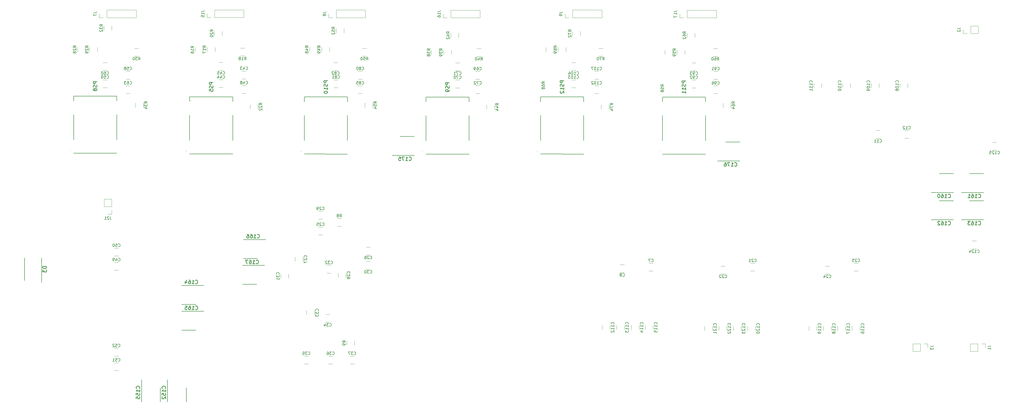
<source format=gbr>
%TF.GenerationSoftware,KiCad,Pcbnew,9.0.1*%
%TF.CreationDate,2025-12-19T01:31:41-08:00*%
%TF.ProjectId,ControlBoard,436f6e74-726f-46c4-926f-6172642e6b69,rev?*%
%TF.SameCoordinates,Original*%
%TF.FileFunction,Legend,Bot*%
%TF.FilePolarity,Positive*%
%FSLAX46Y46*%
G04 Gerber Fmt 4.6, Leading zero omitted, Abs format (unit mm)*
G04 Created by KiCad (PCBNEW 9.0.1) date 2025-12-19 01:31:41*
%MOMM*%
%LPD*%
G01*
G04 APERTURE LIST*
%ADD10C,0.254000*%
%ADD11C,0.150000*%
%ADD12C,0.200000*%
%ADD13C,0.120000*%
%ADD14C,0.100000*%
G04 APERTURE END LIST*
D10*
X160771190Y-77953365D02*
X160831666Y-78013842D01*
X160831666Y-78013842D02*
X161013095Y-78074318D01*
X161013095Y-78074318D02*
X161134047Y-78074318D01*
X161134047Y-78074318D02*
X161315476Y-78013842D01*
X161315476Y-78013842D02*
X161436428Y-77892889D01*
X161436428Y-77892889D02*
X161496905Y-77771937D01*
X161496905Y-77771937D02*
X161557381Y-77530032D01*
X161557381Y-77530032D02*
X161557381Y-77348603D01*
X161557381Y-77348603D02*
X161496905Y-77106699D01*
X161496905Y-77106699D02*
X161436428Y-76985746D01*
X161436428Y-76985746D02*
X161315476Y-76864794D01*
X161315476Y-76864794D02*
X161134047Y-76804318D01*
X161134047Y-76804318D02*
X161013095Y-76804318D01*
X161013095Y-76804318D02*
X160831666Y-76864794D01*
X160831666Y-76864794D02*
X160771190Y-76925270D01*
X159561666Y-78074318D02*
X160287381Y-78074318D01*
X159924524Y-78074318D02*
X159924524Y-76804318D01*
X159924524Y-76804318D02*
X160045476Y-76985746D01*
X160045476Y-76985746D02*
X160166428Y-77106699D01*
X160166428Y-77106699D02*
X160287381Y-77167175D01*
X159138333Y-76804318D02*
X158291666Y-76804318D01*
X158291666Y-76804318D02*
X158835952Y-78074318D01*
X157203095Y-76804318D02*
X157807857Y-76804318D01*
X157807857Y-76804318D02*
X157868333Y-77409080D01*
X157868333Y-77409080D02*
X157807857Y-77348603D01*
X157807857Y-77348603D02*
X157686904Y-77288127D01*
X157686904Y-77288127D02*
X157384523Y-77288127D01*
X157384523Y-77288127D02*
X157263571Y-77348603D01*
X157263571Y-77348603D02*
X157203095Y-77409080D01*
X157203095Y-77409080D02*
X157142618Y-77530032D01*
X157142618Y-77530032D02*
X157142618Y-77832413D01*
X157142618Y-77832413D02*
X157203095Y-77953365D01*
X157203095Y-77953365D02*
X157263571Y-78013842D01*
X157263571Y-78013842D02*
X157384523Y-78074318D01*
X157384523Y-78074318D02*
X157686904Y-78074318D01*
X157686904Y-78074318D02*
X157807857Y-78013842D01*
X157807857Y-78013842D02*
X157868333Y-77953365D01*
X274071190Y-79953365D02*
X274131666Y-80013842D01*
X274131666Y-80013842D02*
X274313095Y-80074318D01*
X274313095Y-80074318D02*
X274434047Y-80074318D01*
X274434047Y-80074318D02*
X274615476Y-80013842D01*
X274615476Y-80013842D02*
X274736428Y-79892889D01*
X274736428Y-79892889D02*
X274796905Y-79771937D01*
X274796905Y-79771937D02*
X274857381Y-79530032D01*
X274857381Y-79530032D02*
X274857381Y-79348603D01*
X274857381Y-79348603D02*
X274796905Y-79106699D01*
X274796905Y-79106699D02*
X274736428Y-78985746D01*
X274736428Y-78985746D02*
X274615476Y-78864794D01*
X274615476Y-78864794D02*
X274434047Y-78804318D01*
X274434047Y-78804318D02*
X274313095Y-78804318D01*
X274313095Y-78804318D02*
X274131666Y-78864794D01*
X274131666Y-78864794D02*
X274071190Y-78925270D01*
X272861666Y-80074318D02*
X273587381Y-80074318D01*
X273224524Y-80074318D02*
X273224524Y-78804318D01*
X273224524Y-78804318D02*
X273345476Y-78985746D01*
X273345476Y-78985746D02*
X273466428Y-79106699D01*
X273466428Y-79106699D02*
X273587381Y-79167175D01*
X272438333Y-78804318D02*
X271591666Y-78804318D01*
X271591666Y-78804318D02*
X272135952Y-80074318D01*
X270563571Y-78804318D02*
X270805476Y-78804318D01*
X270805476Y-78804318D02*
X270926428Y-78864794D01*
X270926428Y-78864794D02*
X270986904Y-78925270D01*
X270986904Y-78925270D02*
X271107857Y-79106699D01*
X271107857Y-79106699D02*
X271168333Y-79348603D01*
X271168333Y-79348603D02*
X271168333Y-79832413D01*
X271168333Y-79832413D02*
X271107857Y-79953365D01*
X271107857Y-79953365D02*
X271047380Y-80013842D01*
X271047380Y-80013842D02*
X270926428Y-80074318D01*
X270926428Y-80074318D02*
X270684523Y-80074318D01*
X270684523Y-80074318D02*
X270563571Y-80013842D01*
X270563571Y-80013842D02*
X270503095Y-79953365D01*
X270503095Y-79953365D02*
X270442618Y-79832413D01*
X270442618Y-79832413D02*
X270442618Y-79530032D01*
X270442618Y-79530032D02*
X270503095Y-79409080D01*
X270503095Y-79409080D02*
X270563571Y-79348603D01*
X270563571Y-79348603D02*
X270684523Y-79288127D01*
X270684523Y-79288127D02*
X270926428Y-79288127D01*
X270926428Y-79288127D02*
X271047380Y-79348603D01*
X271047380Y-79348603D02*
X271107857Y-79409080D01*
X271107857Y-79409080D02*
X271168333Y-79530032D01*
X107571190Y-113953365D02*
X107631666Y-114013842D01*
X107631666Y-114013842D02*
X107813095Y-114074318D01*
X107813095Y-114074318D02*
X107934047Y-114074318D01*
X107934047Y-114074318D02*
X108115476Y-114013842D01*
X108115476Y-114013842D02*
X108236428Y-113892889D01*
X108236428Y-113892889D02*
X108296905Y-113771937D01*
X108296905Y-113771937D02*
X108357381Y-113530032D01*
X108357381Y-113530032D02*
X108357381Y-113348603D01*
X108357381Y-113348603D02*
X108296905Y-113106699D01*
X108296905Y-113106699D02*
X108236428Y-112985746D01*
X108236428Y-112985746D02*
X108115476Y-112864794D01*
X108115476Y-112864794D02*
X107934047Y-112804318D01*
X107934047Y-112804318D02*
X107813095Y-112804318D01*
X107813095Y-112804318D02*
X107631666Y-112864794D01*
X107631666Y-112864794D02*
X107571190Y-112925270D01*
X106361666Y-114074318D02*
X107087381Y-114074318D01*
X106724524Y-114074318D02*
X106724524Y-112804318D01*
X106724524Y-112804318D02*
X106845476Y-112985746D01*
X106845476Y-112985746D02*
X106966428Y-113106699D01*
X106966428Y-113106699D02*
X107087381Y-113167175D01*
X105273095Y-112804318D02*
X105515000Y-112804318D01*
X105515000Y-112804318D02*
X105635952Y-112864794D01*
X105635952Y-112864794D02*
X105696428Y-112925270D01*
X105696428Y-112925270D02*
X105817381Y-113106699D01*
X105817381Y-113106699D02*
X105877857Y-113348603D01*
X105877857Y-113348603D02*
X105877857Y-113832413D01*
X105877857Y-113832413D02*
X105817381Y-113953365D01*
X105817381Y-113953365D02*
X105756904Y-114013842D01*
X105756904Y-114013842D02*
X105635952Y-114074318D01*
X105635952Y-114074318D02*
X105394047Y-114074318D01*
X105394047Y-114074318D02*
X105273095Y-114013842D01*
X105273095Y-114013842D02*
X105212619Y-113953365D01*
X105212619Y-113953365D02*
X105152142Y-113832413D01*
X105152142Y-113832413D02*
X105152142Y-113530032D01*
X105152142Y-113530032D02*
X105212619Y-113409080D01*
X105212619Y-113409080D02*
X105273095Y-113348603D01*
X105273095Y-113348603D02*
X105394047Y-113288127D01*
X105394047Y-113288127D02*
X105635952Y-113288127D01*
X105635952Y-113288127D02*
X105756904Y-113348603D01*
X105756904Y-113348603D02*
X105817381Y-113409080D01*
X105817381Y-113409080D02*
X105877857Y-113530032D01*
X104728809Y-112804318D02*
X103882142Y-112804318D01*
X103882142Y-112804318D02*
X104426428Y-114074318D01*
X86421190Y-120953365D02*
X86481666Y-121013842D01*
X86481666Y-121013842D02*
X86663095Y-121074318D01*
X86663095Y-121074318D02*
X86784047Y-121074318D01*
X86784047Y-121074318D02*
X86965476Y-121013842D01*
X86965476Y-121013842D02*
X87086428Y-120892889D01*
X87086428Y-120892889D02*
X87146905Y-120771937D01*
X87146905Y-120771937D02*
X87207381Y-120530032D01*
X87207381Y-120530032D02*
X87207381Y-120348603D01*
X87207381Y-120348603D02*
X87146905Y-120106699D01*
X87146905Y-120106699D02*
X87086428Y-119985746D01*
X87086428Y-119985746D02*
X86965476Y-119864794D01*
X86965476Y-119864794D02*
X86784047Y-119804318D01*
X86784047Y-119804318D02*
X86663095Y-119804318D01*
X86663095Y-119804318D02*
X86481666Y-119864794D01*
X86481666Y-119864794D02*
X86421190Y-119925270D01*
X85211666Y-121074318D02*
X85937381Y-121074318D01*
X85574524Y-121074318D02*
X85574524Y-119804318D01*
X85574524Y-119804318D02*
X85695476Y-119985746D01*
X85695476Y-119985746D02*
X85816428Y-120106699D01*
X85816428Y-120106699D02*
X85937381Y-120167175D01*
X84123095Y-119804318D02*
X84365000Y-119804318D01*
X84365000Y-119804318D02*
X84485952Y-119864794D01*
X84485952Y-119864794D02*
X84546428Y-119925270D01*
X84546428Y-119925270D02*
X84667381Y-120106699D01*
X84667381Y-120106699D02*
X84727857Y-120348603D01*
X84727857Y-120348603D02*
X84727857Y-120832413D01*
X84727857Y-120832413D02*
X84667381Y-120953365D01*
X84667381Y-120953365D02*
X84606904Y-121013842D01*
X84606904Y-121013842D02*
X84485952Y-121074318D01*
X84485952Y-121074318D02*
X84244047Y-121074318D01*
X84244047Y-121074318D02*
X84123095Y-121013842D01*
X84123095Y-121013842D02*
X84062619Y-120953365D01*
X84062619Y-120953365D02*
X84002142Y-120832413D01*
X84002142Y-120832413D02*
X84002142Y-120530032D01*
X84002142Y-120530032D02*
X84062619Y-120409080D01*
X84062619Y-120409080D02*
X84123095Y-120348603D01*
X84123095Y-120348603D02*
X84244047Y-120288127D01*
X84244047Y-120288127D02*
X84485952Y-120288127D01*
X84485952Y-120288127D02*
X84606904Y-120348603D01*
X84606904Y-120348603D02*
X84667381Y-120409080D01*
X84667381Y-120409080D02*
X84727857Y-120530032D01*
X82913571Y-120227651D02*
X82913571Y-121074318D01*
X83215952Y-119743842D02*
X83518333Y-120650984D01*
X83518333Y-120650984D02*
X82732142Y-120650984D01*
X86421190Y-129953365D02*
X86481666Y-130013842D01*
X86481666Y-130013842D02*
X86663095Y-130074318D01*
X86663095Y-130074318D02*
X86784047Y-130074318D01*
X86784047Y-130074318D02*
X86965476Y-130013842D01*
X86965476Y-130013842D02*
X87086428Y-129892889D01*
X87086428Y-129892889D02*
X87146905Y-129771937D01*
X87146905Y-129771937D02*
X87207381Y-129530032D01*
X87207381Y-129530032D02*
X87207381Y-129348603D01*
X87207381Y-129348603D02*
X87146905Y-129106699D01*
X87146905Y-129106699D02*
X87086428Y-128985746D01*
X87086428Y-128985746D02*
X86965476Y-128864794D01*
X86965476Y-128864794D02*
X86784047Y-128804318D01*
X86784047Y-128804318D02*
X86663095Y-128804318D01*
X86663095Y-128804318D02*
X86481666Y-128864794D01*
X86481666Y-128864794D02*
X86421190Y-128925270D01*
X85211666Y-130074318D02*
X85937381Y-130074318D01*
X85574524Y-130074318D02*
X85574524Y-128804318D01*
X85574524Y-128804318D02*
X85695476Y-128985746D01*
X85695476Y-128985746D02*
X85816428Y-129106699D01*
X85816428Y-129106699D02*
X85937381Y-129167175D01*
X84123095Y-128804318D02*
X84365000Y-128804318D01*
X84365000Y-128804318D02*
X84485952Y-128864794D01*
X84485952Y-128864794D02*
X84546428Y-128925270D01*
X84546428Y-128925270D02*
X84667381Y-129106699D01*
X84667381Y-129106699D02*
X84727857Y-129348603D01*
X84727857Y-129348603D02*
X84727857Y-129832413D01*
X84727857Y-129832413D02*
X84667381Y-129953365D01*
X84667381Y-129953365D02*
X84606904Y-130013842D01*
X84606904Y-130013842D02*
X84485952Y-130074318D01*
X84485952Y-130074318D02*
X84244047Y-130074318D01*
X84244047Y-130074318D02*
X84123095Y-130013842D01*
X84123095Y-130013842D02*
X84062619Y-129953365D01*
X84062619Y-129953365D02*
X84002142Y-129832413D01*
X84002142Y-129832413D02*
X84002142Y-129530032D01*
X84002142Y-129530032D02*
X84062619Y-129409080D01*
X84062619Y-129409080D02*
X84123095Y-129348603D01*
X84123095Y-129348603D02*
X84244047Y-129288127D01*
X84244047Y-129288127D02*
X84485952Y-129288127D01*
X84485952Y-129288127D02*
X84606904Y-129348603D01*
X84606904Y-129348603D02*
X84667381Y-129409080D01*
X84667381Y-129409080D02*
X84727857Y-129530032D01*
X82853095Y-128804318D02*
X83457857Y-128804318D01*
X83457857Y-128804318D02*
X83518333Y-129409080D01*
X83518333Y-129409080D02*
X83457857Y-129348603D01*
X83457857Y-129348603D02*
X83336904Y-129288127D01*
X83336904Y-129288127D02*
X83034523Y-129288127D01*
X83034523Y-129288127D02*
X82913571Y-129348603D01*
X82913571Y-129348603D02*
X82853095Y-129409080D01*
X82853095Y-129409080D02*
X82792618Y-129530032D01*
X82792618Y-129530032D02*
X82792618Y-129832413D01*
X82792618Y-129832413D02*
X82853095Y-129953365D01*
X82853095Y-129953365D02*
X82913571Y-130013842D01*
X82913571Y-130013842D02*
X83034523Y-130074318D01*
X83034523Y-130074318D02*
X83336904Y-130074318D01*
X83336904Y-130074318D02*
X83457857Y-130013842D01*
X83457857Y-130013842D02*
X83518333Y-129953365D01*
X107921190Y-104953365D02*
X107981666Y-105013842D01*
X107981666Y-105013842D02*
X108163095Y-105074318D01*
X108163095Y-105074318D02*
X108284047Y-105074318D01*
X108284047Y-105074318D02*
X108465476Y-105013842D01*
X108465476Y-105013842D02*
X108586428Y-104892889D01*
X108586428Y-104892889D02*
X108646905Y-104771937D01*
X108646905Y-104771937D02*
X108707381Y-104530032D01*
X108707381Y-104530032D02*
X108707381Y-104348603D01*
X108707381Y-104348603D02*
X108646905Y-104106699D01*
X108646905Y-104106699D02*
X108586428Y-103985746D01*
X108586428Y-103985746D02*
X108465476Y-103864794D01*
X108465476Y-103864794D02*
X108284047Y-103804318D01*
X108284047Y-103804318D02*
X108163095Y-103804318D01*
X108163095Y-103804318D02*
X107981666Y-103864794D01*
X107981666Y-103864794D02*
X107921190Y-103925270D01*
X106711666Y-105074318D02*
X107437381Y-105074318D01*
X107074524Y-105074318D02*
X107074524Y-103804318D01*
X107074524Y-103804318D02*
X107195476Y-103985746D01*
X107195476Y-103985746D02*
X107316428Y-104106699D01*
X107316428Y-104106699D02*
X107437381Y-104167175D01*
X105623095Y-103804318D02*
X105865000Y-103804318D01*
X105865000Y-103804318D02*
X105985952Y-103864794D01*
X105985952Y-103864794D02*
X106046428Y-103925270D01*
X106046428Y-103925270D02*
X106167381Y-104106699D01*
X106167381Y-104106699D02*
X106227857Y-104348603D01*
X106227857Y-104348603D02*
X106227857Y-104832413D01*
X106227857Y-104832413D02*
X106167381Y-104953365D01*
X106167381Y-104953365D02*
X106106904Y-105013842D01*
X106106904Y-105013842D02*
X105985952Y-105074318D01*
X105985952Y-105074318D02*
X105744047Y-105074318D01*
X105744047Y-105074318D02*
X105623095Y-105013842D01*
X105623095Y-105013842D02*
X105562619Y-104953365D01*
X105562619Y-104953365D02*
X105502142Y-104832413D01*
X105502142Y-104832413D02*
X105502142Y-104530032D01*
X105502142Y-104530032D02*
X105562619Y-104409080D01*
X105562619Y-104409080D02*
X105623095Y-104348603D01*
X105623095Y-104348603D02*
X105744047Y-104288127D01*
X105744047Y-104288127D02*
X105985952Y-104288127D01*
X105985952Y-104288127D02*
X106106904Y-104348603D01*
X106106904Y-104348603D02*
X106167381Y-104409080D01*
X106167381Y-104409080D02*
X106227857Y-104530032D01*
X104413571Y-103804318D02*
X104655476Y-103804318D01*
X104655476Y-103804318D02*
X104776428Y-103864794D01*
X104776428Y-103864794D02*
X104836904Y-103925270D01*
X104836904Y-103925270D02*
X104957857Y-104106699D01*
X104957857Y-104106699D02*
X105018333Y-104348603D01*
X105018333Y-104348603D02*
X105018333Y-104832413D01*
X105018333Y-104832413D02*
X104957857Y-104953365D01*
X104957857Y-104953365D02*
X104897380Y-105013842D01*
X104897380Y-105013842D02*
X104776428Y-105074318D01*
X104776428Y-105074318D02*
X104534523Y-105074318D01*
X104534523Y-105074318D02*
X104413571Y-105013842D01*
X104413571Y-105013842D02*
X104353095Y-104953365D01*
X104353095Y-104953365D02*
X104292618Y-104832413D01*
X104292618Y-104832413D02*
X104292618Y-104530032D01*
X104292618Y-104530032D02*
X104353095Y-104409080D01*
X104353095Y-104409080D02*
X104413571Y-104348603D01*
X104413571Y-104348603D02*
X104534523Y-104288127D01*
X104534523Y-104288127D02*
X104776428Y-104288127D01*
X104776428Y-104288127D02*
X104897380Y-104348603D01*
X104897380Y-104348603D02*
X104957857Y-104409080D01*
X104957857Y-104409080D02*
X105018333Y-104530032D01*
D11*
X96022857Y-49359580D02*
X96070476Y-49407200D01*
X96070476Y-49407200D02*
X96213333Y-49454819D01*
X96213333Y-49454819D02*
X96308571Y-49454819D01*
X96308571Y-49454819D02*
X96451428Y-49407200D01*
X96451428Y-49407200D02*
X96546666Y-49311961D01*
X96546666Y-49311961D02*
X96594285Y-49216723D01*
X96594285Y-49216723D02*
X96641904Y-49026247D01*
X96641904Y-49026247D02*
X96641904Y-48883390D01*
X96641904Y-48883390D02*
X96594285Y-48692914D01*
X96594285Y-48692914D02*
X96546666Y-48597676D01*
X96546666Y-48597676D02*
X96451428Y-48502438D01*
X96451428Y-48502438D02*
X96308571Y-48454819D01*
X96308571Y-48454819D02*
X96213333Y-48454819D01*
X96213333Y-48454819D02*
X96070476Y-48502438D01*
X96070476Y-48502438D02*
X96022857Y-48550057D01*
X95165714Y-48788152D02*
X95165714Y-49454819D01*
X95403809Y-48407200D02*
X95641904Y-49121485D01*
X95641904Y-49121485D02*
X95022857Y-49121485D01*
X94213333Y-48788152D02*
X94213333Y-49454819D01*
X94451428Y-48407200D02*
X94689523Y-49121485D01*
X94689523Y-49121485D02*
X94070476Y-49121485D01*
D10*
X358921190Y-100453365D02*
X358981666Y-100513842D01*
X358981666Y-100513842D02*
X359163095Y-100574318D01*
X359163095Y-100574318D02*
X359284047Y-100574318D01*
X359284047Y-100574318D02*
X359465476Y-100513842D01*
X359465476Y-100513842D02*
X359586428Y-100392889D01*
X359586428Y-100392889D02*
X359646905Y-100271937D01*
X359646905Y-100271937D02*
X359707381Y-100030032D01*
X359707381Y-100030032D02*
X359707381Y-99848603D01*
X359707381Y-99848603D02*
X359646905Y-99606699D01*
X359646905Y-99606699D02*
X359586428Y-99485746D01*
X359586428Y-99485746D02*
X359465476Y-99364794D01*
X359465476Y-99364794D02*
X359284047Y-99304318D01*
X359284047Y-99304318D02*
X359163095Y-99304318D01*
X359163095Y-99304318D02*
X358981666Y-99364794D01*
X358981666Y-99364794D02*
X358921190Y-99425270D01*
X357711666Y-100574318D02*
X358437381Y-100574318D01*
X358074524Y-100574318D02*
X358074524Y-99304318D01*
X358074524Y-99304318D02*
X358195476Y-99485746D01*
X358195476Y-99485746D02*
X358316428Y-99606699D01*
X358316428Y-99606699D02*
X358437381Y-99667175D01*
X356623095Y-99304318D02*
X356865000Y-99304318D01*
X356865000Y-99304318D02*
X356985952Y-99364794D01*
X356985952Y-99364794D02*
X357046428Y-99425270D01*
X357046428Y-99425270D02*
X357167381Y-99606699D01*
X357167381Y-99606699D02*
X357227857Y-99848603D01*
X357227857Y-99848603D02*
X357227857Y-100332413D01*
X357227857Y-100332413D02*
X357167381Y-100453365D01*
X357167381Y-100453365D02*
X357106904Y-100513842D01*
X357106904Y-100513842D02*
X356985952Y-100574318D01*
X356985952Y-100574318D02*
X356744047Y-100574318D01*
X356744047Y-100574318D02*
X356623095Y-100513842D01*
X356623095Y-100513842D02*
X356562619Y-100453365D01*
X356562619Y-100453365D02*
X356502142Y-100332413D01*
X356502142Y-100332413D02*
X356502142Y-100030032D01*
X356502142Y-100030032D02*
X356562619Y-99909080D01*
X356562619Y-99909080D02*
X356623095Y-99848603D01*
X356623095Y-99848603D02*
X356744047Y-99788127D01*
X356744047Y-99788127D02*
X356985952Y-99788127D01*
X356985952Y-99788127D02*
X357106904Y-99848603D01*
X357106904Y-99848603D02*
X357167381Y-99909080D01*
X357167381Y-99909080D02*
X357227857Y-100030032D01*
X356078809Y-99304318D02*
X355292618Y-99304318D01*
X355292618Y-99304318D02*
X355715952Y-99788127D01*
X355715952Y-99788127D02*
X355534523Y-99788127D01*
X355534523Y-99788127D02*
X355413571Y-99848603D01*
X355413571Y-99848603D02*
X355353095Y-99909080D01*
X355353095Y-99909080D02*
X355292618Y-100030032D01*
X355292618Y-100030032D02*
X355292618Y-100332413D01*
X355292618Y-100332413D02*
X355353095Y-100453365D01*
X355353095Y-100453365D02*
X355413571Y-100513842D01*
X355413571Y-100513842D02*
X355534523Y-100574318D01*
X355534523Y-100574318D02*
X355897380Y-100574318D01*
X355897380Y-100574318D02*
X356018333Y-100513842D01*
X356018333Y-100513842D02*
X356078809Y-100453365D01*
X348421190Y-100453365D02*
X348481666Y-100513842D01*
X348481666Y-100513842D02*
X348663095Y-100574318D01*
X348663095Y-100574318D02*
X348784047Y-100574318D01*
X348784047Y-100574318D02*
X348965476Y-100513842D01*
X348965476Y-100513842D02*
X349086428Y-100392889D01*
X349086428Y-100392889D02*
X349146905Y-100271937D01*
X349146905Y-100271937D02*
X349207381Y-100030032D01*
X349207381Y-100030032D02*
X349207381Y-99848603D01*
X349207381Y-99848603D02*
X349146905Y-99606699D01*
X349146905Y-99606699D02*
X349086428Y-99485746D01*
X349086428Y-99485746D02*
X348965476Y-99364794D01*
X348965476Y-99364794D02*
X348784047Y-99304318D01*
X348784047Y-99304318D02*
X348663095Y-99304318D01*
X348663095Y-99304318D02*
X348481666Y-99364794D01*
X348481666Y-99364794D02*
X348421190Y-99425270D01*
X347211666Y-100574318D02*
X347937381Y-100574318D01*
X347574524Y-100574318D02*
X347574524Y-99304318D01*
X347574524Y-99304318D02*
X347695476Y-99485746D01*
X347695476Y-99485746D02*
X347816428Y-99606699D01*
X347816428Y-99606699D02*
X347937381Y-99667175D01*
X346123095Y-99304318D02*
X346365000Y-99304318D01*
X346365000Y-99304318D02*
X346485952Y-99364794D01*
X346485952Y-99364794D02*
X346546428Y-99425270D01*
X346546428Y-99425270D02*
X346667381Y-99606699D01*
X346667381Y-99606699D02*
X346727857Y-99848603D01*
X346727857Y-99848603D02*
X346727857Y-100332413D01*
X346727857Y-100332413D02*
X346667381Y-100453365D01*
X346667381Y-100453365D02*
X346606904Y-100513842D01*
X346606904Y-100513842D02*
X346485952Y-100574318D01*
X346485952Y-100574318D02*
X346244047Y-100574318D01*
X346244047Y-100574318D02*
X346123095Y-100513842D01*
X346123095Y-100513842D02*
X346062619Y-100453365D01*
X346062619Y-100453365D02*
X346002142Y-100332413D01*
X346002142Y-100332413D02*
X346002142Y-100030032D01*
X346002142Y-100030032D02*
X346062619Y-99909080D01*
X346062619Y-99909080D02*
X346123095Y-99848603D01*
X346123095Y-99848603D02*
X346244047Y-99788127D01*
X346244047Y-99788127D02*
X346485952Y-99788127D01*
X346485952Y-99788127D02*
X346606904Y-99848603D01*
X346606904Y-99848603D02*
X346667381Y-99909080D01*
X346667381Y-99909080D02*
X346727857Y-100030032D01*
X345518333Y-99425270D02*
X345457857Y-99364794D01*
X345457857Y-99364794D02*
X345336904Y-99304318D01*
X345336904Y-99304318D02*
X345034523Y-99304318D01*
X345034523Y-99304318D02*
X344913571Y-99364794D01*
X344913571Y-99364794D02*
X344853095Y-99425270D01*
X344853095Y-99425270D02*
X344792618Y-99546222D01*
X344792618Y-99546222D02*
X344792618Y-99667175D01*
X344792618Y-99667175D02*
X344853095Y-99848603D01*
X344853095Y-99848603D02*
X345578809Y-100574318D01*
X345578809Y-100574318D02*
X344792618Y-100574318D01*
X358921190Y-90953365D02*
X358981666Y-91013842D01*
X358981666Y-91013842D02*
X359163095Y-91074318D01*
X359163095Y-91074318D02*
X359284047Y-91074318D01*
X359284047Y-91074318D02*
X359465476Y-91013842D01*
X359465476Y-91013842D02*
X359586428Y-90892889D01*
X359586428Y-90892889D02*
X359646905Y-90771937D01*
X359646905Y-90771937D02*
X359707381Y-90530032D01*
X359707381Y-90530032D02*
X359707381Y-90348603D01*
X359707381Y-90348603D02*
X359646905Y-90106699D01*
X359646905Y-90106699D02*
X359586428Y-89985746D01*
X359586428Y-89985746D02*
X359465476Y-89864794D01*
X359465476Y-89864794D02*
X359284047Y-89804318D01*
X359284047Y-89804318D02*
X359163095Y-89804318D01*
X359163095Y-89804318D02*
X358981666Y-89864794D01*
X358981666Y-89864794D02*
X358921190Y-89925270D01*
X357711666Y-91074318D02*
X358437381Y-91074318D01*
X358074524Y-91074318D02*
X358074524Y-89804318D01*
X358074524Y-89804318D02*
X358195476Y-89985746D01*
X358195476Y-89985746D02*
X358316428Y-90106699D01*
X358316428Y-90106699D02*
X358437381Y-90167175D01*
X356623095Y-89804318D02*
X356865000Y-89804318D01*
X356865000Y-89804318D02*
X356985952Y-89864794D01*
X356985952Y-89864794D02*
X357046428Y-89925270D01*
X357046428Y-89925270D02*
X357167381Y-90106699D01*
X357167381Y-90106699D02*
X357227857Y-90348603D01*
X357227857Y-90348603D02*
X357227857Y-90832413D01*
X357227857Y-90832413D02*
X357167381Y-90953365D01*
X357167381Y-90953365D02*
X357106904Y-91013842D01*
X357106904Y-91013842D02*
X356985952Y-91074318D01*
X356985952Y-91074318D02*
X356744047Y-91074318D01*
X356744047Y-91074318D02*
X356623095Y-91013842D01*
X356623095Y-91013842D02*
X356562619Y-90953365D01*
X356562619Y-90953365D02*
X356502142Y-90832413D01*
X356502142Y-90832413D02*
X356502142Y-90530032D01*
X356502142Y-90530032D02*
X356562619Y-90409080D01*
X356562619Y-90409080D02*
X356623095Y-90348603D01*
X356623095Y-90348603D02*
X356744047Y-90288127D01*
X356744047Y-90288127D02*
X356985952Y-90288127D01*
X356985952Y-90288127D02*
X357106904Y-90348603D01*
X357106904Y-90348603D02*
X357167381Y-90409080D01*
X357167381Y-90409080D02*
X357227857Y-90530032D01*
X355292618Y-91074318D02*
X356018333Y-91074318D01*
X355655476Y-91074318D02*
X355655476Y-89804318D01*
X355655476Y-89804318D02*
X355776428Y-89985746D01*
X355776428Y-89985746D02*
X355897380Y-90106699D01*
X355897380Y-90106699D02*
X356018333Y-90167175D01*
X348421190Y-90953365D02*
X348481666Y-91013842D01*
X348481666Y-91013842D02*
X348663095Y-91074318D01*
X348663095Y-91074318D02*
X348784047Y-91074318D01*
X348784047Y-91074318D02*
X348965476Y-91013842D01*
X348965476Y-91013842D02*
X349086428Y-90892889D01*
X349086428Y-90892889D02*
X349146905Y-90771937D01*
X349146905Y-90771937D02*
X349207381Y-90530032D01*
X349207381Y-90530032D02*
X349207381Y-90348603D01*
X349207381Y-90348603D02*
X349146905Y-90106699D01*
X349146905Y-90106699D02*
X349086428Y-89985746D01*
X349086428Y-89985746D02*
X348965476Y-89864794D01*
X348965476Y-89864794D02*
X348784047Y-89804318D01*
X348784047Y-89804318D02*
X348663095Y-89804318D01*
X348663095Y-89804318D02*
X348481666Y-89864794D01*
X348481666Y-89864794D02*
X348421190Y-89925270D01*
X347211666Y-91074318D02*
X347937381Y-91074318D01*
X347574524Y-91074318D02*
X347574524Y-89804318D01*
X347574524Y-89804318D02*
X347695476Y-89985746D01*
X347695476Y-89985746D02*
X347816428Y-90106699D01*
X347816428Y-90106699D02*
X347937381Y-90167175D01*
X346123095Y-89804318D02*
X346365000Y-89804318D01*
X346365000Y-89804318D02*
X346485952Y-89864794D01*
X346485952Y-89864794D02*
X346546428Y-89925270D01*
X346546428Y-89925270D02*
X346667381Y-90106699D01*
X346667381Y-90106699D02*
X346727857Y-90348603D01*
X346727857Y-90348603D02*
X346727857Y-90832413D01*
X346727857Y-90832413D02*
X346667381Y-90953365D01*
X346667381Y-90953365D02*
X346606904Y-91013842D01*
X346606904Y-91013842D02*
X346485952Y-91074318D01*
X346485952Y-91074318D02*
X346244047Y-91074318D01*
X346244047Y-91074318D02*
X346123095Y-91013842D01*
X346123095Y-91013842D02*
X346062619Y-90953365D01*
X346062619Y-90953365D02*
X346002142Y-90832413D01*
X346002142Y-90832413D02*
X346002142Y-90530032D01*
X346002142Y-90530032D02*
X346062619Y-90409080D01*
X346062619Y-90409080D02*
X346123095Y-90348603D01*
X346123095Y-90348603D02*
X346244047Y-90288127D01*
X346244047Y-90288127D02*
X346485952Y-90288127D01*
X346485952Y-90288127D02*
X346606904Y-90348603D01*
X346606904Y-90348603D02*
X346667381Y-90409080D01*
X346667381Y-90409080D02*
X346727857Y-90530032D01*
X345215952Y-89804318D02*
X345094999Y-89804318D01*
X345094999Y-89804318D02*
X344974047Y-89864794D01*
X344974047Y-89864794D02*
X344913571Y-89925270D01*
X344913571Y-89925270D02*
X344853095Y-90046222D01*
X344853095Y-90046222D02*
X344792618Y-90288127D01*
X344792618Y-90288127D02*
X344792618Y-90590508D01*
X344792618Y-90590508D02*
X344853095Y-90832413D01*
X344853095Y-90832413D02*
X344913571Y-90953365D01*
X344913571Y-90953365D02*
X344974047Y-91013842D01*
X344974047Y-91013842D02*
X345094999Y-91074318D01*
X345094999Y-91074318D02*
X345215952Y-91074318D01*
X345215952Y-91074318D02*
X345336904Y-91013842D01*
X345336904Y-91013842D02*
X345397380Y-90953365D01*
X345397380Y-90953365D02*
X345457857Y-90832413D01*
X345457857Y-90832413D02*
X345518333Y-90590508D01*
X345518333Y-90590508D02*
X345518333Y-90288127D01*
X345518333Y-90288127D02*
X345457857Y-90046222D01*
X345457857Y-90046222D02*
X345397380Y-89925270D01*
X345397380Y-89925270D02*
X345336904Y-89864794D01*
X345336904Y-89864794D02*
X345215952Y-89804318D01*
D11*
X232027080Y-135167202D02*
X232074700Y-135119583D01*
X232074700Y-135119583D02*
X232122319Y-134976726D01*
X232122319Y-134976726D02*
X232122319Y-134881488D01*
X232122319Y-134881488D02*
X232074700Y-134738631D01*
X232074700Y-134738631D02*
X231979461Y-134643393D01*
X231979461Y-134643393D02*
X231884223Y-134595774D01*
X231884223Y-134595774D02*
X231693747Y-134548155D01*
X231693747Y-134548155D02*
X231550890Y-134548155D01*
X231550890Y-134548155D02*
X231360414Y-134595774D01*
X231360414Y-134595774D02*
X231265176Y-134643393D01*
X231265176Y-134643393D02*
X231169938Y-134738631D01*
X231169938Y-134738631D02*
X231122319Y-134881488D01*
X231122319Y-134881488D02*
X231122319Y-134976726D01*
X231122319Y-134976726D02*
X231169938Y-135119583D01*
X231169938Y-135119583D02*
X231217557Y-135167202D01*
X232122319Y-136119583D02*
X232122319Y-135548155D01*
X232122319Y-135833869D02*
X231122319Y-135833869D01*
X231122319Y-135833869D02*
X231265176Y-135738631D01*
X231265176Y-135738631D02*
X231360414Y-135643393D01*
X231360414Y-135643393D02*
X231408033Y-135548155D01*
X232122319Y-137071964D02*
X232122319Y-136500536D01*
X232122319Y-136786250D02*
X231122319Y-136786250D01*
X231122319Y-136786250D02*
X231265176Y-136691012D01*
X231265176Y-136691012D02*
X231360414Y-136595774D01*
X231360414Y-136595774D02*
X231408033Y-136500536D01*
X231217557Y-137452917D02*
X231169938Y-137500536D01*
X231169938Y-137500536D02*
X231122319Y-137595774D01*
X231122319Y-137595774D02*
X231122319Y-137833869D01*
X231122319Y-137833869D02*
X231169938Y-137929107D01*
X231169938Y-137929107D02*
X231217557Y-137976726D01*
X231217557Y-137976726D02*
X231312795Y-138024345D01*
X231312795Y-138024345D02*
X231408033Y-138024345D01*
X231408033Y-138024345D02*
X231550890Y-137976726D01*
X231550890Y-137976726D02*
X232122319Y-137405298D01*
X232122319Y-137405298D02*
X232122319Y-138024345D01*
X242159580Y-135167202D02*
X242207200Y-135119583D01*
X242207200Y-135119583D02*
X242254819Y-134976726D01*
X242254819Y-134976726D02*
X242254819Y-134881488D01*
X242254819Y-134881488D02*
X242207200Y-134738631D01*
X242207200Y-134738631D02*
X242111961Y-134643393D01*
X242111961Y-134643393D02*
X242016723Y-134595774D01*
X242016723Y-134595774D02*
X241826247Y-134548155D01*
X241826247Y-134548155D02*
X241683390Y-134548155D01*
X241683390Y-134548155D02*
X241492914Y-134595774D01*
X241492914Y-134595774D02*
X241397676Y-134643393D01*
X241397676Y-134643393D02*
X241302438Y-134738631D01*
X241302438Y-134738631D02*
X241254819Y-134881488D01*
X241254819Y-134881488D02*
X241254819Y-134976726D01*
X241254819Y-134976726D02*
X241302438Y-135119583D01*
X241302438Y-135119583D02*
X241350057Y-135167202D01*
X242254819Y-136119583D02*
X242254819Y-135548155D01*
X242254819Y-135833869D02*
X241254819Y-135833869D01*
X241254819Y-135833869D02*
X241397676Y-135738631D01*
X241397676Y-135738631D02*
X241492914Y-135643393D01*
X241492914Y-135643393D02*
X241540533Y-135548155D01*
X242254819Y-137071964D02*
X242254819Y-136500536D01*
X242254819Y-136786250D02*
X241254819Y-136786250D01*
X241254819Y-136786250D02*
X241397676Y-136691012D01*
X241397676Y-136691012D02*
X241492914Y-136595774D01*
X241492914Y-136595774D02*
X241540533Y-136500536D01*
X241588152Y-137929107D02*
X242254819Y-137929107D01*
X241207200Y-137691012D02*
X241921485Y-137452917D01*
X241921485Y-137452917D02*
X241921485Y-138071964D01*
X253638069Y-39757142D02*
X253161878Y-39423809D01*
X253638069Y-39185714D02*
X252638069Y-39185714D01*
X252638069Y-39185714D02*
X252638069Y-39566666D01*
X252638069Y-39566666D02*
X252685688Y-39661904D01*
X252685688Y-39661904D02*
X252733307Y-39709523D01*
X252733307Y-39709523D02*
X252828545Y-39757142D01*
X252828545Y-39757142D02*
X252971402Y-39757142D01*
X252971402Y-39757142D02*
X253066640Y-39709523D01*
X253066640Y-39709523D02*
X253114259Y-39661904D01*
X253114259Y-39661904D02*
X253161878Y-39566666D01*
X253161878Y-39566666D02*
X253161878Y-39185714D01*
X252638069Y-40661904D02*
X252638069Y-40185714D01*
X252638069Y-40185714D02*
X253114259Y-40138095D01*
X253114259Y-40138095D02*
X253066640Y-40185714D01*
X253066640Y-40185714D02*
X253019021Y-40280952D01*
X253019021Y-40280952D02*
X253019021Y-40519047D01*
X253019021Y-40519047D02*
X253066640Y-40614285D01*
X253066640Y-40614285D02*
X253114259Y-40661904D01*
X253114259Y-40661904D02*
X253209497Y-40709523D01*
X253209497Y-40709523D02*
X253447592Y-40709523D01*
X253447592Y-40709523D02*
X253542830Y-40661904D01*
X253542830Y-40661904D02*
X253590450Y-40614285D01*
X253590450Y-40614285D02*
X253638069Y-40519047D01*
X253638069Y-40519047D02*
X253638069Y-40280952D01*
X253638069Y-40280952D02*
X253590450Y-40185714D01*
X253590450Y-40185714D02*
X253542830Y-40138095D01*
X253638069Y-41185714D02*
X253638069Y-41376190D01*
X253638069Y-41376190D02*
X253590450Y-41471428D01*
X253590450Y-41471428D02*
X253542830Y-41519047D01*
X253542830Y-41519047D02*
X253399973Y-41614285D01*
X253399973Y-41614285D02*
X253209497Y-41661904D01*
X253209497Y-41661904D02*
X252828545Y-41661904D01*
X252828545Y-41661904D02*
X252733307Y-41614285D01*
X252733307Y-41614285D02*
X252685688Y-41566666D01*
X252685688Y-41566666D02*
X252638069Y-41471428D01*
X252638069Y-41471428D02*
X252638069Y-41280952D01*
X252638069Y-41280952D02*
X252685688Y-41185714D01*
X252685688Y-41185714D02*
X252733307Y-41138095D01*
X252733307Y-41138095D02*
X252828545Y-41090476D01*
X252828545Y-41090476D02*
X253066640Y-41090476D01*
X253066640Y-41090476D02*
X253161878Y-41138095D01*
X253161878Y-41138095D02*
X253209497Y-41185714D01*
X253209497Y-41185714D02*
X253257116Y-41280952D01*
X253257116Y-41280952D02*
X253257116Y-41471428D01*
X253257116Y-41471428D02*
X253209497Y-41566666D01*
X253209497Y-41566666D02*
X253161878Y-41614285D01*
X253161878Y-41614285D02*
X253066640Y-41661904D01*
X268145357Y-46459580D02*
X268192976Y-46507200D01*
X268192976Y-46507200D02*
X268335833Y-46554819D01*
X268335833Y-46554819D02*
X268431071Y-46554819D01*
X268431071Y-46554819D02*
X268573928Y-46507200D01*
X268573928Y-46507200D02*
X268669166Y-46411961D01*
X268669166Y-46411961D02*
X268716785Y-46316723D01*
X268716785Y-46316723D02*
X268764404Y-46126247D01*
X268764404Y-46126247D02*
X268764404Y-45983390D01*
X268764404Y-45983390D02*
X268716785Y-45792914D01*
X268716785Y-45792914D02*
X268669166Y-45697676D01*
X268669166Y-45697676D02*
X268573928Y-45602438D01*
X268573928Y-45602438D02*
X268431071Y-45554819D01*
X268431071Y-45554819D02*
X268335833Y-45554819D01*
X268335833Y-45554819D02*
X268192976Y-45602438D01*
X268192976Y-45602438D02*
X268145357Y-45650057D01*
X267669166Y-46554819D02*
X267478690Y-46554819D01*
X267478690Y-46554819D02*
X267383452Y-46507200D01*
X267383452Y-46507200D02*
X267335833Y-46459580D01*
X267335833Y-46459580D02*
X267240595Y-46316723D01*
X267240595Y-46316723D02*
X267192976Y-46126247D01*
X267192976Y-46126247D02*
X267192976Y-45745295D01*
X267192976Y-45745295D02*
X267240595Y-45650057D01*
X267240595Y-45650057D02*
X267288214Y-45602438D01*
X267288214Y-45602438D02*
X267383452Y-45554819D01*
X267383452Y-45554819D02*
X267573928Y-45554819D01*
X267573928Y-45554819D02*
X267669166Y-45602438D01*
X267669166Y-45602438D02*
X267716785Y-45650057D01*
X267716785Y-45650057D02*
X267764404Y-45745295D01*
X267764404Y-45745295D02*
X267764404Y-45983390D01*
X267764404Y-45983390D02*
X267716785Y-46078628D01*
X267716785Y-46078628D02*
X267669166Y-46126247D01*
X267669166Y-46126247D02*
X267573928Y-46173866D01*
X267573928Y-46173866D02*
X267383452Y-46173866D01*
X267383452Y-46173866D02*
X267288214Y-46126247D01*
X267288214Y-46126247D02*
X267240595Y-46078628D01*
X267240595Y-46078628D02*
X267192976Y-45983390D01*
X266240595Y-46554819D02*
X266812023Y-46554819D01*
X266526309Y-46554819D02*
X266526309Y-45554819D01*
X266526309Y-45554819D02*
X266621547Y-45697676D01*
X266621547Y-45697676D02*
X266716785Y-45792914D01*
X266716785Y-45792914D02*
X266812023Y-45840533D01*
X260582857Y-49459580D02*
X260630476Y-49507200D01*
X260630476Y-49507200D02*
X260773333Y-49554819D01*
X260773333Y-49554819D02*
X260868571Y-49554819D01*
X260868571Y-49554819D02*
X261011428Y-49507200D01*
X261011428Y-49507200D02*
X261106666Y-49411961D01*
X261106666Y-49411961D02*
X261154285Y-49316723D01*
X261154285Y-49316723D02*
X261201904Y-49126247D01*
X261201904Y-49126247D02*
X261201904Y-48983390D01*
X261201904Y-48983390D02*
X261154285Y-48792914D01*
X261154285Y-48792914D02*
X261106666Y-48697676D01*
X261106666Y-48697676D02*
X261011428Y-48602438D01*
X261011428Y-48602438D02*
X260868571Y-48554819D01*
X260868571Y-48554819D02*
X260773333Y-48554819D01*
X260773333Y-48554819D02*
X260630476Y-48602438D01*
X260630476Y-48602438D02*
X260582857Y-48650057D01*
X260106666Y-49554819D02*
X259916190Y-49554819D01*
X259916190Y-49554819D02*
X259820952Y-49507200D01*
X259820952Y-49507200D02*
X259773333Y-49459580D01*
X259773333Y-49459580D02*
X259678095Y-49316723D01*
X259678095Y-49316723D02*
X259630476Y-49126247D01*
X259630476Y-49126247D02*
X259630476Y-48745295D01*
X259630476Y-48745295D02*
X259678095Y-48650057D01*
X259678095Y-48650057D02*
X259725714Y-48602438D01*
X259725714Y-48602438D02*
X259820952Y-48554819D01*
X259820952Y-48554819D02*
X260011428Y-48554819D01*
X260011428Y-48554819D02*
X260106666Y-48602438D01*
X260106666Y-48602438D02*
X260154285Y-48650057D01*
X260154285Y-48650057D02*
X260201904Y-48745295D01*
X260201904Y-48745295D02*
X260201904Y-48983390D01*
X260201904Y-48983390D02*
X260154285Y-49078628D01*
X260154285Y-49078628D02*
X260106666Y-49126247D01*
X260106666Y-49126247D02*
X260011428Y-49173866D01*
X260011428Y-49173866D02*
X259820952Y-49173866D01*
X259820952Y-49173866D02*
X259725714Y-49126247D01*
X259725714Y-49126247D02*
X259678095Y-49078628D01*
X259678095Y-49078628D02*
X259630476Y-48983390D01*
X259249523Y-48650057D02*
X259201904Y-48602438D01*
X259201904Y-48602438D02*
X259106666Y-48554819D01*
X259106666Y-48554819D02*
X258868571Y-48554819D01*
X258868571Y-48554819D02*
X258773333Y-48602438D01*
X258773333Y-48602438D02*
X258725714Y-48650057D01*
X258725714Y-48650057D02*
X258678095Y-48745295D01*
X258678095Y-48745295D02*
X258678095Y-48840533D01*
X258678095Y-48840533D02*
X258725714Y-48983390D01*
X258725714Y-48983390D02*
X259297142Y-49554819D01*
X259297142Y-49554819D02*
X258678095Y-49554819D01*
X253004819Y-26202976D02*
X253719104Y-26202976D01*
X253719104Y-26202976D02*
X253861961Y-26155357D01*
X253861961Y-26155357D02*
X253957200Y-26060119D01*
X253957200Y-26060119D02*
X254004819Y-25917262D01*
X254004819Y-25917262D02*
X254004819Y-25822024D01*
X254004819Y-27202976D02*
X254004819Y-26631548D01*
X254004819Y-26917262D02*
X253004819Y-26917262D01*
X253004819Y-26917262D02*
X253147676Y-26822024D01*
X253147676Y-26822024D02*
X253242914Y-26726786D01*
X253242914Y-26726786D02*
X253290533Y-26631548D01*
X253004819Y-27536310D02*
X253004819Y-28202976D01*
X253004819Y-28202976D02*
X254004819Y-27774405D01*
D10*
X257051818Y-50329094D02*
X255781818Y-50329094D01*
X255781818Y-50329094D02*
X255781818Y-50812904D01*
X255781818Y-50812904D02*
X255842294Y-50933856D01*
X255842294Y-50933856D02*
X255902770Y-50994333D01*
X255902770Y-50994333D02*
X256023722Y-51054809D01*
X256023722Y-51054809D02*
X256205151Y-51054809D01*
X256205151Y-51054809D02*
X256326103Y-50994333D01*
X256326103Y-50994333D02*
X256386580Y-50933856D01*
X256386580Y-50933856D02*
X256447056Y-50812904D01*
X256447056Y-50812904D02*
X256447056Y-50329094D01*
X256991342Y-51538618D02*
X257051818Y-51720047D01*
X257051818Y-51720047D02*
X257051818Y-52022428D01*
X257051818Y-52022428D02*
X256991342Y-52143380D01*
X256991342Y-52143380D02*
X256930865Y-52203856D01*
X256930865Y-52203856D02*
X256809913Y-52264333D01*
X256809913Y-52264333D02*
X256688961Y-52264333D01*
X256688961Y-52264333D02*
X256568008Y-52203856D01*
X256568008Y-52203856D02*
X256507532Y-52143380D01*
X256507532Y-52143380D02*
X256447056Y-52022428D01*
X256447056Y-52022428D02*
X256386580Y-51780523D01*
X256386580Y-51780523D02*
X256326103Y-51659571D01*
X256326103Y-51659571D02*
X256265627Y-51599094D01*
X256265627Y-51599094D02*
X256144675Y-51538618D01*
X256144675Y-51538618D02*
X256023722Y-51538618D01*
X256023722Y-51538618D02*
X255902770Y-51599094D01*
X255902770Y-51599094D02*
X255842294Y-51659571D01*
X255842294Y-51659571D02*
X255781818Y-51780523D01*
X255781818Y-51780523D02*
X255781818Y-52082904D01*
X255781818Y-52082904D02*
X255842294Y-52264333D01*
X257051818Y-53473857D02*
X257051818Y-52748142D01*
X257051818Y-53110999D02*
X255781818Y-53110999D01*
X255781818Y-53110999D02*
X255963246Y-52990047D01*
X255963246Y-52990047D02*
X256084199Y-52869095D01*
X256084199Y-52869095D02*
X256144675Y-52748142D01*
X257051818Y-54683381D02*
X257051818Y-53957666D01*
X257051818Y-54320523D02*
X255781818Y-54320523D01*
X255781818Y-54320523D02*
X255963246Y-54199571D01*
X255963246Y-54199571D02*
X256084199Y-54078619D01*
X256084199Y-54078619D02*
X256144675Y-53957666D01*
D11*
X274174819Y-58207142D02*
X273698628Y-57873809D01*
X274174819Y-57635714D02*
X273174819Y-57635714D01*
X273174819Y-57635714D02*
X273174819Y-58016666D01*
X273174819Y-58016666D02*
X273222438Y-58111904D01*
X273222438Y-58111904D02*
X273270057Y-58159523D01*
X273270057Y-58159523D02*
X273365295Y-58207142D01*
X273365295Y-58207142D02*
X273508152Y-58207142D01*
X273508152Y-58207142D02*
X273603390Y-58159523D01*
X273603390Y-58159523D02*
X273651009Y-58111904D01*
X273651009Y-58111904D02*
X273698628Y-58016666D01*
X273698628Y-58016666D02*
X273698628Y-57635714D01*
X273174819Y-59064285D02*
X273174819Y-58873809D01*
X273174819Y-58873809D02*
X273222438Y-58778571D01*
X273222438Y-58778571D02*
X273270057Y-58730952D01*
X273270057Y-58730952D02*
X273412914Y-58635714D01*
X273412914Y-58635714D02*
X273603390Y-58588095D01*
X273603390Y-58588095D02*
X273984342Y-58588095D01*
X273984342Y-58588095D02*
X274079580Y-58635714D01*
X274079580Y-58635714D02*
X274127200Y-58683333D01*
X274127200Y-58683333D02*
X274174819Y-58778571D01*
X274174819Y-58778571D02*
X274174819Y-58969047D01*
X274174819Y-58969047D02*
X274127200Y-59064285D01*
X274127200Y-59064285D02*
X274079580Y-59111904D01*
X274079580Y-59111904D02*
X273984342Y-59159523D01*
X273984342Y-59159523D02*
X273746247Y-59159523D01*
X273746247Y-59159523D02*
X273651009Y-59111904D01*
X273651009Y-59111904D02*
X273603390Y-59064285D01*
X273603390Y-59064285D02*
X273555771Y-58969047D01*
X273555771Y-58969047D02*
X273555771Y-58778571D01*
X273555771Y-58778571D02*
X273603390Y-58683333D01*
X273603390Y-58683333D02*
X273651009Y-58635714D01*
X273651009Y-58635714D02*
X273746247Y-58588095D01*
X273508152Y-60016666D02*
X274174819Y-60016666D01*
X273127200Y-59778571D02*
X273841485Y-59540476D01*
X273841485Y-59540476D02*
X273841485Y-60159523D01*
X268032857Y-43134819D02*
X268366190Y-42658628D01*
X268604285Y-43134819D02*
X268604285Y-42134819D01*
X268604285Y-42134819D02*
X268223333Y-42134819D01*
X268223333Y-42134819D02*
X268128095Y-42182438D01*
X268128095Y-42182438D02*
X268080476Y-42230057D01*
X268080476Y-42230057D02*
X268032857Y-42325295D01*
X268032857Y-42325295D02*
X268032857Y-42468152D01*
X268032857Y-42468152D02*
X268080476Y-42563390D01*
X268080476Y-42563390D02*
X268128095Y-42611009D01*
X268128095Y-42611009D02*
X268223333Y-42658628D01*
X268223333Y-42658628D02*
X268604285Y-42658628D01*
X267175714Y-42134819D02*
X267366190Y-42134819D01*
X267366190Y-42134819D02*
X267461428Y-42182438D01*
X267461428Y-42182438D02*
X267509047Y-42230057D01*
X267509047Y-42230057D02*
X267604285Y-42372914D01*
X267604285Y-42372914D02*
X267651904Y-42563390D01*
X267651904Y-42563390D02*
X267651904Y-42944342D01*
X267651904Y-42944342D02*
X267604285Y-43039580D01*
X267604285Y-43039580D02*
X267556666Y-43087200D01*
X267556666Y-43087200D02*
X267461428Y-43134819D01*
X267461428Y-43134819D02*
X267270952Y-43134819D01*
X267270952Y-43134819D02*
X267175714Y-43087200D01*
X267175714Y-43087200D02*
X267128095Y-43039580D01*
X267128095Y-43039580D02*
X267080476Y-42944342D01*
X267080476Y-42944342D02*
X267080476Y-42706247D01*
X267080476Y-42706247D02*
X267128095Y-42611009D01*
X267128095Y-42611009D02*
X267175714Y-42563390D01*
X267175714Y-42563390D02*
X267270952Y-42515771D01*
X267270952Y-42515771D02*
X267461428Y-42515771D01*
X267461428Y-42515771D02*
X267556666Y-42563390D01*
X267556666Y-42563390D02*
X267604285Y-42611009D01*
X267604285Y-42611009D02*
X267651904Y-42706247D01*
X266461428Y-42134819D02*
X266366190Y-42134819D01*
X266366190Y-42134819D02*
X266270952Y-42182438D01*
X266270952Y-42182438D02*
X266223333Y-42230057D01*
X266223333Y-42230057D02*
X266175714Y-42325295D01*
X266175714Y-42325295D02*
X266128095Y-42515771D01*
X266128095Y-42515771D02*
X266128095Y-42753866D01*
X266128095Y-42753866D02*
X266175714Y-42944342D01*
X266175714Y-42944342D02*
X266223333Y-43039580D01*
X266223333Y-43039580D02*
X266270952Y-43087200D01*
X266270952Y-43087200D02*
X266366190Y-43134819D01*
X266366190Y-43134819D02*
X266461428Y-43134819D01*
X266461428Y-43134819D02*
X266556666Y-43087200D01*
X266556666Y-43087200D02*
X266604285Y-43039580D01*
X266604285Y-43039580D02*
X266651904Y-42944342D01*
X266651904Y-42944342D02*
X266699523Y-42753866D01*
X266699523Y-42753866D02*
X266699523Y-42515771D01*
X266699523Y-42515771D02*
X266651904Y-42325295D01*
X266651904Y-42325295D02*
X266604285Y-42230057D01*
X266604285Y-42230057D02*
X266556666Y-42182438D01*
X266556666Y-42182438D02*
X266461428Y-42134819D01*
X257114819Y-33807142D02*
X256638628Y-33473809D01*
X257114819Y-33235714D02*
X256114819Y-33235714D01*
X256114819Y-33235714D02*
X256114819Y-33616666D01*
X256114819Y-33616666D02*
X256162438Y-33711904D01*
X256162438Y-33711904D02*
X256210057Y-33759523D01*
X256210057Y-33759523D02*
X256305295Y-33807142D01*
X256305295Y-33807142D02*
X256448152Y-33807142D01*
X256448152Y-33807142D02*
X256543390Y-33759523D01*
X256543390Y-33759523D02*
X256591009Y-33711904D01*
X256591009Y-33711904D02*
X256638628Y-33616666D01*
X256638628Y-33616666D02*
X256638628Y-33235714D01*
X256114819Y-34664285D02*
X256114819Y-34473809D01*
X256114819Y-34473809D02*
X256162438Y-34378571D01*
X256162438Y-34378571D02*
X256210057Y-34330952D01*
X256210057Y-34330952D02*
X256352914Y-34235714D01*
X256352914Y-34235714D02*
X256543390Y-34188095D01*
X256543390Y-34188095D02*
X256924342Y-34188095D01*
X256924342Y-34188095D02*
X257019580Y-34235714D01*
X257019580Y-34235714D02*
X257067200Y-34283333D01*
X257067200Y-34283333D02*
X257114819Y-34378571D01*
X257114819Y-34378571D02*
X257114819Y-34569047D01*
X257114819Y-34569047D02*
X257067200Y-34664285D01*
X257067200Y-34664285D02*
X257019580Y-34711904D01*
X257019580Y-34711904D02*
X256924342Y-34759523D01*
X256924342Y-34759523D02*
X256686247Y-34759523D01*
X256686247Y-34759523D02*
X256591009Y-34711904D01*
X256591009Y-34711904D02*
X256543390Y-34664285D01*
X256543390Y-34664285D02*
X256495771Y-34569047D01*
X256495771Y-34569047D02*
X256495771Y-34378571D01*
X256495771Y-34378571D02*
X256543390Y-34283333D01*
X256543390Y-34283333D02*
X256591009Y-34235714D01*
X256591009Y-34235714D02*
X256686247Y-34188095D01*
X256210057Y-35140476D02*
X256162438Y-35188095D01*
X256162438Y-35188095D02*
X256114819Y-35283333D01*
X256114819Y-35283333D02*
X256114819Y-35521428D01*
X256114819Y-35521428D02*
X256162438Y-35616666D01*
X256162438Y-35616666D02*
X256210057Y-35664285D01*
X256210057Y-35664285D02*
X256305295Y-35711904D01*
X256305295Y-35711904D02*
X256400533Y-35711904D01*
X256400533Y-35711904D02*
X256543390Y-35664285D01*
X256543390Y-35664285D02*
X257114819Y-35092857D01*
X257114819Y-35092857D02*
X257114819Y-35711904D01*
X268147857Y-51459580D02*
X268195476Y-51507200D01*
X268195476Y-51507200D02*
X268338333Y-51554819D01*
X268338333Y-51554819D02*
X268433571Y-51554819D01*
X268433571Y-51554819D02*
X268576428Y-51507200D01*
X268576428Y-51507200D02*
X268671666Y-51411961D01*
X268671666Y-51411961D02*
X268719285Y-51316723D01*
X268719285Y-51316723D02*
X268766904Y-51126247D01*
X268766904Y-51126247D02*
X268766904Y-50983390D01*
X268766904Y-50983390D02*
X268719285Y-50792914D01*
X268719285Y-50792914D02*
X268671666Y-50697676D01*
X268671666Y-50697676D02*
X268576428Y-50602438D01*
X268576428Y-50602438D02*
X268433571Y-50554819D01*
X268433571Y-50554819D02*
X268338333Y-50554819D01*
X268338333Y-50554819D02*
X268195476Y-50602438D01*
X268195476Y-50602438D02*
X268147857Y-50650057D01*
X267671666Y-51554819D02*
X267481190Y-51554819D01*
X267481190Y-51554819D02*
X267385952Y-51507200D01*
X267385952Y-51507200D02*
X267338333Y-51459580D01*
X267338333Y-51459580D02*
X267243095Y-51316723D01*
X267243095Y-51316723D02*
X267195476Y-51126247D01*
X267195476Y-51126247D02*
X267195476Y-50745295D01*
X267195476Y-50745295D02*
X267243095Y-50650057D01*
X267243095Y-50650057D02*
X267290714Y-50602438D01*
X267290714Y-50602438D02*
X267385952Y-50554819D01*
X267385952Y-50554819D02*
X267576428Y-50554819D01*
X267576428Y-50554819D02*
X267671666Y-50602438D01*
X267671666Y-50602438D02*
X267719285Y-50650057D01*
X267719285Y-50650057D02*
X267766904Y-50745295D01*
X267766904Y-50745295D02*
X267766904Y-50983390D01*
X267766904Y-50983390D02*
X267719285Y-51078628D01*
X267719285Y-51078628D02*
X267671666Y-51126247D01*
X267671666Y-51126247D02*
X267576428Y-51173866D01*
X267576428Y-51173866D02*
X267385952Y-51173866D01*
X267385952Y-51173866D02*
X267290714Y-51126247D01*
X267290714Y-51126247D02*
X267243095Y-51078628D01*
X267243095Y-51078628D02*
X267195476Y-50983390D01*
X266338333Y-50554819D02*
X266528809Y-50554819D01*
X266528809Y-50554819D02*
X266624047Y-50602438D01*
X266624047Y-50602438D02*
X266671666Y-50650057D01*
X266671666Y-50650057D02*
X266766904Y-50792914D01*
X266766904Y-50792914D02*
X266814523Y-50983390D01*
X266814523Y-50983390D02*
X266814523Y-51364342D01*
X266814523Y-51364342D02*
X266766904Y-51459580D01*
X266766904Y-51459580D02*
X266719285Y-51507200D01*
X266719285Y-51507200D02*
X266624047Y-51554819D01*
X266624047Y-51554819D02*
X266433571Y-51554819D01*
X266433571Y-51554819D02*
X266338333Y-51507200D01*
X266338333Y-51507200D02*
X266290714Y-51459580D01*
X266290714Y-51459580D02*
X266243095Y-51364342D01*
X266243095Y-51364342D02*
X266243095Y-51126247D01*
X266243095Y-51126247D02*
X266290714Y-51031009D01*
X266290714Y-51031009D02*
X266338333Y-50983390D01*
X266338333Y-50983390D02*
X266433571Y-50935771D01*
X266433571Y-50935771D02*
X266624047Y-50935771D01*
X266624047Y-50935771D02*
X266719285Y-50983390D01*
X266719285Y-50983390D02*
X266766904Y-51031009D01*
X266766904Y-51031009D02*
X266814523Y-51126247D01*
X249428069Y-52257142D02*
X248951878Y-51923809D01*
X249428069Y-51685714D02*
X248428069Y-51685714D01*
X248428069Y-51685714D02*
X248428069Y-52066666D01*
X248428069Y-52066666D02*
X248475688Y-52161904D01*
X248475688Y-52161904D02*
X248523307Y-52209523D01*
X248523307Y-52209523D02*
X248618545Y-52257142D01*
X248618545Y-52257142D02*
X248761402Y-52257142D01*
X248761402Y-52257142D02*
X248856640Y-52209523D01*
X248856640Y-52209523D02*
X248904259Y-52161904D01*
X248904259Y-52161904D02*
X248951878Y-52066666D01*
X248951878Y-52066666D02*
X248951878Y-51685714D01*
X248428069Y-53161904D02*
X248428069Y-52685714D01*
X248428069Y-52685714D02*
X248904259Y-52638095D01*
X248904259Y-52638095D02*
X248856640Y-52685714D01*
X248856640Y-52685714D02*
X248809021Y-52780952D01*
X248809021Y-52780952D02*
X248809021Y-53019047D01*
X248809021Y-53019047D02*
X248856640Y-53114285D01*
X248856640Y-53114285D02*
X248904259Y-53161904D01*
X248904259Y-53161904D02*
X248999497Y-53209523D01*
X248999497Y-53209523D02*
X249237592Y-53209523D01*
X249237592Y-53209523D02*
X249332830Y-53161904D01*
X249332830Y-53161904D02*
X249380450Y-53114285D01*
X249380450Y-53114285D02*
X249428069Y-53019047D01*
X249428069Y-53019047D02*
X249428069Y-52780952D01*
X249428069Y-52780952D02*
X249380450Y-52685714D01*
X249380450Y-52685714D02*
X249332830Y-52638095D01*
X248856640Y-53780952D02*
X248809021Y-53685714D01*
X248809021Y-53685714D02*
X248761402Y-53638095D01*
X248761402Y-53638095D02*
X248666164Y-53590476D01*
X248666164Y-53590476D02*
X248618545Y-53590476D01*
X248618545Y-53590476D02*
X248523307Y-53638095D01*
X248523307Y-53638095D02*
X248475688Y-53685714D01*
X248475688Y-53685714D02*
X248428069Y-53780952D01*
X248428069Y-53780952D02*
X248428069Y-53971428D01*
X248428069Y-53971428D02*
X248475688Y-54066666D01*
X248475688Y-54066666D02*
X248523307Y-54114285D01*
X248523307Y-54114285D02*
X248618545Y-54161904D01*
X248618545Y-54161904D02*
X248666164Y-54161904D01*
X248666164Y-54161904D02*
X248761402Y-54114285D01*
X248761402Y-54114285D02*
X248809021Y-54066666D01*
X248809021Y-54066666D02*
X248856640Y-53971428D01*
X248856640Y-53971428D02*
X248856640Y-53780952D01*
X248856640Y-53780952D02*
X248904259Y-53685714D01*
X248904259Y-53685714D02*
X248951878Y-53638095D01*
X248951878Y-53638095D02*
X249047116Y-53590476D01*
X249047116Y-53590476D02*
X249237592Y-53590476D01*
X249237592Y-53590476D02*
X249332830Y-53638095D01*
X249332830Y-53638095D02*
X249380450Y-53685714D01*
X249380450Y-53685714D02*
X249428069Y-53780952D01*
X249428069Y-53780952D02*
X249428069Y-53971428D01*
X249428069Y-53971428D02*
X249380450Y-54066666D01*
X249380450Y-54066666D02*
X249332830Y-54114285D01*
X249332830Y-54114285D02*
X249237592Y-54161904D01*
X249237592Y-54161904D02*
X249047116Y-54161904D01*
X249047116Y-54161904D02*
X248951878Y-54114285D01*
X248951878Y-54114285D02*
X248904259Y-54066666D01*
X248904259Y-54066666D02*
X248856640Y-53971428D01*
X260582857Y-48059580D02*
X260630476Y-48107200D01*
X260630476Y-48107200D02*
X260773333Y-48154819D01*
X260773333Y-48154819D02*
X260868571Y-48154819D01*
X260868571Y-48154819D02*
X261011428Y-48107200D01*
X261011428Y-48107200D02*
X261106666Y-48011961D01*
X261106666Y-48011961D02*
X261154285Y-47916723D01*
X261154285Y-47916723D02*
X261201904Y-47726247D01*
X261201904Y-47726247D02*
X261201904Y-47583390D01*
X261201904Y-47583390D02*
X261154285Y-47392914D01*
X261154285Y-47392914D02*
X261106666Y-47297676D01*
X261106666Y-47297676D02*
X261011428Y-47202438D01*
X261011428Y-47202438D02*
X260868571Y-47154819D01*
X260868571Y-47154819D02*
X260773333Y-47154819D01*
X260773333Y-47154819D02*
X260630476Y-47202438D01*
X260630476Y-47202438D02*
X260582857Y-47250057D01*
X260106666Y-48154819D02*
X259916190Y-48154819D01*
X259916190Y-48154819D02*
X259820952Y-48107200D01*
X259820952Y-48107200D02*
X259773333Y-48059580D01*
X259773333Y-48059580D02*
X259678095Y-47916723D01*
X259678095Y-47916723D02*
X259630476Y-47726247D01*
X259630476Y-47726247D02*
X259630476Y-47345295D01*
X259630476Y-47345295D02*
X259678095Y-47250057D01*
X259678095Y-47250057D02*
X259725714Y-47202438D01*
X259725714Y-47202438D02*
X259820952Y-47154819D01*
X259820952Y-47154819D02*
X260011428Y-47154819D01*
X260011428Y-47154819D02*
X260106666Y-47202438D01*
X260106666Y-47202438D02*
X260154285Y-47250057D01*
X260154285Y-47250057D02*
X260201904Y-47345295D01*
X260201904Y-47345295D02*
X260201904Y-47583390D01*
X260201904Y-47583390D02*
X260154285Y-47678628D01*
X260154285Y-47678628D02*
X260106666Y-47726247D01*
X260106666Y-47726247D02*
X260011428Y-47773866D01*
X260011428Y-47773866D02*
X259820952Y-47773866D01*
X259820952Y-47773866D02*
X259725714Y-47726247D01*
X259725714Y-47726247D02*
X259678095Y-47678628D01*
X259678095Y-47678628D02*
X259630476Y-47583390D01*
X259297142Y-47154819D02*
X258678095Y-47154819D01*
X258678095Y-47154819D02*
X259011428Y-47535771D01*
X259011428Y-47535771D02*
X258868571Y-47535771D01*
X258868571Y-47535771D02*
X258773333Y-47583390D01*
X258773333Y-47583390D02*
X258725714Y-47631009D01*
X258725714Y-47631009D02*
X258678095Y-47726247D01*
X258678095Y-47726247D02*
X258678095Y-47964342D01*
X258678095Y-47964342D02*
X258725714Y-48059580D01*
X258725714Y-48059580D02*
X258773333Y-48107200D01*
X258773333Y-48107200D02*
X258868571Y-48154819D01*
X258868571Y-48154819D02*
X259154285Y-48154819D01*
X259154285Y-48154819D02*
X259249523Y-48107200D01*
X259249523Y-48107200D02*
X259297142Y-48059580D01*
X208001569Y-51257142D02*
X207525378Y-50923809D01*
X208001569Y-50685714D02*
X207001569Y-50685714D01*
X207001569Y-50685714D02*
X207001569Y-51066666D01*
X207001569Y-51066666D02*
X207049188Y-51161904D01*
X207049188Y-51161904D02*
X207096807Y-51209523D01*
X207096807Y-51209523D02*
X207192045Y-51257142D01*
X207192045Y-51257142D02*
X207334902Y-51257142D01*
X207334902Y-51257142D02*
X207430140Y-51209523D01*
X207430140Y-51209523D02*
X207477759Y-51161904D01*
X207477759Y-51161904D02*
X207525378Y-51066666D01*
X207525378Y-51066666D02*
X207525378Y-50685714D01*
X207001569Y-52114285D02*
X207001569Y-51923809D01*
X207001569Y-51923809D02*
X207049188Y-51828571D01*
X207049188Y-51828571D02*
X207096807Y-51780952D01*
X207096807Y-51780952D02*
X207239664Y-51685714D01*
X207239664Y-51685714D02*
X207430140Y-51638095D01*
X207430140Y-51638095D02*
X207811092Y-51638095D01*
X207811092Y-51638095D02*
X207906330Y-51685714D01*
X207906330Y-51685714D02*
X207953950Y-51733333D01*
X207953950Y-51733333D02*
X208001569Y-51828571D01*
X208001569Y-51828571D02*
X208001569Y-52019047D01*
X208001569Y-52019047D02*
X207953950Y-52114285D01*
X207953950Y-52114285D02*
X207906330Y-52161904D01*
X207906330Y-52161904D02*
X207811092Y-52209523D01*
X207811092Y-52209523D02*
X207572997Y-52209523D01*
X207572997Y-52209523D02*
X207477759Y-52161904D01*
X207477759Y-52161904D02*
X207430140Y-52114285D01*
X207430140Y-52114285D02*
X207382521Y-52019047D01*
X207382521Y-52019047D02*
X207382521Y-51828571D01*
X207382521Y-51828571D02*
X207430140Y-51733333D01*
X207430140Y-51733333D02*
X207477759Y-51685714D01*
X207477759Y-51685714D02*
X207572997Y-51638095D01*
X207430140Y-52780952D02*
X207382521Y-52685714D01*
X207382521Y-52685714D02*
X207334902Y-52638095D01*
X207334902Y-52638095D02*
X207239664Y-52590476D01*
X207239664Y-52590476D02*
X207192045Y-52590476D01*
X207192045Y-52590476D02*
X207096807Y-52638095D01*
X207096807Y-52638095D02*
X207049188Y-52685714D01*
X207049188Y-52685714D02*
X207001569Y-52780952D01*
X207001569Y-52780952D02*
X207001569Y-52971428D01*
X207001569Y-52971428D02*
X207049188Y-53066666D01*
X207049188Y-53066666D02*
X207096807Y-53114285D01*
X207096807Y-53114285D02*
X207192045Y-53161904D01*
X207192045Y-53161904D02*
X207239664Y-53161904D01*
X207239664Y-53161904D02*
X207334902Y-53114285D01*
X207334902Y-53114285D02*
X207382521Y-53066666D01*
X207382521Y-53066666D02*
X207430140Y-52971428D01*
X207430140Y-52971428D02*
X207430140Y-52780952D01*
X207430140Y-52780952D02*
X207477759Y-52685714D01*
X207477759Y-52685714D02*
X207525378Y-52638095D01*
X207525378Y-52638095D02*
X207620616Y-52590476D01*
X207620616Y-52590476D02*
X207811092Y-52590476D01*
X207811092Y-52590476D02*
X207906330Y-52638095D01*
X207906330Y-52638095D02*
X207953950Y-52685714D01*
X207953950Y-52685714D02*
X208001569Y-52780952D01*
X208001569Y-52780952D02*
X208001569Y-52971428D01*
X208001569Y-52971428D02*
X207953950Y-53066666D01*
X207953950Y-53066666D02*
X207906330Y-53114285D01*
X207906330Y-53114285D02*
X207811092Y-53161904D01*
X207811092Y-53161904D02*
X207620616Y-53161904D01*
X207620616Y-53161904D02*
X207525378Y-53114285D01*
X207525378Y-53114285D02*
X207477759Y-53066666D01*
X207477759Y-53066666D02*
X207430140Y-52971428D01*
D10*
X214671818Y-50279094D02*
X213401818Y-50279094D01*
X213401818Y-50279094D02*
X213401818Y-50762904D01*
X213401818Y-50762904D02*
X213462294Y-50883856D01*
X213462294Y-50883856D02*
X213522770Y-50944333D01*
X213522770Y-50944333D02*
X213643722Y-51004809D01*
X213643722Y-51004809D02*
X213825151Y-51004809D01*
X213825151Y-51004809D02*
X213946103Y-50944333D01*
X213946103Y-50944333D02*
X214006580Y-50883856D01*
X214006580Y-50883856D02*
X214067056Y-50762904D01*
X214067056Y-50762904D02*
X214067056Y-50279094D01*
X214611342Y-51488618D02*
X214671818Y-51670047D01*
X214671818Y-51670047D02*
X214671818Y-51972428D01*
X214671818Y-51972428D02*
X214611342Y-52093380D01*
X214611342Y-52093380D02*
X214550865Y-52153856D01*
X214550865Y-52153856D02*
X214429913Y-52214333D01*
X214429913Y-52214333D02*
X214308961Y-52214333D01*
X214308961Y-52214333D02*
X214188008Y-52153856D01*
X214188008Y-52153856D02*
X214127532Y-52093380D01*
X214127532Y-52093380D02*
X214067056Y-51972428D01*
X214067056Y-51972428D02*
X214006580Y-51730523D01*
X214006580Y-51730523D02*
X213946103Y-51609571D01*
X213946103Y-51609571D02*
X213885627Y-51549094D01*
X213885627Y-51549094D02*
X213764675Y-51488618D01*
X213764675Y-51488618D02*
X213643722Y-51488618D01*
X213643722Y-51488618D02*
X213522770Y-51549094D01*
X213522770Y-51549094D02*
X213462294Y-51609571D01*
X213462294Y-51609571D02*
X213401818Y-51730523D01*
X213401818Y-51730523D02*
X213401818Y-52032904D01*
X213401818Y-52032904D02*
X213462294Y-52214333D01*
X214671818Y-53423857D02*
X214671818Y-52698142D01*
X214671818Y-53060999D02*
X213401818Y-53060999D01*
X213401818Y-53060999D02*
X213583246Y-52940047D01*
X213583246Y-52940047D02*
X213704199Y-52819095D01*
X213704199Y-52819095D02*
X213764675Y-52698142D01*
X213522770Y-53907666D02*
X213462294Y-53968142D01*
X213462294Y-53968142D02*
X213401818Y-54089095D01*
X213401818Y-54089095D02*
X213401818Y-54391476D01*
X213401818Y-54391476D02*
X213462294Y-54512428D01*
X213462294Y-54512428D02*
X213522770Y-54572904D01*
X213522770Y-54572904D02*
X213643722Y-54633381D01*
X213643722Y-54633381D02*
X213764675Y-54633381D01*
X213764675Y-54633381D02*
X213946103Y-54572904D01*
X213946103Y-54572904D02*
X214671818Y-53847190D01*
X214671818Y-53847190D02*
X214671818Y-54633381D01*
D11*
X227179047Y-51409580D02*
X227226666Y-51457200D01*
X227226666Y-51457200D02*
X227369523Y-51504819D01*
X227369523Y-51504819D02*
X227464761Y-51504819D01*
X227464761Y-51504819D02*
X227607618Y-51457200D01*
X227607618Y-51457200D02*
X227702856Y-51361961D01*
X227702856Y-51361961D02*
X227750475Y-51266723D01*
X227750475Y-51266723D02*
X227798094Y-51076247D01*
X227798094Y-51076247D02*
X227798094Y-50933390D01*
X227798094Y-50933390D02*
X227750475Y-50742914D01*
X227750475Y-50742914D02*
X227702856Y-50647676D01*
X227702856Y-50647676D02*
X227607618Y-50552438D01*
X227607618Y-50552438D02*
X227464761Y-50504819D01*
X227464761Y-50504819D02*
X227369523Y-50504819D01*
X227369523Y-50504819D02*
X227226666Y-50552438D01*
X227226666Y-50552438D02*
X227179047Y-50600057D01*
X226226666Y-51504819D02*
X226798094Y-51504819D01*
X226512380Y-51504819D02*
X226512380Y-50504819D01*
X226512380Y-50504819D02*
X226607618Y-50647676D01*
X226607618Y-50647676D02*
X226702856Y-50742914D01*
X226702856Y-50742914D02*
X226798094Y-50790533D01*
X225607618Y-50504819D02*
X225512380Y-50504819D01*
X225512380Y-50504819D02*
X225417142Y-50552438D01*
X225417142Y-50552438D02*
X225369523Y-50600057D01*
X225369523Y-50600057D02*
X225321904Y-50695295D01*
X225321904Y-50695295D02*
X225274285Y-50885771D01*
X225274285Y-50885771D02*
X225274285Y-51123866D01*
X225274285Y-51123866D02*
X225321904Y-51314342D01*
X225321904Y-51314342D02*
X225369523Y-51409580D01*
X225369523Y-51409580D02*
X225417142Y-51457200D01*
X225417142Y-51457200D02*
X225512380Y-51504819D01*
X225512380Y-51504819D02*
X225607618Y-51504819D01*
X225607618Y-51504819D02*
X225702856Y-51457200D01*
X225702856Y-51457200D02*
X225750475Y-51409580D01*
X225750475Y-51409580D02*
X225798094Y-51314342D01*
X225798094Y-51314342D02*
X225845713Y-51123866D01*
X225845713Y-51123866D02*
X225845713Y-50885771D01*
X225845713Y-50885771D02*
X225798094Y-50695295D01*
X225798094Y-50695295D02*
X225750475Y-50600057D01*
X225750475Y-50600057D02*
X225702856Y-50552438D01*
X225702856Y-50552438D02*
X225607618Y-50504819D01*
X224893332Y-50600057D02*
X224845713Y-50552438D01*
X224845713Y-50552438D02*
X224750475Y-50504819D01*
X224750475Y-50504819D02*
X224512380Y-50504819D01*
X224512380Y-50504819D02*
X224417142Y-50552438D01*
X224417142Y-50552438D02*
X224369523Y-50600057D01*
X224369523Y-50600057D02*
X224321904Y-50695295D01*
X224321904Y-50695295D02*
X224321904Y-50790533D01*
X224321904Y-50790533D02*
X224369523Y-50933390D01*
X224369523Y-50933390D02*
X224940951Y-51504819D01*
X224940951Y-51504819D02*
X224321904Y-51504819D01*
X212211569Y-38757142D02*
X211735378Y-38423809D01*
X212211569Y-38185714D02*
X211211569Y-38185714D01*
X211211569Y-38185714D02*
X211211569Y-38566666D01*
X211211569Y-38566666D02*
X211259188Y-38661904D01*
X211259188Y-38661904D02*
X211306807Y-38709523D01*
X211306807Y-38709523D02*
X211402045Y-38757142D01*
X211402045Y-38757142D02*
X211544902Y-38757142D01*
X211544902Y-38757142D02*
X211640140Y-38709523D01*
X211640140Y-38709523D02*
X211687759Y-38661904D01*
X211687759Y-38661904D02*
X211735378Y-38566666D01*
X211735378Y-38566666D02*
X211735378Y-38185714D01*
X211211569Y-39614285D02*
X211211569Y-39423809D01*
X211211569Y-39423809D02*
X211259188Y-39328571D01*
X211259188Y-39328571D02*
X211306807Y-39280952D01*
X211306807Y-39280952D02*
X211449664Y-39185714D01*
X211449664Y-39185714D02*
X211640140Y-39138095D01*
X211640140Y-39138095D02*
X212021092Y-39138095D01*
X212021092Y-39138095D02*
X212116330Y-39185714D01*
X212116330Y-39185714D02*
X212163950Y-39233333D01*
X212163950Y-39233333D02*
X212211569Y-39328571D01*
X212211569Y-39328571D02*
X212211569Y-39519047D01*
X212211569Y-39519047D02*
X212163950Y-39614285D01*
X212163950Y-39614285D02*
X212116330Y-39661904D01*
X212116330Y-39661904D02*
X212021092Y-39709523D01*
X212021092Y-39709523D02*
X211782997Y-39709523D01*
X211782997Y-39709523D02*
X211687759Y-39661904D01*
X211687759Y-39661904D02*
X211640140Y-39614285D01*
X211640140Y-39614285D02*
X211592521Y-39519047D01*
X211592521Y-39519047D02*
X211592521Y-39328571D01*
X211592521Y-39328571D02*
X211640140Y-39233333D01*
X211640140Y-39233333D02*
X211687759Y-39185714D01*
X211687759Y-39185714D02*
X211782997Y-39138095D01*
X212211569Y-40185714D02*
X212211569Y-40376190D01*
X212211569Y-40376190D02*
X212163950Y-40471428D01*
X212163950Y-40471428D02*
X212116330Y-40519047D01*
X212116330Y-40519047D02*
X211973473Y-40614285D01*
X211973473Y-40614285D02*
X211782997Y-40661904D01*
X211782997Y-40661904D02*
X211402045Y-40661904D01*
X211402045Y-40661904D02*
X211306807Y-40614285D01*
X211306807Y-40614285D02*
X211259188Y-40566666D01*
X211259188Y-40566666D02*
X211211569Y-40471428D01*
X211211569Y-40471428D02*
X211211569Y-40280952D01*
X211211569Y-40280952D02*
X211259188Y-40185714D01*
X211259188Y-40185714D02*
X211306807Y-40138095D01*
X211306807Y-40138095D02*
X211402045Y-40090476D01*
X211402045Y-40090476D02*
X211640140Y-40090476D01*
X211640140Y-40090476D02*
X211735378Y-40138095D01*
X211735378Y-40138095D02*
X211782997Y-40185714D01*
X211782997Y-40185714D02*
X211830616Y-40280952D01*
X211830616Y-40280952D02*
X211830616Y-40471428D01*
X211830616Y-40471428D02*
X211782997Y-40566666D01*
X211782997Y-40566666D02*
X211735378Y-40614285D01*
X211735378Y-40614285D02*
X211640140Y-40661904D01*
X227179047Y-46409580D02*
X227226666Y-46457200D01*
X227226666Y-46457200D02*
X227369523Y-46504819D01*
X227369523Y-46504819D02*
X227464761Y-46504819D01*
X227464761Y-46504819D02*
X227607618Y-46457200D01*
X227607618Y-46457200D02*
X227702856Y-46361961D01*
X227702856Y-46361961D02*
X227750475Y-46266723D01*
X227750475Y-46266723D02*
X227798094Y-46076247D01*
X227798094Y-46076247D02*
X227798094Y-45933390D01*
X227798094Y-45933390D02*
X227750475Y-45742914D01*
X227750475Y-45742914D02*
X227702856Y-45647676D01*
X227702856Y-45647676D02*
X227607618Y-45552438D01*
X227607618Y-45552438D02*
X227464761Y-45504819D01*
X227464761Y-45504819D02*
X227369523Y-45504819D01*
X227369523Y-45504819D02*
X227226666Y-45552438D01*
X227226666Y-45552438D02*
X227179047Y-45600057D01*
X226226666Y-46504819D02*
X226798094Y-46504819D01*
X226512380Y-46504819D02*
X226512380Y-45504819D01*
X226512380Y-45504819D02*
X226607618Y-45647676D01*
X226607618Y-45647676D02*
X226702856Y-45742914D01*
X226702856Y-45742914D02*
X226798094Y-45790533D01*
X225607618Y-45504819D02*
X225512380Y-45504819D01*
X225512380Y-45504819D02*
X225417142Y-45552438D01*
X225417142Y-45552438D02*
X225369523Y-45600057D01*
X225369523Y-45600057D02*
X225321904Y-45695295D01*
X225321904Y-45695295D02*
X225274285Y-45885771D01*
X225274285Y-45885771D02*
X225274285Y-46123866D01*
X225274285Y-46123866D02*
X225321904Y-46314342D01*
X225321904Y-46314342D02*
X225369523Y-46409580D01*
X225369523Y-46409580D02*
X225417142Y-46457200D01*
X225417142Y-46457200D02*
X225512380Y-46504819D01*
X225512380Y-46504819D02*
X225607618Y-46504819D01*
X225607618Y-46504819D02*
X225702856Y-46457200D01*
X225702856Y-46457200D02*
X225750475Y-46409580D01*
X225750475Y-46409580D02*
X225798094Y-46314342D01*
X225798094Y-46314342D02*
X225845713Y-46123866D01*
X225845713Y-46123866D02*
X225845713Y-45885771D01*
X225845713Y-45885771D02*
X225798094Y-45695295D01*
X225798094Y-45695295D02*
X225750475Y-45600057D01*
X225750475Y-45600057D02*
X225702856Y-45552438D01*
X225702856Y-45552438D02*
X225607618Y-45504819D01*
X224940951Y-45504819D02*
X224274285Y-45504819D01*
X224274285Y-45504819D02*
X224702856Y-46504819D01*
X217234819Y-33157142D02*
X216758628Y-32823809D01*
X217234819Y-32585714D02*
X216234819Y-32585714D01*
X216234819Y-32585714D02*
X216234819Y-32966666D01*
X216234819Y-32966666D02*
X216282438Y-33061904D01*
X216282438Y-33061904D02*
X216330057Y-33109523D01*
X216330057Y-33109523D02*
X216425295Y-33157142D01*
X216425295Y-33157142D02*
X216568152Y-33157142D01*
X216568152Y-33157142D02*
X216663390Y-33109523D01*
X216663390Y-33109523D02*
X216711009Y-33061904D01*
X216711009Y-33061904D02*
X216758628Y-32966666D01*
X216758628Y-32966666D02*
X216758628Y-32585714D01*
X216234819Y-33490476D02*
X216234819Y-34157142D01*
X216234819Y-34157142D02*
X217234819Y-33728571D01*
X216330057Y-34490476D02*
X216282438Y-34538095D01*
X216282438Y-34538095D02*
X216234819Y-34633333D01*
X216234819Y-34633333D02*
X216234819Y-34871428D01*
X216234819Y-34871428D02*
X216282438Y-34966666D01*
X216282438Y-34966666D02*
X216330057Y-35014285D01*
X216330057Y-35014285D02*
X216425295Y-35061904D01*
X216425295Y-35061904D02*
X216520533Y-35061904D01*
X216520533Y-35061904D02*
X216663390Y-35014285D01*
X216663390Y-35014285D02*
X217234819Y-34442857D01*
X217234819Y-34442857D02*
X217234819Y-35061904D01*
X228152857Y-43084819D02*
X228486190Y-42608628D01*
X228724285Y-43084819D02*
X228724285Y-42084819D01*
X228724285Y-42084819D02*
X228343333Y-42084819D01*
X228343333Y-42084819D02*
X228248095Y-42132438D01*
X228248095Y-42132438D02*
X228200476Y-42180057D01*
X228200476Y-42180057D02*
X228152857Y-42275295D01*
X228152857Y-42275295D02*
X228152857Y-42418152D01*
X228152857Y-42418152D02*
X228200476Y-42513390D01*
X228200476Y-42513390D02*
X228248095Y-42561009D01*
X228248095Y-42561009D02*
X228343333Y-42608628D01*
X228343333Y-42608628D02*
X228724285Y-42608628D01*
X227819523Y-42084819D02*
X227152857Y-42084819D01*
X227152857Y-42084819D02*
X227581428Y-43084819D01*
X226581428Y-42084819D02*
X226486190Y-42084819D01*
X226486190Y-42084819D02*
X226390952Y-42132438D01*
X226390952Y-42132438D02*
X226343333Y-42180057D01*
X226343333Y-42180057D02*
X226295714Y-42275295D01*
X226295714Y-42275295D02*
X226248095Y-42465771D01*
X226248095Y-42465771D02*
X226248095Y-42703866D01*
X226248095Y-42703866D02*
X226295714Y-42894342D01*
X226295714Y-42894342D02*
X226343333Y-42989580D01*
X226343333Y-42989580D02*
X226390952Y-43037200D01*
X226390952Y-43037200D02*
X226486190Y-43084819D01*
X226486190Y-43084819D02*
X226581428Y-43084819D01*
X226581428Y-43084819D02*
X226676666Y-43037200D01*
X226676666Y-43037200D02*
X226724285Y-42989580D01*
X226724285Y-42989580D02*
X226771904Y-42894342D01*
X226771904Y-42894342D02*
X226819523Y-42703866D01*
X226819523Y-42703866D02*
X226819523Y-42465771D01*
X226819523Y-42465771D02*
X226771904Y-42275295D01*
X226771904Y-42275295D02*
X226724285Y-42180057D01*
X226724285Y-42180057D02*
X226676666Y-42132438D01*
X226676666Y-42132438D02*
X226581428Y-42084819D01*
X213124819Y-26629166D02*
X213839104Y-26629166D01*
X213839104Y-26629166D02*
X213981961Y-26581547D01*
X213981961Y-26581547D02*
X214077200Y-26486309D01*
X214077200Y-26486309D02*
X214124819Y-26343452D01*
X214124819Y-26343452D02*
X214124819Y-26248214D01*
X214124819Y-27152976D02*
X214124819Y-27343452D01*
X214124819Y-27343452D02*
X214077200Y-27438690D01*
X214077200Y-27438690D02*
X214029580Y-27486309D01*
X214029580Y-27486309D02*
X213886723Y-27581547D01*
X213886723Y-27581547D02*
X213696247Y-27629166D01*
X213696247Y-27629166D02*
X213315295Y-27629166D01*
X213315295Y-27629166D02*
X213220057Y-27581547D01*
X213220057Y-27581547D02*
X213172438Y-27533928D01*
X213172438Y-27533928D02*
X213124819Y-27438690D01*
X213124819Y-27438690D02*
X213124819Y-27248214D01*
X213124819Y-27248214D02*
X213172438Y-27152976D01*
X213172438Y-27152976D02*
X213220057Y-27105357D01*
X213220057Y-27105357D02*
X213315295Y-27057738D01*
X213315295Y-27057738D02*
X213553390Y-27057738D01*
X213553390Y-27057738D02*
X213648628Y-27105357D01*
X213648628Y-27105357D02*
X213696247Y-27152976D01*
X213696247Y-27152976D02*
X213743866Y-27248214D01*
X213743866Y-27248214D02*
X213743866Y-27438690D01*
X213743866Y-27438690D02*
X213696247Y-27533928D01*
X213696247Y-27533928D02*
X213648628Y-27581547D01*
X213648628Y-27581547D02*
X213553390Y-27629166D01*
X219179047Y-49409580D02*
X219226666Y-49457200D01*
X219226666Y-49457200D02*
X219369523Y-49504819D01*
X219369523Y-49504819D02*
X219464761Y-49504819D01*
X219464761Y-49504819D02*
X219607618Y-49457200D01*
X219607618Y-49457200D02*
X219702856Y-49361961D01*
X219702856Y-49361961D02*
X219750475Y-49266723D01*
X219750475Y-49266723D02*
X219798094Y-49076247D01*
X219798094Y-49076247D02*
X219798094Y-48933390D01*
X219798094Y-48933390D02*
X219750475Y-48742914D01*
X219750475Y-48742914D02*
X219702856Y-48647676D01*
X219702856Y-48647676D02*
X219607618Y-48552438D01*
X219607618Y-48552438D02*
X219464761Y-48504819D01*
X219464761Y-48504819D02*
X219369523Y-48504819D01*
X219369523Y-48504819D02*
X219226666Y-48552438D01*
X219226666Y-48552438D02*
X219179047Y-48600057D01*
X218226666Y-49504819D02*
X218798094Y-49504819D01*
X218512380Y-49504819D02*
X218512380Y-48504819D01*
X218512380Y-48504819D02*
X218607618Y-48647676D01*
X218607618Y-48647676D02*
X218702856Y-48742914D01*
X218702856Y-48742914D02*
X218798094Y-48790533D01*
X217607618Y-48504819D02*
X217512380Y-48504819D01*
X217512380Y-48504819D02*
X217417142Y-48552438D01*
X217417142Y-48552438D02*
X217369523Y-48600057D01*
X217369523Y-48600057D02*
X217321904Y-48695295D01*
X217321904Y-48695295D02*
X217274285Y-48885771D01*
X217274285Y-48885771D02*
X217274285Y-49123866D01*
X217274285Y-49123866D02*
X217321904Y-49314342D01*
X217321904Y-49314342D02*
X217369523Y-49409580D01*
X217369523Y-49409580D02*
X217417142Y-49457200D01*
X217417142Y-49457200D02*
X217512380Y-49504819D01*
X217512380Y-49504819D02*
X217607618Y-49504819D01*
X217607618Y-49504819D02*
X217702856Y-49457200D01*
X217702856Y-49457200D02*
X217750475Y-49409580D01*
X217750475Y-49409580D02*
X217798094Y-49314342D01*
X217798094Y-49314342D02*
X217845713Y-49123866D01*
X217845713Y-49123866D02*
X217845713Y-48885771D01*
X217845713Y-48885771D02*
X217798094Y-48695295D01*
X217798094Y-48695295D02*
X217750475Y-48600057D01*
X217750475Y-48600057D02*
X217702856Y-48552438D01*
X217702856Y-48552438D02*
X217607618Y-48504819D01*
X216940951Y-48504819D02*
X216321904Y-48504819D01*
X216321904Y-48504819D02*
X216655237Y-48885771D01*
X216655237Y-48885771D02*
X216512380Y-48885771D01*
X216512380Y-48885771D02*
X216417142Y-48933390D01*
X216417142Y-48933390D02*
X216369523Y-48981009D01*
X216369523Y-48981009D02*
X216321904Y-49076247D01*
X216321904Y-49076247D02*
X216321904Y-49314342D01*
X216321904Y-49314342D02*
X216369523Y-49409580D01*
X216369523Y-49409580D02*
X216417142Y-49457200D01*
X216417142Y-49457200D02*
X216512380Y-49504819D01*
X216512380Y-49504819D02*
X216798094Y-49504819D01*
X216798094Y-49504819D02*
X216893332Y-49457200D01*
X216893332Y-49457200D02*
X216940951Y-49409580D01*
X219179047Y-48009580D02*
X219226666Y-48057200D01*
X219226666Y-48057200D02*
X219369523Y-48104819D01*
X219369523Y-48104819D02*
X219464761Y-48104819D01*
X219464761Y-48104819D02*
X219607618Y-48057200D01*
X219607618Y-48057200D02*
X219702856Y-47961961D01*
X219702856Y-47961961D02*
X219750475Y-47866723D01*
X219750475Y-47866723D02*
X219798094Y-47676247D01*
X219798094Y-47676247D02*
X219798094Y-47533390D01*
X219798094Y-47533390D02*
X219750475Y-47342914D01*
X219750475Y-47342914D02*
X219702856Y-47247676D01*
X219702856Y-47247676D02*
X219607618Y-47152438D01*
X219607618Y-47152438D02*
X219464761Y-47104819D01*
X219464761Y-47104819D02*
X219369523Y-47104819D01*
X219369523Y-47104819D02*
X219226666Y-47152438D01*
X219226666Y-47152438D02*
X219179047Y-47200057D01*
X218226666Y-48104819D02*
X218798094Y-48104819D01*
X218512380Y-48104819D02*
X218512380Y-47104819D01*
X218512380Y-47104819D02*
X218607618Y-47247676D01*
X218607618Y-47247676D02*
X218702856Y-47342914D01*
X218702856Y-47342914D02*
X218798094Y-47390533D01*
X217607618Y-47104819D02*
X217512380Y-47104819D01*
X217512380Y-47104819D02*
X217417142Y-47152438D01*
X217417142Y-47152438D02*
X217369523Y-47200057D01*
X217369523Y-47200057D02*
X217321904Y-47295295D01*
X217321904Y-47295295D02*
X217274285Y-47485771D01*
X217274285Y-47485771D02*
X217274285Y-47723866D01*
X217274285Y-47723866D02*
X217321904Y-47914342D01*
X217321904Y-47914342D02*
X217369523Y-48009580D01*
X217369523Y-48009580D02*
X217417142Y-48057200D01*
X217417142Y-48057200D02*
X217512380Y-48104819D01*
X217512380Y-48104819D02*
X217607618Y-48104819D01*
X217607618Y-48104819D02*
X217702856Y-48057200D01*
X217702856Y-48057200D02*
X217750475Y-48009580D01*
X217750475Y-48009580D02*
X217798094Y-47914342D01*
X217798094Y-47914342D02*
X217845713Y-47723866D01*
X217845713Y-47723866D02*
X217845713Y-47485771D01*
X217845713Y-47485771D02*
X217798094Y-47295295D01*
X217798094Y-47295295D02*
X217750475Y-47200057D01*
X217750475Y-47200057D02*
X217702856Y-47152438D01*
X217702856Y-47152438D02*
X217607618Y-47104819D01*
X216417142Y-47438152D02*
X216417142Y-48104819D01*
X216655237Y-47057200D02*
X216893332Y-47771485D01*
X216893332Y-47771485D02*
X216274285Y-47771485D01*
X231794819Y-58757142D02*
X231318628Y-58423809D01*
X231794819Y-58185714D02*
X230794819Y-58185714D01*
X230794819Y-58185714D02*
X230794819Y-58566666D01*
X230794819Y-58566666D02*
X230842438Y-58661904D01*
X230842438Y-58661904D02*
X230890057Y-58709523D01*
X230890057Y-58709523D02*
X230985295Y-58757142D01*
X230985295Y-58757142D02*
X231128152Y-58757142D01*
X231128152Y-58757142D02*
X231223390Y-58709523D01*
X231223390Y-58709523D02*
X231271009Y-58661904D01*
X231271009Y-58661904D02*
X231318628Y-58566666D01*
X231318628Y-58566666D02*
X231318628Y-58185714D01*
X230794819Y-59090476D02*
X230794819Y-59757142D01*
X230794819Y-59757142D02*
X231794819Y-59328571D01*
X231128152Y-60566666D02*
X231794819Y-60566666D01*
X230747200Y-60328571D02*
X231461485Y-60090476D01*
X231461485Y-60090476D02*
X231461485Y-60709523D01*
X168144819Y-39757142D02*
X167668628Y-39423809D01*
X168144819Y-39185714D02*
X167144819Y-39185714D01*
X167144819Y-39185714D02*
X167144819Y-39566666D01*
X167144819Y-39566666D02*
X167192438Y-39661904D01*
X167192438Y-39661904D02*
X167240057Y-39709523D01*
X167240057Y-39709523D02*
X167335295Y-39757142D01*
X167335295Y-39757142D02*
X167478152Y-39757142D01*
X167478152Y-39757142D02*
X167573390Y-39709523D01*
X167573390Y-39709523D02*
X167621009Y-39661904D01*
X167621009Y-39661904D02*
X167668628Y-39566666D01*
X167668628Y-39566666D02*
X167668628Y-39185714D01*
X167144819Y-40090476D02*
X167144819Y-40709523D01*
X167144819Y-40709523D02*
X167525771Y-40376190D01*
X167525771Y-40376190D02*
X167525771Y-40519047D01*
X167525771Y-40519047D02*
X167573390Y-40614285D01*
X167573390Y-40614285D02*
X167621009Y-40661904D01*
X167621009Y-40661904D02*
X167716247Y-40709523D01*
X167716247Y-40709523D02*
X167954342Y-40709523D01*
X167954342Y-40709523D02*
X168049580Y-40661904D01*
X168049580Y-40661904D02*
X168097200Y-40614285D01*
X168097200Y-40614285D02*
X168144819Y-40519047D01*
X168144819Y-40519047D02*
X168144819Y-40233333D01*
X168144819Y-40233333D02*
X168097200Y-40138095D01*
X168097200Y-40138095D02*
X168049580Y-40090476D01*
X167573390Y-41280952D02*
X167525771Y-41185714D01*
X167525771Y-41185714D02*
X167478152Y-41138095D01*
X167478152Y-41138095D02*
X167382914Y-41090476D01*
X167382914Y-41090476D02*
X167335295Y-41090476D01*
X167335295Y-41090476D02*
X167240057Y-41138095D01*
X167240057Y-41138095D02*
X167192438Y-41185714D01*
X167192438Y-41185714D02*
X167144819Y-41280952D01*
X167144819Y-41280952D02*
X167144819Y-41471428D01*
X167144819Y-41471428D02*
X167192438Y-41566666D01*
X167192438Y-41566666D02*
X167240057Y-41614285D01*
X167240057Y-41614285D02*
X167335295Y-41661904D01*
X167335295Y-41661904D02*
X167382914Y-41661904D01*
X167382914Y-41661904D02*
X167478152Y-41614285D01*
X167478152Y-41614285D02*
X167525771Y-41566666D01*
X167525771Y-41566666D02*
X167573390Y-41471428D01*
X167573390Y-41471428D02*
X167573390Y-41280952D01*
X167573390Y-41280952D02*
X167621009Y-41185714D01*
X167621009Y-41185714D02*
X167668628Y-41138095D01*
X167668628Y-41138095D02*
X167763866Y-41090476D01*
X167763866Y-41090476D02*
X167954342Y-41090476D01*
X167954342Y-41090476D02*
X168049580Y-41138095D01*
X168049580Y-41138095D02*
X168097200Y-41185714D01*
X168097200Y-41185714D02*
X168144819Y-41280952D01*
X168144819Y-41280952D02*
X168144819Y-41471428D01*
X168144819Y-41471428D02*
X168097200Y-41566666D01*
X168097200Y-41566666D02*
X168049580Y-41614285D01*
X168049580Y-41614285D02*
X167954342Y-41661904D01*
X167954342Y-41661904D02*
X167763866Y-41661904D01*
X167763866Y-41661904D02*
X167668628Y-41614285D01*
X167668628Y-41614285D02*
X167621009Y-41566666D01*
X167621009Y-41566666D02*
X167573390Y-41471428D01*
X172354819Y-39757142D02*
X171878628Y-39423809D01*
X172354819Y-39185714D02*
X171354819Y-39185714D01*
X171354819Y-39185714D02*
X171354819Y-39566666D01*
X171354819Y-39566666D02*
X171402438Y-39661904D01*
X171402438Y-39661904D02*
X171450057Y-39709523D01*
X171450057Y-39709523D02*
X171545295Y-39757142D01*
X171545295Y-39757142D02*
X171688152Y-39757142D01*
X171688152Y-39757142D02*
X171783390Y-39709523D01*
X171783390Y-39709523D02*
X171831009Y-39661904D01*
X171831009Y-39661904D02*
X171878628Y-39566666D01*
X171878628Y-39566666D02*
X171878628Y-39185714D01*
X171354819Y-40090476D02*
X171354819Y-40709523D01*
X171354819Y-40709523D02*
X171735771Y-40376190D01*
X171735771Y-40376190D02*
X171735771Y-40519047D01*
X171735771Y-40519047D02*
X171783390Y-40614285D01*
X171783390Y-40614285D02*
X171831009Y-40661904D01*
X171831009Y-40661904D02*
X171926247Y-40709523D01*
X171926247Y-40709523D02*
X172164342Y-40709523D01*
X172164342Y-40709523D02*
X172259580Y-40661904D01*
X172259580Y-40661904D02*
X172307200Y-40614285D01*
X172307200Y-40614285D02*
X172354819Y-40519047D01*
X172354819Y-40519047D02*
X172354819Y-40233333D01*
X172354819Y-40233333D02*
X172307200Y-40138095D01*
X172307200Y-40138095D02*
X172259580Y-40090476D01*
X172354819Y-41185714D02*
X172354819Y-41376190D01*
X172354819Y-41376190D02*
X172307200Y-41471428D01*
X172307200Y-41471428D02*
X172259580Y-41519047D01*
X172259580Y-41519047D02*
X172116723Y-41614285D01*
X172116723Y-41614285D02*
X171926247Y-41661904D01*
X171926247Y-41661904D02*
X171545295Y-41661904D01*
X171545295Y-41661904D02*
X171450057Y-41614285D01*
X171450057Y-41614285D02*
X171402438Y-41566666D01*
X171402438Y-41566666D02*
X171354819Y-41471428D01*
X171354819Y-41471428D02*
X171354819Y-41280952D01*
X171354819Y-41280952D02*
X171402438Y-41185714D01*
X171402438Y-41185714D02*
X171450057Y-41138095D01*
X171450057Y-41138095D02*
X171545295Y-41090476D01*
X171545295Y-41090476D02*
X171783390Y-41090476D01*
X171783390Y-41090476D02*
X171878628Y-41138095D01*
X171878628Y-41138095D02*
X171926247Y-41185714D01*
X171926247Y-41185714D02*
X171973866Y-41280952D01*
X171973866Y-41280952D02*
X171973866Y-41471428D01*
X171973866Y-41471428D02*
X171926247Y-41566666D01*
X171926247Y-41566666D02*
X171878628Y-41614285D01*
X171878628Y-41614285D02*
X171783390Y-41661904D01*
X178322857Y-49459580D02*
X178370476Y-49507200D01*
X178370476Y-49507200D02*
X178513333Y-49554819D01*
X178513333Y-49554819D02*
X178608571Y-49554819D01*
X178608571Y-49554819D02*
X178751428Y-49507200D01*
X178751428Y-49507200D02*
X178846666Y-49411961D01*
X178846666Y-49411961D02*
X178894285Y-49316723D01*
X178894285Y-49316723D02*
X178941904Y-49126247D01*
X178941904Y-49126247D02*
X178941904Y-48983390D01*
X178941904Y-48983390D02*
X178894285Y-48792914D01*
X178894285Y-48792914D02*
X178846666Y-48697676D01*
X178846666Y-48697676D02*
X178751428Y-48602438D01*
X178751428Y-48602438D02*
X178608571Y-48554819D01*
X178608571Y-48554819D02*
X178513333Y-48554819D01*
X178513333Y-48554819D02*
X178370476Y-48602438D01*
X178370476Y-48602438D02*
X178322857Y-48650057D01*
X177989523Y-48554819D02*
X177322857Y-48554819D01*
X177322857Y-48554819D02*
X177751428Y-49554819D01*
X176751428Y-48554819D02*
X176656190Y-48554819D01*
X176656190Y-48554819D02*
X176560952Y-48602438D01*
X176560952Y-48602438D02*
X176513333Y-48650057D01*
X176513333Y-48650057D02*
X176465714Y-48745295D01*
X176465714Y-48745295D02*
X176418095Y-48935771D01*
X176418095Y-48935771D02*
X176418095Y-49173866D01*
X176418095Y-49173866D02*
X176465714Y-49364342D01*
X176465714Y-49364342D02*
X176513333Y-49459580D01*
X176513333Y-49459580D02*
X176560952Y-49507200D01*
X176560952Y-49507200D02*
X176656190Y-49554819D01*
X176656190Y-49554819D02*
X176751428Y-49554819D01*
X176751428Y-49554819D02*
X176846666Y-49507200D01*
X176846666Y-49507200D02*
X176894285Y-49459580D01*
X176894285Y-49459580D02*
X176941904Y-49364342D01*
X176941904Y-49364342D02*
X176989523Y-49173866D01*
X176989523Y-49173866D02*
X176989523Y-48935771D01*
X176989523Y-48935771D02*
X176941904Y-48745295D01*
X176941904Y-48745295D02*
X176894285Y-48650057D01*
X176894285Y-48650057D02*
X176846666Y-48602438D01*
X176846666Y-48602438D02*
X176751428Y-48554819D01*
X185772857Y-43134819D02*
X186106190Y-42658628D01*
X186344285Y-43134819D02*
X186344285Y-42134819D01*
X186344285Y-42134819D02*
X185963333Y-42134819D01*
X185963333Y-42134819D02*
X185868095Y-42182438D01*
X185868095Y-42182438D02*
X185820476Y-42230057D01*
X185820476Y-42230057D02*
X185772857Y-42325295D01*
X185772857Y-42325295D02*
X185772857Y-42468152D01*
X185772857Y-42468152D02*
X185820476Y-42563390D01*
X185820476Y-42563390D02*
X185868095Y-42611009D01*
X185868095Y-42611009D02*
X185963333Y-42658628D01*
X185963333Y-42658628D02*
X186344285Y-42658628D01*
X184915714Y-42468152D02*
X184915714Y-43134819D01*
X185153809Y-42087200D02*
X185391904Y-42801485D01*
X185391904Y-42801485D02*
X184772857Y-42801485D01*
X184201428Y-42134819D02*
X184106190Y-42134819D01*
X184106190Y-42134819D02*
X184010952Y-42182438D01*
X184010952Y-42182438D02*
X183963333Y-42230057D01*
X183963333Y-42230057D02*
X183915714Y-42325295D01*
X183915714Y-42325295D02*
X183868095Y-42515771D01*
X183868095Y-42515771D02*
X183868095Y-42753866D01*
X183868095Y-42753866D02*
X183915714Y-42944342D01*
X183915714Y-42944342D02*
X183963333Y-43039580D01*
X183963333Y-43039580D02*
X184010952Y-43087200D01*
X184010952Y-43087200D02*
X184106190Y-43134819D01*
X184106190Y-43134819D02*
X184201428Y-43134819D01*
X184201428Y-43134819D02*
X184296666Y-43087200D01*
X184296666Y-43087200D02*
X184344285Y-43039580D01*
X184344285Y-43039580D02*
X184391904Y-42944342D01*
X184391904Y-42944342D02*
X184439523Y-42753866D01*
X184439523Y-42753866D02*
X184439523Y-42515771D01*
X184439523Y-42515771D02*
X184391904Y-42325295D01*
X184391904Y-42325295D02*
X184344285Y-42230057D01*
X184344285Y-42230057D02*
X184296666Y-42182438D01*
X184296666Y-42182438D02*
X184201428Y-42134819D01*
X191914819Y-58807142D02*
X191438628Y-58473809D01*
X191914819Y-58235714D02*
X190914819Y-58235714D01*
X190914819Y-58235714D02*
X190914819Y-58616666D01*
X190914819Y-58616666D02*
X190962438Y-58711904D01*
X190962438Y-58711904D02*
X191010057Y-58759523D01*
X191010057Y-58759523D02*
X191105295Y-58807142D01*
X191105295Y-58807142D02*
X191248152Y-58807142D01*
X191248152Y-58807142D02*
X191343390Y-58759523D01*
X191343390Y-58759523D02*
X191391009Y-58711904D01*
X191391009Y-58711904D02*
X191438628Y-58616666D01*
X191438628Y-58616666D02*
X191438628Y-58235714D01*
X191248152Y-59664285D02*
X191914819Y-59664285D01*
X190867200Y-59426190D02*
X191581485Y-59188095D01*
X191581485Y-59188095D02*
X191581485Y-59807142D01*
X191248152Y-60616666D02*
X191914819Y-60616666D01*
X190867200Y-60378571D02*
X191581485Y-60140476D01*
X191581485Y-60140476D02*
X191581485Y-60759523D01*
X178322857Y-48059580D02*
X178370476Y-48107200D01*
X178370476Y-48107200D02*
X178513333Y-48154819D01*
X178513333Y-48154819D02*
X178608571Y-48154819D01*
X178608571Y-48154819D02*
X178751428Y-48107200D01*
X178751428Y-48107200D02*
X178846666Y-48011961D01*
X178846666Y-48011961D02*
X178894285Y-47916723D01*
X178894285Y-47916723D02*
X178941904Y-47726247D01*
X178941904Y-47726247D02*
X178941904Y-47583390D01*
X178941904Y-47583390D02*
X178894285Y-47392914D01*
X178894285Y-47392914D02*
X178846666Y-47297676D01*
X178846666Y-47297676D02*
X178751428Y-47202438D01*
X178751428Y-47202438D02*
X178608571Y-47154819D01*
X178608571Y-47154819D02*
X178513333Y-47154819D01*
X178513333Y-47154819D02*
X178370476Y-47202438D01*
X178370476Y-47202438D02*
X178322857Y-47250057D01*
X177989523Y-47154819D02*
X177322857Y-47154819D01*
X177322857Y-47154819D02*
X177751428Y-48154819D01*
X176418095Y-48154819D02*
X176989523Y-48154819D01*
X176703809Y-48154819D02*
X176703809Y-47154819D01*
X176703809Y-47154819D02*
X176799047Y-47297676D01*
X176799047Y-47297676D02*
X176894285Y-47392914D01*
X176894285Y-47392914D02*
X176989523Y-47440533D01*
X170744819Y-26202976D02*
X171459104Y-26202976D01*
X171459104Y-26202976D02*
X171601961Y-26155357D01*
X171601961Y-26155357D02*
X171697200Y-26060119D01*
X171697200Y-26060119D02*
X171744819Y-25917262D01*
X171744819Y-25917262D02*
X171744819Y-25822024D01*
X171744819Y-27202976D02*
X171744819Y-26631548D01*
X171744819Y-26917262D02*
X170744819Y-26917262D01*
X170744819Y-26917262D02*
X170887676Y-26822024D01*
X170887676Y-26822024D02*
X170982914Y-26726786D01*
X170982914Y-26726786D02*
X171030533Y-26631548D01*
X170744819Y-28060119D02*
X170744819Y-27869643D01*
X170744819Y-27869643D02*
X170792438Y-27774405D01*
X170792438Y-27774405D02*
X170840057Y-27726786D01*
X170840057Y-27726786D02*
X170982914Y-27631548D01*
X170982914Y-27631548D02*
X171173390Y-27583929D01*
X171173390Y-27583929D02*
X171554342Y-27583929D01*
X171554342Y-27583929D02*
X171649580Y-27631548D01*
X171649580Y-27631548D02*
X171697200Y-27679167D01*
X171697200Y-27679167D02*
X171744819Y-27774405D01*
X171744819Y-27774405D02*
X171744819Y-27964881D01*
X171744819Y-27964881D02*
X171697200Y-28060119D01*
X171697200Y-28060119D02*
X171649580Y-28107738D01*
X171649580Y-28107738D02*
X171554342Y-28155357D01*
X171554342Y-28155357D02*
X171316247Y-28155357D01*
X171316247Y-28155357D02*
X171221009Y-28107738D01*
X171221009Y-28107738D02*
X171173390Y-28060119D01*
X171173390Y-28060119D02*
X171125771Y-27964881D01*
X171125771Y-27964881D02*
X171125771Y-27774405D01*
X171125771Y-27774405D02*
X171173390Y-27679167D01*
X171173390Y-27679167D02*
X171221009Y-27631548D01*
X171221009Y-27631548D02*
X171316247Y-27583929D01*
X185322857Y-51459580D02*
X185370476Y-51507200D01*
X185370476Y-51507200D02*
X185513333Y-51554819D01*
X185513333Y-51554819D02*
X185608571Y-51554819D01*
X185608571Y-51554819D02*
X185751428Y-51507200D01*
X185751428Y-51507200D02*
X185846666Y-51411961D01*
X185846666Y-51411961D02*
X185894285Y-51316723D01*
X185894285Y-51316723D02*
X185941904Y-51126247D01*
X185941904Y-51126247D02*
X185941904Y-50983390D01*
X185941904Y-50983390D02*
X185894285Y-50792914D01*
X185894285Y-50792914D02*
X185846666Y-50697676D01*
X185846666Y-50697676D02*
X185751428Y-50602438D01*
X185751428Y-50602438D02*
X185608571Y-50554819D01*
X185608571Y-50554819D02*
X185513333Y-50554819D01*
X185513333Y-50554819D02*
X185370476Y-50602438D01*
X185370476Y-50602438D02*
X185322857Y-50650057D01*
X184989523Y-50554819D02*
X184322857Y-50554819D01*
X184322857Y-50554819D02*
X184751428Y-51554819D01*
X183989523Y-50650057D02*
X183941904Y-50602438D01*
X183941904Y-50602438D02*
X183846666Y-50554819D01*
X183846666Y-50554819D02*
X183608571Y-50554819D01*
X183608571Y-50554819D02*
X183513333Y-50602438D01*
X183513333Y-50602438D02*
X183465714Y-50650057D01*
X183465714Y-50650057D02*
X183418095Y-50745295D01*
X183418095Y-50745295D02*
X183418095Y-50840533D01*
X183418095Y-50840533D02*
X183465714Y-50983390D01*
X183465714Y-50983390D02*
X184037142Y-51554819D01*
X184037142Y-51554819D02*
X183418095Y-51554819D01*
X185322857Y-46459580D02*
X185370476Y-46507200D01*
X185370476Y-46507200D02*
X185513333Y-46554819D01*
X185513333Y-46554819D02*
X185608571Y-46554819D01*
X185608571Y-46554819D02*
X185751428Y-46507200D01*
X185751428Y-46507200D02*
X185846666Y-46411961D01*
X185846666Y-46411961D02*
X185894285Y-46316723D01*
X185894285Y-46316723D02*
X185941904Y-46126247D01*
X185941904Y-46126247D02*
X185941904Y-45983390D01*
X185941904Y-45983390D02*
X185894285Y-45792914D01*
X185894285Y-45792914D02*
X185846666Y-45697676D01*
X185846666Y-45697676D02*
X185751428Y-45602438D01*
X185751428Y-45602438D02*
X185608571Y-45554819D01*
X185608571Y-45554819D02*
X185513333Y-45554819D01*
X185513333Y-45554819D02*
X185370476Y-45602438D01*
X185370476Y-45602438D02*
X185322857Y-45650057D01*
X184465714Y-45554819D02*
X184656190Y-45554819D01*
X184656190Y-45554819D02*
X184751428Y-45602438D01*
X184751428Y-45602438D02*
X184799047Y-45650057D01*
X184799047Y-45650057D02*
X184894285Y-45792914D01*
X184894285Y-45792914D02*
X184941904Y-45983390D01*
X184941904Y-45983390D02*
X184941904Y-46364342D01*
X184941904Y-46364342D02*
X184894285Y-46459580D01*
X184894285Y-46459580D02*
X184846666Y-46507200D01*
X184846666Y-46507200D02*
X184751428Y-46554819D01*
X184751428Y-46554819D02*
X184560952Y-46554819D01*
X184560952Y-46554819D02*
X184465714Y-46507200D01*
X184465714Y-46507200D02*
X184418095Y-46459580D01*
X184418095Y-46459580D02*
X184370476Y-46364342D01*
X184370476Y-46364342D02*
X184370476Y-46126247D01*
X184370476Y-46126247D02*
X184418095Y-46031009D01*
X184418095Y-46031009D02*
X184465714Y-45983390D01*
X184465714Y-45983390D02*
X184560952Y-45935771D01*
X184560952Y-45935771D02*
X184751428Y-45935771D01*
X184751428Y-45935771D02*
X184846666Y-45983390D01*
X184846666Y-45983390D02*
X184894285Y-46031009D01*
X184894285Y-46031009D02*
X184941904Y-46126247D01*
X183894285Y-46554819D02*
X183703809Y-46554819D01*
X183703809Y-46554819D02*
X183608571Y-46507200D01*
X183608571Y-46507200D02*
X183560952Y-46459580D01*
X183560952Y-46459580D02*
X183465714Y-46316723D01*
X183465714Y-46316723D02*
X183418095Y-46126247D01*
X183418095Y-46126247D02*
X183418095Y-45745295D01*
X183418095Y-45745295D02*
X183465714Y-45650057D01*
X183465714Y-45650057D02*
X183513333Y-45602438D01*
X183513333Y-45602438D02*
X183608571Y-45554819D01*
X183608571Y-45554819D02*
X183799047Y-45554819D01*
X183799047Y-45554819D02*
X183894285Y-45602438D01*
X183894285Y-45602438D02*
X183941904Y-45650057D01*
X183941904Y-45650057D02*
X183989523Y-45745295D01*
X183989523Y-45745295D02*
X183989523Y-45983390D01*
X183989523Y-45983390D02*
X183941904Y-46078628D01*
X183941904Y-46078628D02*
X183894285Y-46126247D01*
X183894285Y-46126247D02*
X183799047Y-46173866D01*
X183799047Y-46173866D02*
X183608571Y-46173866D01*
X183608571Y-46173866D02*
X183513333Y-46126247D01*
X183513333Y-46126247D02*
X183465714Y-46078628D01*
X183465714Y-46078628D02*
X183418095Y-45983390D01*
D10*
X174791818Y-50933856D02*
X173521818Y-50933856D01*
X173521818Y-50933856D02*
X173521818Y-51417666D01*
X173521818Y-51417666D02*
X173582294Y-51538618D01*
X173582294Y-51538618D02*
X173642770Y-51599095D01*
X173642770Y-51599095D02*
X173763722Y-51659571D01*
X173763722Y-51659571D02*
X173945151Y-51659571D01*
X173945151Y-51659571D02*
X174066103Y-51599095D01*
X174066103Y-51599095D02*
X174126580Y-51538618D01*
X174126580Y-51538618D02*
X174187056Y-51417666D01*
X174187056Y-51417666D02*
X174187056Y-50933856D01*
X174731342Y-52143380D02*
X174791818Y-52324809D01*
X174791818Y-52324809D02*
X174791818Y-52627190D01*
X174791818Y-52627190D02*
X174731342Y-52748142D01*
X174731342Y-52748142D02*
X174670865Y-52808618D01*
X174670865Y-52808618D02*
X174549913Y-52869095D01*
X174549913Y-52869095D02*
X174428961Y-52869095D01*
X174428961Y-52869095D02*
X174308008Y-52808618D01*
X174308008Y-52808618D02*
X174247532Y-52748142D01*
X174247532Y-52748142D02*
X174187056Y-52627190D01*
X174187056Y-52627190D02*
X174126580Y-52385285D01*
X174126580Y-52385285D02*
X174066103Y-52264333D01*
X174066103Y-52264333D02*
X174005627Y-52203856D01*
X174005627Y-52203856D02*
X173884675Y-52143380D01*
X173884675Y-52143380D02*
X173763722Y-52143380D01*
X173763722Y-52143380D02*
X173642770Y-52203856D01*
X173642770Y-52203856D02*
X173582294Y-52264333D01*
X173582294Y-52264333D02*
X173521818Y-52385285D01*
X173521818Y-52385285D02*
X173521818Y-52687666D01*
X173521818Y-52687666D02*
X173582294Y-52869095D01*
X174791818Y-53473857D02*
X174791818Y-53715761D01*
X174791818Y-53715761D02*
X174731342Y-53836714D01*
X174731342Y-53836714D02*
X174670865Y-53897190D01*
X174670865Y-53897190D02*
X174489437Y-54018142D01*
X174489437Y-54018142D02*
X174247532Y-54078619D01*
X174247532Y-54078619D02*
X173763722Y-54078619D01*
X173763722Y-54078619D02*
X173642770Y-54018142D01*
X173642770Y-54018142D02*
X173582294Y-53957666D01*
X173582294Y-53957666D02*
X173521818Y-53836714D01*
X173521818Y-53836714D02*
X173521818Y-53594809D01*
X173521818Y-53594809D02*
X173582294Y-53473857D01*
X173582294Y-53473857D02*
X173642770Y-53413380D01*
X173642770Y-53413380D02*
X173763722Y-53352904D01*
X173763722Y-53352904D02*
X174066103Y-53352904D01*
X174066103Y-53352904D02*
X174187056Y-53413380D01*
X174187056Y-53413380D02*
X174247532Y-53473857D01*
X174247532Y-53473857D02*
X174308008Y-53594809D01*
X174308008Y-53594809D02*
X174308008Y-53836714D01*
X174308008Y-53836714D02*
X174247532Y-53957666D01*
X174247532Y-53957666D02*
X174187056Y-54018142D01*
X174187056Y-54018142D02*
X174066103Y-54078619D01*
D11*
X174854819Y-33807142D02*
X174378628Y-33473809D01*
X174854819Y-33235714D02*
X173854819Y-33235714D01*
X173854819Y-33235714D02*
X173854819Y-33616666D01*
X173854819Y-33616666D02*
X173902438Y-33711904D01*
X173902438Y-33711904D02*
X173950057Y-33759523D01*
X173950057Y-33759523D02*
X174045295Y-33807142D01*
X174045295Y-33807142D02*
X174188152Y-33807142D01*
X174188152Y-33807142D02*
X174283390Y-33759523D01*
X174283390Y-33759523D02*
X174331009Y-33711904D01*
X174331009Y-33711904D02*
X174378628Y-33616666D01*
X174378628Y-33616666D02*
X174378628Y-33235714D01*
X174188152Y-34664285D02*
X174854819Y-34664285D01*
X173807200Y-34426190D02*
X174521485Y-34188095D01*
X174521485Y-34188095D02*
X174521485Y-34807142D01*
X173950057Y-35140476D02*
X173902438Y-35188095D01*
X173902438Y-35188095D02*
X173854819Y-35283333D01*
X173854819Y-35283333D02*
X173854819Y-35521428D01*
X173854819Y-35521428D02*
X173902438Y-35616666D01*
X173902438Y-35616666D02*
X173950057Y-35664285D01*
X173950057Y-35664285D02*
X174045295Y-35711904D01*
X174045295Y-35711904D02*
X174140533Y-35711904D01*
X174140533Y-35711904D02*
X174283390Y-35664285D01*
X174283390Y-35664285D02*
X174854819Y-35092857D01*
X174854819Y-35092857D02*
X174854819Y-35711904D01*
D10*
X132411818Y-50279094D02*
X131141818Y-50279094D01*
X131141818Y-50279094D02*
X131141818Y-50762904D01*
X131141818Y-50762904D02*
X131202294Y-50883856D01*
X131202294Y-50883856D02*
X131262770Y-50944333D01*
X131262770Y-50944333D02*
X131383722Y-51004809D01*
X131383722Y-51004809D02*
X131565151Y-51004809D01*
X131565151Y-51004809D02*
X131686103Y-50944333D01*
X131686103Y-50944333D02*
X131746580Y-50883856D01*
X131746580Y-50883856D02*
X131807056Y-50762904D01*
X131807056Y-50762904D02*
X131807056Y-50279094D01*
X132351342Y-51488618D02*
X132411818Y-51670047D01*
X132411818Y-51670047D02*
X132411818Y-51972428D01*
X132411818Y-51972428D02*
X132351342Y-52093380D01*
X132351342Y-52093380D02*
X132290865Y-52153856D01*
X132290865Y-52153856D02*
X132169913Y-52214333D01*
X132169913Y-52214333D02*
X132048961Y-52214333D01*
X132048961Y-52214333D02*
X131928008Y-52153856D01*
X131928008Y-52153856D02*
X131867532Y-52093380D01*
X131867532Y-52093380D02*
X131807056Y-51972428D01*
X131807056Y-51972428D02*
X131746580Y-51730523D01*
X131746580Y-51730523D02*
X131686103Y-51609571D01*
X131686103Y-51609571D02*
X131625627Y-51549094D01*
X131625627Y-51549094D02*
X131504675Y-51488618D01*
X131504675Y-51488618D02*
X131383722Y-51488618D01*
X131383722Y-51488618D02*
X131262770Y-51549094D01*
X131262770Y-51549094D02*
X131202294Y-51609571D01*
X131202294Y-51609571D02*
X131141818Y-51730523D01*
X131141818Y-51730523D02*
X131141818Y-52032904D01*
X131141818Y-52032904D02*
X131202294Y-52214333D01*
X132411818Y-53423857D02*
X132411818Y-52698142D01*
X132411818Y-53060999D02*
X131141818Y-53060999D01*
X131141818Y-53060999D02*
X131323246Y-52940047D01*
X131323246Y-52940047D02*
X131444199Y-52819095D01*
X131444199Y-52819095D02*
X131504675Y-52698142D01*
X131141818Y-54210047D02*
X131141818Y-54331000D01*
X131141818Y-54331000D02*
X131202294Y-54451952D01*
X131202294Y-54451952D02*
X131262770Y-54512428D01*
X131262770Y-54512428D02*
X131383722Y-54572904D01*
X131383722Y-54572904D02*
X131625627Y-54633381D01*
X131625627Y-54633381D02*
X131928008Y-54633381D01*
X131928008Y-54633381D02*
X132169913Y-54572904D01*
X132169913Y-54572904D02*
X132290865Y-54512428D01*
X132290865Y-54512428D02*
X132351342Y-54451952D01*
X132351342Y-54451952D02*
X132411818Y-54331000D01*
X132411818Y-54331000D02*
X132411818Y-54210047D01*
X132411818Y-54210047D02*
X132351342Y-54089095D01*
X132351342Y-54089095D02*
X132290865Y-54028619D01*
X132290865Y-54028619D02*
X132169913Y-53968142D01*
X132169913Y-53968142D02*
X131928008Y-53907666D01*
X131928008Y-53907666D02*
X131625627Y-53907666D01*
X131625627Y-53907666D02*
X131383722Y-53968142D01*
X131383722Y-53968142D02*
X131262770Y-54028619D01*
X131262770Y-54028619D02*
X131202294Y-54089095D01*
X131202294Y-54089095D02*
X131141818Y-54210047D01*
D11*
X145892857Y-43084819D02*
X146226190Y-42608628D01*
X146464285Y-43084819D02*
X146464285Y-42084819D01*
X146464285Y-42084819D02*
X146083333Y-42084819D01*
X146083333Y-42084819D02*
X145988095Y-42132438D01*
X145988095Y-42132438D02*
X145940476Y-42180057D01*
X145940476Y-42180057D02*
X145892857Y-42275295D01*
X145892857Y-42275295D02*
X145892857Y-42418152D01*
X145892857Y-42418152D02*
X145940476Y-42513390D01*
X145940476Y-42513390D02*
X145988095Y-42561009D01*
X145988095Y-42561009D02*
X146083333Y-42608628D01*
X146083333Y-42608628D02*
X146464285Y-42608628D01*
X144988095Y-42084819D02*
X145464285Y-42084819D01*
X145464285Y-42084819D02*
X145511904Y-42561009D01*
X145511904Y-42561009D02*
X145464285Y-42513390D01*
X145464285Y-42513390D02*
X145369047Y-42465771D01*
X145369047Y-42465771D02*
X145130952Y-42465771D01*
X145130952Y-42465771D02*
X145035714Y-42513390D01*
X145035714Y-42513390D02*
X144988095Y-42561009D01*
X144988095Y-42561009D02*
X144940476Y-42656247D01*
X144940476Y-42656247D02*
X144940476Y-42894342D01*
X144940476Y-42894342D02*
X144988095Y-42989580D01*
X144988095Y-42989580D02*
X145035714Y-43037200D01*
X145035714Y-43037200D02*
X145130952Y-43084819D01*
X145130952Y-43084819D02*
X145369047Y-43084819D01*
X145369047Y-43084819D02*
X145464285Y-43037200D01*
X145464285Y-43037200D02*
X145511904Y-42989580D01*
X144321428Y-42084819D02*
X144226190Y-42084819D01*
X144226190Y-42084819D02*
X144130952Y-42132438D01*
X144130952Y-42132438D02*
X144083333Y-42180057D01*
X144083333Y-42180057D02*
X144035714Y-42275295D01*
X144035714Y-42275295D02*
X143988095Y-42465771D01*
X143988095Y-42465771D02*
X143988095Y-42703866D01*
X143988095Y-42703866D02*
X144035714Y-42894342D01*
X144035714Y-42894342D02*
X144083333Y-42989580D01*
X144083333Y-42989580D02*
X144130952Y-43037200D01*
X144130952Y-43037200D02*
X144226190Y-43084819D01*
X144226190Y-43084819D02*
X144321428Y-43084819D01*
X144321428Y-43084819D02*
X144416666Y-43037200D01*
X144416666Y-43037200D02*
X144464285Y-42989580D01*
X144464285Y-42989580D02*
X144511904Y-42894342D01*
X144511904Y-42894342D02*
X144559523Y-42703866D01*
X144559523Y-42703866D02*
X144559523Y-42465771D01*
X144559523Y-42465771D02*
X144511904Y-42275295D01*
X144511904Y-42275295D02*
X144464285Y-42180057D01*
X144464285Y-42180057D02*
X144416666Y-42132438D01*
X144416666Y-42132438D02*
X144321428Y-42084819D01*
X144442857Y-46409580D02*
X144490476Y-46457200D01*
X144490476Y-46457200D02*
X144633333Y-46504819D01*
X144633333Y-46504819D02*
X144728571Y-46504819D01*
X144728571Y-46504819D02*
X144871428Y-46457200D01*
X144871428Y-46457200D02*
X144966666Y-46361961D01*
X144966666Y-46361961D02*
X145014285Y-46266723D01*
X145014285Y-46266723D02*
X145061904Y-46076247D01*
X145061904Y-46076247D02*
X145061904Y-45933390D01*
X145061904Y-45933390D02*
X145014285Y-45742914D01*
X145014285Y-45742914D02*
X144966666Y-45647676D01*
X144966666Y-45647676D02*
X144871428Y-45552438D01*
X144871428Y-45552438D02*
X144728571Y-45504819D01*
X144728571Y-45504819D02*
X144633333Y-45504819D01*
X144633333Y-45504819D02*
X144490476Y-45552438D01*
X144490476Y-45552438D02*
X144442857Y-45600057D01*
X143871428Y-45933390D02*
X143966666Y-45885771D01*
X143966666Y-45885771D02*
X144014285Y-45838152D01*
X144014285Y-45838152D02*
X144061904Y-45742914D01*
X144061904Y-45742914D02*
X144061904Y-45695295D01*
X144061904Y-45695295D02*
X144014285Y-45600057D01*
X144014285Y-45600057D02*
X143966666Y-45552438D01*
X143966666Y-45552438D02*
X143871428Y-45504819D01*
X143871428Y-45504819D02*
X143680952Y-45504819D01*
X143680952Y-45504819D02*
X143585714Y-45552438D01*
X143585714Y-45552438D02*
X143538095Y-45600057D01*
X143538095Y-45600057D02*
X143490476Y-45695295D01*
X143490476Y-45695295D02*
X143490476Y-45742914D01*
X143490476Y-45742914D02*
X143538095Y-45838152D01*
X143538095Y-45838152D02*
X143585714Y-45885771D01*
X143585714Y-45885771D02*
X143680952Y-45933390D01*
X143680952Y-45933390D02*
X143871428Y-45933390D01*
X143871428Y-45933390D02*
X143966666Y-45981009D01*
X143966666Y-45981009D02*
X144014285Y-46028628D01*
X144014285Y-46028628D02*
X144061904Y-46123866D01*
X144061904Y-46123866D02*
X144061904Y-46314342D01*
X144061904Y-46314342D02*
X144014285Y-46409580D01*
X144014285Y-46409580D02*
X143966666Y-46457200D01*
X143966666Y-46457200D02*
X143871428Y-46504819D01*
X143871428Y-46504819D02*
X143680952Y-46504819D01*
X143680952Y-46504819D02*
X143585714Y-46457200D01*
X143585714Y-46457200D02*
X143538095Y-46409580D01*
X143538095Y-46409580D02*
X143490476Y-46314342D01*
X143490476Y-46314342D02*
X143490476Y-46123866D01*
X143490476Y-46123866D02*
X143538095Y-46028628D01*
X143538095Y-46028628D02*
X143585714Y-45981009D01*
X143585714Y-45981009D02*
X143680952Y-45933390D01*
X142871428Y-45504819D02*
X142776190Y-45504819D01*
X142776190Y-45504819D02*
X142680952Y-45552438D01*
X142680952Y-45552438D02*
X142633333Y-45600057D01*
X142633333Y-45600057D02*
X142585714Y-45695295D01*
X142585714Y-45695295D02*
X142538095Y-45885771D01*
X142538095Y-45885771D02*
X142538095Y-46123866D01*
X142538095Y-46123866D02*
X142585714Y-46314342D01*
X142585714Y-46314342D02*
X142633333Y-46409580D01*
X142633333Y-46409580D02*
X142680952Y-46457200D01*
X142680952Y-46457200D02*
X142776190Y-46504819D01*
X142776190Y-46504819D02*
X142871428Y-46504819D01*
X142871428Y-46504819D02*
X142966666Y-46457200D01*
X142966666Y-46457200D02*
X143014285Y-46409580D01*
X143014285Y-46409580D02*
X143061904Y-46314342D01*
X143061904Y-46314342D02*
X143109523Y-46123866D01*
X143109523Y-46123866D02*
X143109523Y-45885771D01*
X143109523Y-45885771D02*
X143061904Y-45695295D01*
X143061904Y-45695295D02*
X143014285Y-45600057D01*
X143014285Y-45600057D02*
X142966666Y-45552438D01*
X142966666Y-45552438D02*
X142871428Y-45504819D01*
X135880357Y-48009580D02*
X135927976Y-48057200D01*
X135927976Y-48057200D02*
X136070833Y-48104819D01*
X136070833Y-48104819D02*
X136166071Y-48104819D01*
X136166071Y-48104819D02*
X136308928Y-48057200D01*
X136308928Y-48057200D02*
X136404166Y-47961961D01*
X136404166Y-47961961D02*
X136451785Y-47866723D01*
X136451785Y-47866723D02*
X136499404Y-47676247D01*
X136499404Y-47676247D02*
X136499404Y-47533390D01*
X136499404Y-47533390D02*
X136451785Y-47342914D01*
X136451785Y-47342914D02*
X136404166Y-47247676D01*
X136404166Y-47247676D02*
X136308928Y-47152438D01*
X136308928Y-47152438D02*
X136166071Y-47104819D01*
X136166071Y-47104819D02*
X136070833Y-47104819D01*
X136070833Y-47104819D02*
X135927976Y-47152438D01*
X135927976Y-47152438D02*
X135880357Y-47200057D01*
X135308928Y-47533390D02*
X135404166Y-47485771D01*
X135404166Y-47485771D02*
X135451785Y-47438152D01*
X135451785Y-47438152D02*
X135499404Y-47342914D01*
X135499404Y-47342914D02*
X135499404Y-47295295D01*
X135499404Y-47295295D02*
X135451785Y-47200057D01*
X135451785Y-47200057D02*
X135404166Y-47152438D01*
X135404166Y-47152438D02*
X135308928Y-47104819D01*
X135308928Y-47104819D02*
X135118452Y-47104819D01*
X135118452Y-47104819D02*
X135023214Y-47152438D01*
X135023214Y-47152438D02*
X134975595Y-47200057D01*
X134975595Y-47200057D02*
X134927976Y-47295295D01*
X134927976Y-47295295D02*
X134927976Y-47342914D01*
X134927976Y-47342914D02*
X134975595Y-47438152D01*
X134975595Y-47438152D02*
X135023214Y-47485771D01*
X135023214Y-47485771D02*
X135118452Y-47533390D01*
X135118452Y-47533390D02*
X135308928Y-47533390D01*
X135308928Y-47533390D02*
X135404166Y-47581009D01*
X135404166Y-47581009D02*
X135451785Y-47628628D01*
X135451785Y-47628628D02*
X135499404Y-47723866D01*
X135499404Y-47723866D02*
X135499404Y-47914342D01*
X135499404Y-47914342D02*
X135451785Y-48009580D01*
X135451785Y-48009580D02*
X135404166Y-48057200D01*
X135404166Y-48057200D02*
X135308928Y-48104819D01*
X135308928Y-48104819D02*
X135118452Y-48104819D01*
X135118452Y-48104819D02*
X135023214Y-48057200D01*
X135023214Y-48057200D02*
X134975595Y-48009580D01*
X134975595Y-48009580D02*
X134927976Y-47914342D01*
X134927976Y-47914342D02*
X134927976Y-47723866D01*
X134927976Y-47723866D02*
X134975595Y-47628628D01*
X134975595Y-47628628D02*
X135023214Y-47581009D01*
X135023214Y-47581009D02*
X135118452Y-47533390D01*
X134547023Y-47200057D02*
X134499404Y-47152438D01*
X134499404Y-47152438D02*
X134404166Y-47104819D01*
X134404166Y-47104819D02*
X134166071Y-47104819D01*
X134166071Y-47104819D02*
X134070833Y-47152438D01*
X134070833Y-47152438D02*
X134023214Y-47200057D01*
X134023214Y-47200057D02*
X133975595Y-47295295D01*
X133975595Y-47295295D02*
X133975595Y-47390533D01*
X133975595Y-47390533D02*
X134023214Y-47533390D01*
X134023214Y-47533390D02*
X134594642Y-48104819D01*
X134594642Y-48104819D02*
X133975595Y-48104819D01*
X134974819Y-32207142D02*
X134498628Y-31873809D01*
X134974819Y-31635714D02*
X133974819Y-31635714D01*
X133974819Y-31635714D02*
X133974819Y-32016666D01*
X133974819Y-32016666D02*
X134022438Y-32111904D01*
X134022438Y-32111904D02*
X134070057Y-32159523D01*
X134070057Y-32159523D02*
X134165295Y-32207142D01*
X134165295Y-32207142D02*
X134308152Y-32207142D01*
X134308152Y-32207142D02*
X134403390Y-32159523D01*
X134403390Y-32159523D02*
X134451009Y-32111904D01*
X134451009Y-32111904D02*
X134498628Y-32016666D01*
X134498628Y-32016666D02*
X134498628Y-31635714D01*
X133974819Y-33111904D02*
X133974819Y-32635714D01*
X133974819Y-32635714D02*
X134451009Y-32588095D01*
X134451009Y-32588095D02*
X134403390Y-32635714D01*
X134403390Y-32635714D02*
X134355771Y-32730952D01*
X134355771Y-32730952D02*
X134355771Y-32969047D01*
X134355771Y-32969047D02*
X134403390Y-33064285D01*
X134403390Y-33064285D02*
X134451009Y-33111904D01*
X134451009Y-33111904D02*
X134546247Y-33159523D01*
X134546247Y-33159523D02*
X134784342Y-33159523D01*
X134784342Y-33159523D02*
X134879580Y-33111904D01*
X134879580Y-33111904D02*
X134927200Y-33064285D01*
X134927200Y-33064285D02*
X134974819Y-32969047D01*
X134974819Y-32969047D02*
X134974819Y-32730952D01*
X134974819Y-32730952D02*
X134927200Y-32635714D01*
X134927200Y-32635714D02*
X134879580Y-32588095D01*
X134070057Y-33540476D02*
X134022438Y-33588095D01*
X134022438Y-33588095D02*
X133974819Y-33683333D01*
X133974819Y-33683333D02*
X133974819Y-33921428D01*
X133974819Y-33921428D02*
X134022438Y-34016666D01*
X134022438Y-34016666D02*
X134070057Y-34064285D01*
X134070057Y-34064285D02*
X134165295Y-34111904D01*
X134165295Y-34111904D02*
X134260533Y-34111904D01*
X134260533Y-34111904D02*
X134403390Y-34064285D01*
X134403390Y-34064285D02*
X134974819Y-33492857D01*
X134974819Y-33492857D02*
X134974819Y-34111904D01*
X149534819Y-58157142D02*
X149058628Y-57823809D01*
X149534819Y-57585714D02*
X148534819Y-57585714D01*
X148534819Y-57585714D02*
X148534819Y-57966666D01*
X148534819Y-57966666D02*
X148582438Y-58061904D01*
X148582438Y-58061904D02*
X148630057Y-58109523D01*
X148630057Y-58109523D02*
X148725295Y-58157142D01*
X148725295Y-58157142D02*
X148868152Y-58157142D01*
X148868152Y-58157142D02*
X148963390Y-58109523D01*
X148963390Y-58109523D02*
X149011009Y-58061904D01*
X149011009Y-58061904D02*
X149058628Y-57966666D01*
X149058628Y-57966666D02*
X149058628Y-57585714D01*
X148534819Y-59061904D02*
X148534819Y-58585714D01*
X148534819Y-58585714D02*
X149011009Y-58538095D01*
X149011009Y-58538095D02*
X148963390Y-58585714D01*
X148963390Y-58585714D02*
X148915771Y-58680952D01*
X148915771Y-58680952D02*
X148915771Y-58919047D01*
X148915771Y-58919047D02*
X148963390Y-59014285D01*
X148963390Y-59014285D02*
X149011009Y-59061904D01*
X149011009Y-59061904D02*
X149106247Y-59109523D01*
X149106247Y-59109523D02*
X149344342Y-59109523D01*
X149344342Y-59109523D02*
X149439580Y-59061904D01*
X149439580Y-59061904D02*
X149487200Y-59014285D01*
X149487200Y-59014285D02*
X149534819Y-58919047D01*
X149534819Y-58919047D02*
X149534819Y-58680952D01*
X149534819Y-58680952D02*
X149487200Y-58585714D01*
X149487200Y-58585714D02*
X149439580Y-58538095D01*
X148868152Y-59966666D02*
X149534819Y-59966666D01*
X148487200Y-59728571D02*
X149201485Y-59490476D01*
X149201485Y-59490476D02*
X149201485Y-60109523D01*
X129951569Y-38757142D02*
X129475378Y-38423809D01*
X129951569Y-38185714D02*
X128951569Y-38185714D01*
X128951569Y-38185714D02*
X128951569Y-38566666D01*
X128951569Y-38566666D02*
X128999188Y-38661904D01*
X128999188Y-38661904D02*
X129046807Y-38709523D01*
X129046807Y-38709523D02*
X129142045Y-38757142D01*
X129142045Y-38757142D02*
X129284902Y-38757142D01*
X129284902Y-38757142D02*
X129380140Y-38709523D01*
X129380140Y-38709523D02*
X129427759Y-38661904D01*
X129427759Y-38661904D02*
X129475378Y-38566666D01*
X129475378Y-38566666D02*
X129475378Y-38185714D01*
X129284902Y-39614285D02*
X129951569Y-39614285D01*
X128903950Y-39376190D02*
X129618235Y-39138095D01*
X129618235Y-39138095D02*
X129618235Y-39757142D01*
X129951569Y-40185714D02*
X129951569Y-40376190D01*
X129951569Y-40376190D02*
X129903950Y-40471428D01*
X129903950Y-40471428D02*
X129856330Y-40519047D01*
X129856330Y-40519047D02*
X129713473Y-40614285D01*
X129713473Y-40614285D02*
X129522997Y-40661904D01*
X129522997Y-40661904D02*
X129142045Y-40661904D01*
X129142045Y-40661904D02*
X129046807Y-40614285D01*
X129046807Y-40614285D02*
X128999188Y-40566666D01*
X128999188Y-40566666D02*
X128951569Y-40471428D01*
X128951569Y-40471428D02*
X128951569Y-40280952D01*
X128951569Y-40280952D02*
X128999188Y-40185714D01*
X128999188Y-40185714D02*
X129046807Y-40138095D01*
X129046807Y-40138095D02*
X129142045Y-40090476D01*
X129142045Y-40090476D02*
X129380140Y-40090476D01*
X129380140Y-40090476D02*
X129475378Y-40138095D01*
X129475378Y-40138095D02*
X129522997Y-40185714D01*
X129522997Y-40185714D02*
X129570616Y-40280952D01*
X129570616Y-40280952D02*
X129570616Y-40471428D01*
X129570616Y-40471428D02*
X129522997Y-40566666D01*
X129522997Y-40566666D02*
X129475378Y-40614285D01*
X129475378Y-40614285D02*
X129380140Y-40661904D01*
X136005357Y-49409580D02*
X136052976Y-49457200D01*
X136052976Y-49457200D02*
X136195833Y-49504819D01*
X136195833Y-49504819D02*
X136291071Y-49504819D01*
X136291071Y-49504819D02*
X136433928Y-49457200D01*
X136433928Y-49457200D02*
X136529166Y-49361961D01*
X136529166Y-49361961D02*
X136576785Y-49266723D01*
X136576785Y-49266723D02*
X136624404Y-49076247D01*
X136624404Y-49076247D02*
X136624404Y-48933390D01*
X136624404Y-48933390D02*
X136576785Y-48742914D01*
X136576785Y-48742914D02*
X136529166Y-48647676D01*
X136529166Y-48647676D02*
X136433928Y-48552438D01*
X136433928Y-48552438D02*
X136291071Y-48504819D01*
X136291071Y-48504819D02*
X136195833Y-48504819D01*
X136195833Y-48504819D02*
X136052976Y-48552438D01*
X136052976Y-48552438D02*
X136005357Y-48600057D01*
X135433928Y-48933390D02*
X135529166Y-48885771D01*
X135529166Y-48885771D02*
X135576785Y-48838152D01*
X135576785Y-48838152D02*
X135624404Y-48742914D01*
X135624404Y-48742914D02*
X135624404Y-48695295D01*
X135624404Y-48695295D02*
X135576785Y-48600057D01*
X135576785Y-48600057D02*
X135529166Y-48552438D01*
X135529166Y-48552438D02*
X135433928Y-48504819D01*
X135433928Y-48504819D02*
X135243452Y-48504819D01*
X135243452Y-48504819D02*
X135148214Y-48552438D01*
X135148214Y-48552438D02*
X135100595Y-48600057D01*
X135100595Y-48600057D02*
X135052976Y-48695295D01*
X135052976Y-48695295D02*
X135052976Y-48742914D01*
X135052976Y-48742914D02*
X135100595Y-48838152D01*
X135100595Y-48838152D02*
X135148214Y-48885771D01*
X135148214Y-48885771D02*
X135243452Y-48933390D01*
X135243452Y-48933390D02*
X135433928Y-48933390D01*
X135433928Y-48933390D02*
X135529166Y-48981009D01*
X135529166Y-48981009D02*
X135576785Y-49028628D01*
X135576785Y-49028628D02*
X135624404Y-49123866D01*
X135624404Y-49123866D02*
X135624404Y-49314342D01*
X135624404Y-49314342D02*
X135576785Y-49409580D01*
X135576785Y-49409580D02*
X135529166Y-49457200D01*
X135529166Y-49457200D02*
X135433928Y-49504819D01*
X135433928Y-49504819D02*
X135243452Y-49504819D01*
X135243452Y-49504819D02*
X135148214Y-49457200D01*
X135148214Y-49457200D02*
X135100595Y-49409580D01*
X135100595Y-49409580D02*
X135052976Y-49314342D01*
X135052976Y-49314342D02*
X135052976Y-49123866D01*
X135052976Y-49123866D02*
X135100595Y-49028628D01*
X135100595Y-49028628D02*
X135148214Y-48981009D01*
X135148214Y-48981009D02*
X135243452Y-48933390D01*
X134100595Y-49504819D02*
X134672023Y-49504819D01*
X134386309Y-49504819D02*
X134386309Y-48504819D01*
X134386309Y-48504819D02*
X134481547Y-48647676D01*
X134481547Y-48647676D02*
X134576785Y-48742914D01*
X134576785Y-48742914D02*
X134672023Y-48790533D01*
X125741569Y-38757142D02*
X125265378Y-38423809D01*
X125741569Y-38185714D02*
X124741569Y-38185714D01*
X124741569Y-38185714D02*
X124741569Y-38566666D01*
X124741569Y-38566666D02*
X124789188Y-38661904D01*
X124789188Y-38661904D02*
X124836807Y-38709523D01*
X124836807Y-38709523D02*
X124932045Y-38757142D01*
X124932045Y-38757142D02*
X125074902Y-38757142D01*
X125074902Y-38757142D02*
X125170140Y-38709523D01*
X125170140Y-38709523D02*
X125217759Y-38661904D01*
X125217759Y-38661904D02*
X125265378Y-38566666D01*
X125265378Y-38566666D02*
X125265378Y-38185714D01*
X125074902Y-39614285D02*
X125741569Y-39614285D01*
X124693950Y-39376190D02*
X125408235Y-39138095D01*
X125408235Y-39138095D02*
X125408235Y-39757142D01*
X125170140Y-40280952D02*
X125122521Y-40185714D01*
X125122521Y-40185714D02*
X125074902Y-40138095D01*
X125074902Y-40138095D02*
X124979664Y-40090476D01*
X124979664Y-40090476D02*
X124932045Y-40090476D01*
X124932045Y-40090476D02*
X124836807Y-40138095D01*
X124836807Y-40138095D02*
X124789188Y-40185714D01*
X124789188Y-40185714D02*
X124741569Y-40280952D01*
X124741569Y-40280952D02*
X124741569Y-40471428D01*
X124741569Y-40471428D02*
X124789188Y-40566666D01*
X124789188Y-40566666D02*
X124836807Y-40614285D01*
X124836807Y-40614285D02*
X124932045Y-40661904D01*
X124932045Y-40661904D02*
X124979664Y-40661904D01*
X124979664Y-40661904D02*
X125074902Y-40614285D01*
X125074902Y-40614285D02*
X125122521Y-40566666D01*
X125122521Y-40566666D02*
X125170140Y-40471428D01*
X125170140Y-40471428D02*
X125170140Y-40280952D01*
X125170140Y-40280952D02*
X125217759Y-40185714D01*
X125217759Y-40185714D02*
X125265378Y-40138095D01*
X125265378Y-40138095D02*
X125360616Y-40090476D01*
X125360616Y-40090476D02*
X125551092Y-40090476D01*
X125551092Y-40090476D02*
X125646330Y-40138095D01*
X125646330Y-40138095D02*
X125693950Y-40185714D01*
X125693950Y-40185714D02*
X125741569Y-40280952D01*
X125741569Y-40280952D02*
X125741569Y-40471428D01*
X125741569Y-40471428D02*
X125693950Y-40566666D01*
X125693950Y-40566666D02*
X125646330Y-40614285D01*
X125646330Y-40614285D02*
X125551092Y-40661904D01*
X125551092Y-40661904D02*
X125360616Y-40661904D01*
X125360616Y-40661904D02*
X125265378Y-40614285D01*
X125265378Y-40614285D02*
X125217759Y-40566666D01*
X125217759Y-40566666D02*
X125170140Y-40471428D01*
X130864819Y-26629166D02*
X131579104Y-26629166D01*
X131579104Y-26629166D02*
X131721961Y-26581547D01*
X131721961Y-26581547D02*
X131817200Y-26486309D01*
X131817200Y-26486309D02*
X131864819Y-26343452D01*
X131864819Y-26343452D02*
X131864819Y-26248214D01*
X131293390Y-27248214D02*
X131245771Y-27152976D01*
X131245771Y-27152976D02*
X131198152Y-27105357D01*
X131198152Y-27105357D02*
X131102914Y-27057738D01*
X131102914Y-27057738D02*
X131055295Y-27057738D01*
X131055295Y-27057738D02*
X130960057Y-27105357D01*
X130960057Y-27105357D02*
X130912438Y-27152976D01*
X130912438Y-27152976D02*
X130864819Y-27248214D01*
X130864819Y-27248214D02*
X130864819Y-27438690D01*
X130864819Y-27438690D02*
X130912438Y-27533928D01*
X130912438Y-27533928D02*
X130960057Y-27581547D01*
X130960057Y-27581547D02*
X131055295Y-27629166D01*
X131055295Y-27629166D02*
X131102914Y-27629166D01*
X131102914Y-27629166D02*
X131198152Y-27581547D01*
X131198152Y-27581547D02*
X131245771Y-27533928D01*
X131245771Y-27533928D02*
X131293390Y-27438690D01*
X131293390Y-27438690D02*
X131293390Y-27248214D01*
X131293390Y-27248214D02*
X131341009Y-27152976D01*
X131341009Y-27152976D02*
X131388628Y-27105357D01*
X131388628Y-27105357D02*
X131483866Y-27057738D01*
X131483866Y-27057738D02*
X131674342Y-27057738D01*
X131674342Y-27057738D02*
X131769580Y-27105357D01*
X131769580Y-27105357D02*
X131817200Y-27152976D01*
X131817200Y-27152976D02*
X131864819Y-27248214D01*
X131864819Y-27248214D02*
X131864819Y-27438690D01*
X131864819Y-27438690D02*
X131817200Y-27533928D01*
X131817200Y-27533928D02*
X131769580Y-27581547D01*
X131769580Y-27581547D02*
X131674342Y-27629166D01*
X131674342Y-27629166D02*
X131483866Y-27629166D01*
X131483866Y-27629166D02*
X131388628Y-27581547D01*
X131388628Y-27581547D02*
X131341009Y-27533928D01*
X131341009Y-27533928D02*
X131293390Y-27438690D01*
X144442857Y-51409580D02*
X144490476Y-51457200D01*
X144490476Y-51457200D02*
X144633333Y-51504819D01*
X144633333Y-51504819D02*
X144728571Y-51504819D01*
X144728571Y-51504819D02*
X144871428Y-51457200D01*
X144871428Y-51457200D02*
X144966666Y-51361961D01*
X144966666Y-51361961D02*
X145014285Y-51266723D01*
X145014285Y-51266723D02*
X145061904Y-51076247D01*
X145061904Y-51076247D02*
X145061904Y-50933390D01*
X145061904Y-50933390D02*
X145014285Y-50742914D01*
X145014285Y-50742914D02*
X144966666Y-50647676D01*
X144966666Y-50647676D02*
X144871428Y-50552438D01*
X144871428Y-50552438D02*
X144728571Y-50504819D01*
X144728571Y-50504819D02*
X144633333Y-50504819D01*
X144633333Y-50504819D02*
X144490476Y-50552438D01*
X144490476Y-50552438D02*
X144442857Y-50600057D01*
X143871428Y-50933390D02*
X143966666Y-50885771D01*
X143966666Y-50885771D02*
X144014285Y-50838152D01*
X144014285Y-50838152D02*
X144061904Y-50742914D01*
X144061904Y-50742914D02*
X144061904Y-50695295D01*
X144061904Y-50695295D02*
X144014285Y-50600057D01*
X144014285Y-50600057D02*
X143966666Y-50552438D01*
X143966666Y-50552438D02*
X143871428Y-50504819D01*
X143871428Y-50504819D02*
X143680952Y-50504819D01*
X143680952Y-50504819D02*
X143585714Y-50552438D01*
X143585714Y-50552438D02*
X143538095Y-50600057D01*
X143538095Y-50600057D02*
X143490476Y-50695295D01*
X143490476Y-50695295D02*
X143490476Y-50742914D01*
X143490476Y-50742914D02*
X143538095Y-50838152D01*
X143538095Y-50838152D02*
X143585714Y-50885771D01*
X143585714Y-50885771D02*
X143680952Y-50933390D01*
X143680952Y-50933390D02*
X143871428Y-50933390D01*
X143871428Y-50933390D02*
X143966666Y-50981009D01*
X143966666Y-50981009D02*
X144014285Y-51028628D01*
X144014285Y-51028628D02*
X144061904Y-51123866D01*
X144061904Y-51123866D02*
X144061904Y-51314342D01*
X144061904Y-51314342D02*
X144014285Y-51409580D01*
X144014285Y-51409580D02*
X143966666Y-51457200D01*
X143966666Y-51457200D02*
X143871428Y-51504819D01*
X143871428Y-51504819D02*
X143680952Y-51504819D01*
X143680952Y-51504819D02*
X143585714Y-51457200D01*
X143585714Y-51457200D02*
X143538095Y-51409580D01*
X143538095Y-51409580D02*
X143490476Y-51314342D01*
X143490476Y-51314342D02*
X143490476Y-51123866D01*
X143490476Y-51123866D02*
X143538095Y-51028628D01*
X143538095Y-51028628D02*
X143585714Y-50981009D01*
X143585714Y-50981009D02*
X143680952Y-50933390D01*
X142585714Y-50504819D02*
X143061904Y-50504819D01*
X143061904Y-50504819D02*
X143109523Y-50981009D01*
X143109523Y-50981009D02*
X143061904Y-50933390D01*
X143061904Y-50933390D02*
X142966666Y-50885771D01*
X142966666Y-50885771D02*
X142728571Y-50885771D01*
X142728571Y-50885771D02*
X142633333Y-50933390D01*
X142633333Y-50933390D02*
X142585714Y-50981009D01*
X142585714Y-50981009D02*
X142538095Y-51076247D01*
X142538095Y-51076247D02*
X142538095Y-51314342D01*
X142538095Y-51314342D02*
X142585714Y-51409580D01*
X142585714Y-51409580D02*
X142633333Y-51457200D01*
X142633333Y-51457200D02*
X142728571Y-51504819D01*
X142728571Y-51504819D02*
X142966666Y-51504819D01*
X142966666Y-51504819D02*
X143061904Y-51457200D01*
X143061904Y-51457200D02*
X143109523Y-51409580D01*
X85884819Y-38857142D02*
X85408628Y-38523809D01*
X85884819Y-38285714D02*
X84884819Y-38285714D01*
X84884819Y-38285714D02*
X84884819Y-38666666D01*
X84884819Y-38666666D02*
X84932438Y-38761904D01*
X84932438Y-38761904D02*
X84980057Y-38809523D01*
X84980057Y-38809523D02*
X85075295Y-38857142D01*
X85075295Y-38857142D02*
X85218152Y-38857142D01*
X85218152Y-38857142D02*
X85313390Y-38809523D01*
X85313390Y-38809523D02*
X85361009Y-38761904D01*
X85361009Y-38761904D02*
X85408628Y-38666666D01*
X85408628Y-38666666D02*
X85408628Y-38285714D01*
X85884819Y-39809523D02*
X85884819Y-39238095D01*
X85884819Y-39523809D02*
X84884819Y-39523809D01*
X84884819Y-39523809D02*
X85027676Y-39428571D01*
X85027676Y-39428571D02*
X85122914Y-39333333D01*
X85122914Y-39333333D02*
X85170533Y-39238095D01*
X84884819Y-40666666D02*
X84884819Y-40476190D01*
X84884819Y-40476190D02*
X84932438Y-40380952D01*
X84932438Y-40380952D02*
X84980057Y-40333333D01*
X84980057Y-40333333D02*
X85122914Y-40238095D01*
X85122914Y-40238095D02*
X85313390Y-40190476D01*
X85313390Y-40190476D02*
X85694342Y-40190476D01*
X85694342Y-40190476D02*
X85789580Y-40238095D01*
X85789580Y-40238095D02*
X85837200Y-40285714D01*
X85837200Y-40285714D02*
X85884819Y-40380952D01*
X85884819Y-40380952D02*
X85884819Y-40571428D01*
X85884819Y-40571428D02*
X85837200Y-40666666D01*
X85837200Y-40666666D02*
X85789580Y-40714285D01*
X85789580Y-40714285D02*
X85694342Y-40761904D01*
X85694342Y-40761904D02*
X85456247Y-40761904D01*
X85456247Y-40761904D02*
X85361009Y-40714285D01*
X85361009Y-40714285D02*
X85313390Y-40666666D01*
X85313390Y-40666666D02*
X85265771Y-40571428D01*
X85265771Y-40571428D02*
X85265771Y-40380952D01*
X85265771Y-40380952D02*
X85313390Y-40285714D01*
X85313390Y-40285714D02*
X85361009Y-40238095D01*
X85361009Y-40238095D02*
X85456247Y-40190476D01*
X103512857Y-43034819D02*
X103846190Y-42558628D01*
X104084285Y-43034819D02*
X104084285Y-42034819D01*
X104084285Y-42034819D02*
X103703333Y-42034819D01*
X103703333Y-42034819D02*
X103608095Y-42082438D01*
X103608095Y-42082438D02*
X103560476Y-42130057D01*
X103560476Y-42130057D02*
X103512857Y-42225295D01*
X103512857Y-42225295D02*
X103512857Y-42368152D01*
X103512857Y-42368152D02*
X103560476Y-42463390D01*
X103560476Y-42463390D02*
X103608095Y-42511009D01*
X103608095Y-42511009D02*
X103703333Y-42558628D01*
X103703333Y-42558628D02*
X104084285Y-42558628D01*
X102560476Y-43034819D02*
X103131904Y-43034819D01*
X102846190Y-43034819D02*
X102846190Y-42034819D01*
X102846190Y-42034819D02*
X102941428Y-42177676D01*
X102941428Y-42177676D02*
X103036666Y-42272914D01*
X103036666Y-42272914D02*
X103131904Y-42320533D01*
X101989047Y-42463390D02*
X102084285Y-42415771D01*
X102084285Y-42415771D02*
X102131904Y-42368152D01*
X102131904Y-42368152D02*
X102179523Y-42272914D01*
X102179523Y-42272914D02*
X102179523Y-42225295D01*
X102179523Y-42225295D02*
X102131904Y-42130057D01*
X102131904Y-42130057D02*
X102084285Y-42082438D01*
X102084285Y-42082438D02*
X101989047Y-42034819D01*
X101989047Y-42034819D02*
X101798571Y-42034819D01*
X101798571Y-42034819D02*
X101703333Y-42082438D01*
X101703333Y-42082438D02*
X101655714Y-42130057D01*
X101655714Y-42130057D02*
X101608095Y-42225295D01*
X101608095Y-42225295D02*
X101608095Y-42272914D01*
X101608095Y-42272914D02*
X101655714Y-42368152D01*
X101655714Y-42368152D02*
X101703333Y-42415771D01*
X101703333Y-42415771D02*
X101798571Y-42463390D01*
X101798571Y-42463390D02*
X101989047Y-42463390D01*
X101989047Y-42463390D02*
X102084285Y-42511009D01*
X102084285Y-42511009D02*
X102131904Y-42558628D01*
X102131904Y-42558628D02*
X102179523Y-42653866D01*
X102179523Y-42653866D02*
X102179523Y-42844342D01*
X102179523Y-42844342D02*
X102131904Y-42939580D01*
X102131904Y-42939580D02*
X102084285Y-42987200D01*
X102084285Y-42987200D02*
X101989047Y-43034819D01*
X101989047Y-43034819D02*
X101798571Y-43034819D01*
X101798571Y-43034819D02*
X101703333Y-42987200D01*
X101703333Y-42987200D02*
X101655714Y-42939580D01*
X101655714Y-42939580D02*
X101608095Y-42844342D01*
X101608095Y-42844342D02*
X101608095Y-42653866D01*
X101608095Y-42653866D02*
X101655714Y-42558628D01*
X101655714Y-42558628D02*
X101703333Y-42511009D01*
X101703333Y-42511009D02*
X101798571Y-42463390D01*
X104022857Y-51359580D02*
X104070476Y-51407200D01*
X104070476Y-51407200D02*
X104213333Y-51454819D01*
X104213333Y-51454819D02*
X104308571Y-51454819D01*
X104308571Y-51454819D02*
X104451428Y-51407200D01*
X104451428Y-51407200D02*
X104546666Y-51311961D01*
X104546666Y-51311961D02*
X104594285Y-51216723D01*
X104594285Y-51216723D02*
X104641904Y-51026247D01*
X104641904Y-51026247D02*
X104641904Y-50883390D01*
X104641904Y-50883390D02*
X104594285Y-50692914D01*
X104594285Y-50692914D02*
X104546666Y-50597676D01*
X104546666Y-50597676D02*
X104451428Y-50502438D01*
X104451428Y-50502438D02*
X104308571Y-50454819D01*
X104308571Y-50454819D02*
X104213333Y-50454819D01*
X104213333Y-50454819D02*
X104070476Y-50502438D01*
X104070476Y-50502438D02*
X104022857Y-50550057D01*
X103165714Y-50788152D02*
X103165714Y-51454819D01*
X103403809Y-50407200D02*
X103641904Y-51121485D01*
X103641904Y-51121485D02*
X103022857Y-51121485D01*
X102499047Y-50883390D02*
X102594285Y-50835771D01*
X102594285Y-50835771D02*
X102641904Y-50788152D01*
X102641904Y-50788152D02*
X102689523Y-50692914D01*
X102689523Y-50692914D02*
X102689523Y-50645295D01*
X102689523Y-50645295D02*
X102641904Y-50550057D01*
X102641904Y-50550057D02*
X102594285Y-50502438D01*
X102594285Y-50502438D02*
X102499047Y-50454819D01*
X102499047Y-50454819D02*
X102308571Y-50454819D01*
X102308571Y-50454819D02*
X102213333Y-50502438D01*
X102213333Y-50502438D02*
X102165714Y-50550057D01*
X102165714Y-50550057D02*
X102118095Y-50645295D01*
X102118095Y-50645295D02*
X102118095Y-50692914D01*
X102118095Y-50692914D02*
X102165714Y-50788152D01*
X102165714Y-50788152D02*
X102213333Y-50835771D01*
X102213333Y-50835771D02*
X102308571Y-50883390D01*
X102308571Y-50883390D02*
X102499047Y-50883390D01*
X102499047Y-50883390D02*
X102594285Y-50931009D01*
X102594285Y-50931009D02*
X102641904Y-50978628D01*
X102641904Y-50978628D02*
X102689523Y-51073866D01*
X102689523Y-51073866D02*
X102689523Y-51264342D01*
X102689523Y-51264342D02*
X102641904Y-51359580D01*
X102641904Y-51359580D02*
X102594285Y-51407200D01*
X102594285Y-51407200D02*
X102499047Y-51454819D01*
X102499047Y-51454819D02*
X102308571Y-51454819D01*
X102308571Y-51454819D02*
X102213333Y-51407200D01*
X102213333Y-51407200D02*
X102165714Y-51359580D01*
X102165714Y-51359580D02*
X102118095Y-51264342D01*
X102118095Y-51264342D02*
X102118095Y-51073866D01*
X102118095Y-51073866D02*
X102165714Y-50978628D01*
X102165714Y-50978628D02*
X102213333Y-50931009D01*
X102213333Y-50931009D02*
X102308571Y-50883390D01*
X109614819Y-58707142D02*
X109138628Y-58373809D01*
X109614819Y-58135714D02*
X108614819Y-58135714D01*
X108614819Y-58135714D02*
X108614819Y-58516666D01*
X108614819Y-58516666D02*
X108662438Y-58611904D01*
X108662438Y-58611904D02*
X108710057Y-58659523D01*
X108710057Y-58659523D02*
X108805295Y-58707142D01*
X108805295Y-58707142D02*
X108948152Y-58707142D01*
X108948152Y-58707142D02*
X109043390Y-58659523D01*
X109043390Y-58659523D02*
X109091009Y-58611904D01*
X109091009Y-58611904D02*
X109138628Y-58516666D01*
X109138628Y-58516666D02*
X109138628Y-58135714D01*
X108710057Y-59088095D02*
X108662438Y-59135714D01*
X108662438Y-59135714D02*
X108614819Y-59230952D01*
X108614819Y-59230952D02*
X108614819Y-59469047D01*
X108614819Y-59469047D02*
X108662438Y-59564285D01*
X108662438Y-59564285D02*
X108710057Y-59611904D01*
X108710057Y-59611904D02*
X108805295Y-59659523D01*
X108805295Y-59659523D02*
X108900533Y-59659523D01*
X108900533Y-59659523D02*
X109043390Y-59611904D01*
X109043390Y-59611904D02*
X109614819Y-59040476D01*
X109614819Y-59040476D02*
X109614819Y-59659523D01*
X108710057Y-60040476D02*
X108662438Y-60088095D01*
X108662438Y-60088095D02*
X108614819Y-60183333D01*
X108614819Y-60183333D02*
X108614819Y-60421428D01*
X108614819Y-60421428D02*
X108662438Y-60516666D01*
X108662438Y-60516666D02*
X108710057Y-60564285D01*
X108710057Y-60564285D02*
X108805295Y-60611904D01*
X108805295Y-60611904D02*
X108900533Y-60611904D01*
X108900533Y-60611904D02*
X109043390Y-60564285D01*
X109043390Y-60564285D02*
X109614819Y-59992857D01*
X109614819Y-59992857D02*
X109614819Y-60611904D01*
X96022857Y-47959580D02*
X96070476Y-48007200D01*
X96070476Y-48007200D02*
X96213333Y-48054819D01*
X96213333Y-48054819D02*
X96308571Y-48054819D01*
X96308571Y-48054819D02*
X96451428Y-48007200D01*
X96451428Y-48007200D02*
X96546666Y-47911961D01*
X96546666Y-47911961D02*
X96594285Y-47816723D01*
X96594285Y-47816723D02*
X96641904Y-47626247D01*
X96641904Y-47626247D02*
X96641904Y-47483390D01*
X96641904Y-47483390D02*
X96594285Y-47292914D01*
X96594285Y-47292914D02*
X96546666Y-47197676D01*
X96546666Y-47197676D02*
X96451428Y-47102438D01*
X96451428Y-47102438D02*
X96308571Y-47054819D01*
X96308571Y-47054819D02*
X96213333Y-47054819D01*
X96213333Y-47054819D02*
X96070476Y-47102438D01*
X96070476Y-47102438D02*
X96022857Y-47150057D01*
X95165714Y-47388152D02*
X95165714Y-48054819D01*
X95403809Y-47007200D02*
X95641904Y-47721485D01*
X95641904Y-47721485D02*
X95022857Y-47721485D01*
X94165714Y-47054819D02*
X94641904Y-47054819D01*
X94641904Y-47054819D02*
X94689523Y-47531009D01*
X94689523Y-47531009D02*
X94641904Y-47483390D01*
X94641904Y-47483390D02*
X94546666Y-47435771D01*
X94546666Y-47435771D02*
X94308571Y-47435771D01*
X94308571Y-47435771D02*
X94213333Y-47483390D01*
X94213333Y-47483390D02*
X94165714Y-47531009D01*
X94165714Y-47531009D02*
X94118095Y-47626247D01*
X94118095Y-47626247D02*
X94118095Y-47864342D01*
X94118095Y-47864342D02*
X94165714Y-47959580D01*
X94165714Y-47959580D02*
X94213333Y-48007200D01*
X94213333Y-48007200D02*
X94308571Y-48054819D01*
X94308571Y-48054819D02*
X94546666Y-48054819D01*
X94546666Y-48054819D02*
X94641904Y-48007200D01*
X94641904Y-48007200D02*
X94689523Y-47959580D01*
X92594819Y-33107142D02*
X92118628Y-32773809D01*
X92594819Y-32535714D02*
X91594819Y-32535714D01*
X91594819Y-32535714D02*
X91594819Y-32916666D01*
X91594819Y-32916666D02*
X91642438Y-33011904D01*
X91642438Y-33011904D02*
X91690057Y-33059523D01*
X91690057Y-33059523D02*
X91785295Y-33107142D01*
X91785295Y-33107142D02*
X91928152Y-33107142D01*
X91928152Y-33107142D02*
X92023390Y-33059523D01*
X92023390Y-33059523D02*
X92071009Y-33011904D01*
X92071009Y-33011904D02*
X92118628Y-32916666D01*
X92118628Y-32916666D02*
X92118628Y-32535714D01*
X91690057Y-33488095D02*
X91642438Y-33535714D01*
X91642438Y-33535714D02*
X91594819Y-33630952D01*
X91594819Y-33630952D02*
X91594819Y-33869047D01*
X91594819Y-33869047D02*
X91642438Y-33964285D01*
X91642438Y-33964285D02*
X91690057Y-34011904D01*
X91690057Y-34011904D02*
X91785295Y-34059523D01*
X91785295Y-34059523D02*
X91880533Y-34059523D01*
X91880533Y-34059523D02*
X92023390Y-34011904D01*
X92023390Y-34011904D02*
X92594819Y-33440476D01*
X92594819Y-33440476D02*
X92594819Y-34059523D01*
X91594819Y-34678571D02*
X91594819Y-34773809D01*
X91594819Y-34773809D02*
X91642438Y-34869047D01*
X91642438Y-34869047D02*
X91690057Y-34916666D01*
X91690057Y-34916666D02*
X91785295Y-34964285D01*
X91785295Y-34964285D02*
X91975771Y-35011904D01*
X91975771Y-35011904D02*
X92213866Y-35011904D01*
X92213866Y-35011904D02*
X92404342Y-34964285D01*
X92404342Y-34964285D02*
X92499580Y-34916666D01*
X92499580Y-34916666D02*
X92547200Y-34869047D01*
X92547200Y-34869047D02*
X92594819Y-34773809D01*
X92594819Y-34773809D02*
X92594819Y-34678571D01*
X92594819Y-34678571D02*
X92547200Y-34583333D01*
X92547200Y-34583333D02*
X92499580Y-34535714D01*
X92499580Y-34535714D02*
X92404342Y-34488095D01*
X92404342Y-34488095D02*
X92213866Y-34440476D01*
X92213866Y-34440476D02*
X91975771Y-34440476D01*
X91975771Y-34440476D02*
X91785295Y-34488095D01*
X91785295Y-34488095D02*
X91690057Y-34535714D01*
X91690057Y-34535714D02*
X91642438Y-34583333D01*
X91642438Y-34583333D02*
X91594819Y-34678571D01*
X90094819Y-38707142D02*
X89618628Y-38373809D01*
X90094819Y-38135714D02*
X89094819Y-38135714D01*
X89094819Y-38135714D02*
X89094819Y-38516666D01*
X89094819Y-38516666D02*
X89142438Y-38611904D01*
X89142438Y-38611904D02*
X89190057Y-38659523D01*
X89190057Y-38659523D02*
X89285295Y-38707142D01*
X89285295Y-38707142D02*
X89428152Y-38707142D01*
X89428152Y-38707142D02*
X89523390Y-38659523D01*
X89523390Y-38659523D02*
X89571009Y-38611904D01*
X89571009Y-38611904D02*
X89618628Y-38516666D01*
X89618628Y-38516666D02*
X89618628Y-38135714D01*
X90094819Y-39659523D02*
X90094819Y-39088095D01*
X90094819Y-39373809D02*
X89094819Y-39373809D01*
X89094819Y-39373809D02*
X89237676Y-39278571D01*
X89237676Y-39278571D02*
X89332914Y-39183333D01*
X89332914Y-39183333D02*
X89380533Y-39088095D01*
X89094819Y-39992857D02*
X89094819Y-40659523D01*
X89094819Y-40659523D02*
X90094819Y-40230952D01*
X88524819Y-26102976D02*
X89239104Y-26102976D01*
X89239104Y-26102976D02*
X89381961Y-26055357D01*
X89381961Y-26055357D02*
X89477200Y-25960119D01*
X89477200Y-25960119D02*
X89524819Y-25817262D01*
X89524819Y-25817262D02*
X89524819Y-25722024D01*
X89524819Y-27102976D02*
X89524819Y-26531548D01*
X89524819Y-26817262D02*
X88524819Y-26817262D01*
X88524819Y-26817262D02*
X88667676Y-26722024D01*
X88667676Y-26722024D02*
X88762914Y-26626786D01*
X88762914Y-26626786D02*
X88810533Y-26531548D01*
X88524819Y-28007738D02*
X88524819Y-27531548D01*
X88524819Y-27531548D02*
X89001009Y-27483929D01*
X89001009Y-27483929D02*
X88953390Y-27531548D01*
X88953390Y-27531548D02*
X88905771Y-27626786D01*
X88905771Y-27626786D02*
X88905771Y-27864881D01*
X88905771Y-27864881D02*
X88953390Y-27960119D01*
X88953390Y-27960119D02*
X89001009Y-28007738D01*
X89001009Y-28007738D02*
X89096247Y-28055357D01*
X89096247Y-28055357D02*
X89334342Y-28055357D01*
X89334342Y-28055357D02*
X89429580Y-28007738D01*
X89429580Y-28007738D02*
X89477200Y-27960119D01*
X89477200Y-27960119D02*
X89524819Y-27864881D01*
X89524819Y-27864881D02*
X89524819Y-27626786D01*
X89524819Y-27626786D02*
X89477200Y-27531548D01*
X89477200Y-27531548D02*
X89429580Y-27483929D01*
D10*
X92531818Y-50833856D02*
X91261818Y-50833856D01*
X91261818Y-50833856D02*
X91261818Y-51317666D01*
X91261818Y-51317666D02*
X91322294Y-51438618D01*
X91322294Y-51438618D02*
X91382770Y-51499095D01*
X91382770Y-51499095D02*
X91503722Y-51559571D01*
X91503722Y-51559571D02*
X91685151Y-51559571D01*
X91685151Y-51559571D02*
X91806103Y-51499095D01*
X91806103Y-51499095D02*
X91866580Y-51438618D01*
X91866580Y-51438618D02*
X91927056Y-51317666D01*
X91927056Y-51317666D02*
X91927056Y-50833856D01*
X92471342Y-52043380D02*
X92531818Y-52224809D01*
X92531818Y-52224809D02*
X92531818Y-52527190D01*
X92531818Y-52527190D02*
X92471342Y-52648142D01*
X92471342Y-52648142D02*
X92410865Y-52708618D01*
X92410865Y-52708618D02*
X92289913Y-52769095D01*
X92289913Y-52769095D02*
X92168961Y-52769095D01*
X92168961Y-52769095D02*
X92048008Y-52708618D01*
X92048008Y-52708618D02*
X91987532Y-52648142D01*
X91987532Y-52648142D02*
X91927056Y-52527190D01*
X91927056Y-52527190D02*
X91866580Y-52285285D01*
X91866580Y-52285285D02*
X91806103Y-52164333D01*
X91806103Y-52164333D02*
X91745627Y-52103856D01*
X91745627Y-52103856D02*
X91624675Y-52043380D01*
X91624675Y-52043380D02*
X91503722Y-52043380D01*
X91503722Y-52043380D02*
X91382770Y-52103856D01*
X91382770Y-52103856D02*
X91322294Y-52164333D01*
X91322294Y-52164333D02*
X91261818Y-52285285D01*
X91261818Y-52285285D02*
X91261818Y-52587666D01*
X91261818Y-52587666D02*
X91322294Y-52769095D01*
X91261818Y-53918142D02*
X91261818Y-53313380D01*
X91261818Y-53313380D02*
X91866580Y-53252904D01*
X91866580Y-53252904D02*
X91806103Y-53313380D01*
X91806103Y-53313380D02*
X91745627Y-53434333D01*
X91745627Y-53434333D02*
X91745627Y-53736714D01*
X91745627Y-53736714D02*
X91806103Y-53857666D01*
X91806103Y-53857666D02*
X91866580Y-53918142D01*
X91866580Y-53918142D02*
X91987532Y-53978619D01*
X91987532Y-53978619D02*
X92289913Y-53978619D01*
X92289913Y-53978619D02*
X92410865Y-53918142D01*
X92410865Y-53918142D02*
X92471342Y-53857666D01*
X92471342Y-53857666D02*
X92531818Y-53736714D01*
X92531818Y-53736714D02*
X92531818Y-53434333D01*
X92531818Y-53434333D02*
X92471342Y-53313380D01*
X92471342Y-53313380D02*
X92410865Y-53252904D01*
D11*
X104022857Y-46359580D02*
X104070476Y-46407200D01*
X104070476Y-46407200D02*
X104213333Y-46454819D01*
X104213333Y-46454819D02*
X104308571Y-46454819D01*
X104308571Y-46454819D02*
X104451428Y-46407200D01*
X104451428Y-46407200D02*
X104546666Y-46311961D01*
X104546666Y-46311961D02*
X104594285Y-46216723D01*
X104594285Y-46216723D02*
X104641904Y-46026247D01*
X104641904Y-46026247D02*
X104641904Y-45883390D01*
X104641904Y-45883390D02*
X104594285Y-45692914D01*
X104594285Y-45692914D02*
X104546666Y-45597676D01*
X104546666Y-45597676D02*
X104451428Y-45502438D01*
X104451428Y-45502438D02*
X104308571Y-45454819D01*
X104308571Y-45454819D02*
X104213333Y-45454819D01*
X104213333Y-45454819D02*
X104070476Y-45502438D01*
X104070476Y-45502438D02*
X104022857Y-45550057D01*
X103165714Y-45788152D02*
X103165714Y-46454819D01*
X103403809Y-45407200D02*
X103641904Y-46121485D01*
X103641904Y-46121485D02*
X103022857Y-46121485D01*
X102737142Y-45454819D02*
X102118095Y-45454819D01*
X102118095Y-45454819D02*
X102451428Y-45835771D01*
X102451428Y-45835771D02*
X102308571Y-45835771D01*
X102308571Y-45835771D02*
X102213333Y-45883390D01*
X102213333Y-45883390D02*
X102165714Y-45931009D01*
X102165714Y-45931009D02*
X102118095Y-46026247D01*
X102118095Y-46026247D02*
X102118095Y-46264342D01*
X102118095Y-46264342D02*
X102165714Y-46359580D01*
X102165714Y-46359580D02*
X102213333Y-46407200D01*
X102213333Y-46407200D02*
X102308571Y-46454819D01*
X102308571Y-46454819D02*
X102594285Y-46454819D01*
X102594285Y-46454819D02*
X102689523Y-46407200D01*
X102689523Y-46407200D02*
X102737142Y-46359580D01*
X134142857Y-145734580D02*
X134190476Y-145782200D01*
X134190476Y-145782200D02*
X134333333Y-145829819D01*
X134333333Y-145829819D02*
X134428571Y-145829819D01*
X134428571Y-145829819D02*
X134571428Y-145782200D01*
X134571428Y-145782200D02*
X134666666Y-145686961D01*
X134666666Y-145686961D02*
X134714285Y-145591723D01*
X134714285Y-145591723D02*
X134761904Y-145401247D01*
X134761904Y-145401247D02*
X134761904Y-145258390D01*
X134761904Y-145258390D02*
X134714285Y-145067914D01*
X134714285Y-145067914D02*
X134666666Y-144972676D01*
X134666666Y-144972676D02*
X134571428Y-144877438D01*
X134571428Y-144877438D02*
X134428571Y-144829819D01*
X134428571Y-144829819D02*
X134333333Y-144829819D01*
X134333333Y-144829819D02*
X134190476Y-144877438D01*
X134190476Y-144877438D02*
X134142857Y-144925057D01*
X133809523Y-144829819D02*
X133190476Y-144829819D01*
X133190476Y-144829819D02*
X133523809Y-145210771D01*
X133523809Y-145210771D02*
X133380952Y-145210771D01*
X133380952Y-145210771D02*
X133285714Y-145258390D01*
X133285714Y-145258390D02*
X133238095Y-145306009D01*
X133238095Y-145306009D02*
X133190476Y-145401247D01*
X133190476Y-145401247D02*
X133190476Y-145639342D01*
X133190476Y-145639342D02*
X133238095Y-145734580D01*
X133238095Y-145734580D02*
X133285714Y-145782200D01*
X133285714Y-145782200D02*
X133380952Y-145829819D01*
X133380952Y-145829819D02*
X133666666Y-145829819D01*
X133666666Y-145829819D02*
X133761904Y-145782200D01*
X133761904Y-145782200D02*
X133809523Y-145734580D01*
X132333333Y-144829819D02*
X132523809Y-144829819D01*
X132523809Y-144829819D02*
X132619047Y-144877438D01*
X132619047Y-144877438D02*
X132666666Y-144925057D01*
X132666666Y-144925057D02*
X132761904Y-145067914D01*
X132761904Y-145067914D02*
X132809523Y-145258390D01*
X132809523Y-145258390D02*
X132809523Y-145639342D01*
X132809523Y-145639342D02*
X132761904Y-145734580D01*
X132761904Y-145734580D02*
X132714285Y-145782200D01*
X132714285Y-145782200D02*
X132619047Y-145829819D01*
X132619047Y-145829819D02*
X132428571Y-145829819D01*
X132428571Y-145829819D02*
X132333333Y-145782200D01*
X132333333Y-145782200D02*
X132285714Y-145734580D01*
X132285714Y-145734580D02*
X132238095Y-145639342D01*
X132238095Y-145639342D02*
X132238095Y-145401247D01*
X132238095Y-145401247D02*
X132285714Y-145306009D01*
X132285714Y-145306009D02*
X132333333Y-145258390D01*
X132333333Y-145258390D02*
X132428571Y-145210771D01*
X132428571Y-145210771D02*
X132619047Y-145210771D01*
X132619047Y-145210771D02*
X132714285Y-145258390D01*
X132714285Y-145258390D02*
X132761904Y-145306009D01*
X132761904Y-145306009D02*
X132809523Y-145401247D01*
X309027080Y-135555952D02*
X309074700Y-135508333D01*
X309074700Y-135508333D02*
X309122319Y-135365476D01*
X309122319Y-135365476D02*
X309122319Y-135270238D01*
X309122319Y-135270238D02*
X309074700Y-135127381D01*
X309074700Y-135127381D02*
X308979461Y-135032143D01*
X308979461Y-135032143D02*
X308884223Y-134984524D01*
X308884223Y-134984524D02*
X308693747Y-134936905D01*
X308693747Y-134936905D02*
X308550890Y-134936905D01*
X308550890Y-134936905D02*
X308360414Y-134984524D01*
X308360414Y-134984524D02*
X308265176Y-135032143D01*
X308265176Y-135032143D02*
X308169938Y-135127381D01*
X308169938Y-135127381D02*
X308122319Y-135270238D01*
X308122319Y-135270238D02*
X308122319Y-135365476D01*
X308122319Y-135365476D02*
X308169938Y-135508333D01*
X308169938Y-135508333D02*
X308217557Y-135555952D01*
X309122319Y-136508333D02*
X309122319Y-135936905D01*
X309122319Y-136222619D02*
X308122319Y-136222619D01*
X308122319Y-136222619D02*
X308265176Y-136127381D01*
X308265176Y-136127381D02*
X308360414Y-136032143D01*
X308360414Y-136032143D02*
X308408033Y-135936905D01*
X309122319Y-137460714D02*
X309122319Y-136889286D01*
X309122319Y-137175000D02*
X308122319Y-137175000D01*
X308122319Y-137175000D02*
X308265176Y-137079762D01*
X308265176Y-137079762D02*
X308360414Y-136984524D01*
X308360414Y-136984524D02*
X308408033Y-136889286D01*
X308550890Y-138032143D02*
X308503271Y-137936905D01*
X308503271Y-137936905D02*
X308455652Y-137889286D01*
X308455652Y-137889286D02*
X308360414Y-137841667D01*
X308360414Y-137841667D02*
X308312795Y-137841667D01*
X308312795Y-137841667D02*
X308217557Y-137889286D01*
X308217557Y-137889286D02*
X308169938Y-137936905D01*
X308169938Y-137936905D02*
X308122319Y-138032143D01*
X308122319Y-138032143D02*
X308122319Y-138222619D01*
X308122319Y-138222619D02*
X308169938Y-138317857D01*
X308169938Y-138317857D02*
X308217557Y-138365476D01*
X308217557Y-138365476D02*
X308312795Y-138413095D01*
X308312795Y-138413095D02*
X308360414Y-138413095D01*
X308360414Y-138413095D02*
X308455652Y-138365476D01*
X308455652Y-138365476D02*
X308503271Y-138317857D01*
X308503271Y-138317857D02*
X308550890Y-138222619D01*
X308550890Y-138222619D02*
X308550890Y-138032143D01*
X308550890Y-138032143D02*
X308598509Y-137936905D01*
X308598509Y-137936905D02*
X308646128Y-137889286D01*
X308646128Y-137889286D02*
X308741366Y-137841667D01*
X308741366Y-137841667D02*
X308931842Y-137841667D01*
X308931842Y-137841667D02*
X309027080Y-137889286D01*
X309027080Y-137889286D02*
X309074700Y-137936905D01*
X309074700Y-137936905D02*
X309122319Y-138032143D01*
X309122319Y-138032143D02*
X309122319Y-138222619D01*
X309122319Y-138222619D02*
X309074700Y-138317857D01*
X309074700Y-138317857D02*
X309027080Y-138365476D01*
X309027080Y-138365476D02*
X308931842Y-138413095D01*
X308931842Y-138413095D02*
X308741366Y-138413095D01*
X308741366Y-138413095D02*
X308646128Y-138365476D01*
X308646128Y-138365476D02*
X308598509Y-138317857D01*
X308598509Y-138317857D02*
X308550890Y-138222619D01*
X307010357Y-118945830D02*
X307057976Y-118993450D01*
X307057976Y-118993450D02*
X307200833Y-119041069D01*
X307200833Y-119041069D02*
X307296071Y-119041069D01*
X307296071Y-119041069D02*
X307438928Y-118993450D01*
X307438928Y-118993450D02*
X307534166Y-118898211D01*
X307534166Y-118898211D02*
X307581785Y-118802973D01*
X307581785Y-118802973D02*
X307629404Y-118612497D01*
X307629404Y-118612497D02*
X307629404Y-118469640D01*
X307629404Y-118469640D02*
X307581785Y-118279164D01*
X307581785Y-118279164D02*
X307534166Y-118183926D01*
X307534166Y-118183926D02*
X307438928Y-118088688D01*
X307438928Y-118088688D02*
X307296071Y-118041069D01*
X307296071Y-118041069D02*
X307200833Y-118041069D01*
X307200833Y-118041069D02*
X307057976Y-118088688D01*
X307057976Y-118088688D02*
X307010357Y-118136307D01*
X306629404Y-118136307D02*
X306581785Y-118088688D01*
X306581785Y-118088688D02*
X306486547Y-118041069D01*
X306486547Y-118041069D02*
X306248452Y-118041069D01*
X306248452Y-118041069D02*
X306153214Y-118088688D01*
X306153214Y-118088688D02*
X306105595Y-118136307D01*
X306105595Y-118136307D02*
X306057976Y-118231545D01*
X306057976Y-118231545D02*
X306057976Y-118326783D01*
X306057976Y-118326783D02*
X306105595Y-118469640D01*
X306105595Y-118469640D02*
X306677023Y-119041069D01*
X306677023Y-119041069D02*
X306057976Y-119041069D01*
X305200833Y-118374402D02*
X305200833Y-119041069D01*
X305438928Y-117993450D02*
X305677023Y-118707735D01*
X305677023Y-118707735D02*
X305057976Y-118707735D01*
X235166666Y-118414580D02*
X235214285Y-118462200D01*
X235214285Y-118462200D02*
X235357142Y-118509819D01*
X235357142Y-118509819D02*
X235452380Y-118509819D01*
X235452380Y-118509819D02*
X235595237Y-118462200D01*
X235595237Y-118462200D02*
X235690475Y-118366961D01*
X235690475Y-118366961D02*
X235738094Y-118271723D01*
X235738094Y-118271723D02*
X235785713Y-118081247D01*
X235785713Y-118081247D02*
X235785713Y-117938390D01*
X235785713Y-117938390D02*
X235738094Y-117747914D01*
X235738094Y-117747914D02*
X235690475Y-117652676D01*
X235690475Y-117652676D02*
X235595237Y-117557438D01*
X235595237Y-117557438D02*
X235452380Y-117509819D01*
X235452380Y-117509819D02*
X235357142Y-117509819D01*
X235357142Y-117509819D02*
X235214285Y-117557438D01*
X235214285Y-117557438D02*
X235166666Y-117605057D01*
X234595237Y-117938390D02*
X234690475Y-117890771D01*
X234690475Y-117890771D02*
X234738094Y-117843152D01*
X234738094Y-117843152D02*
X234785713Y-117747914D01*
X234785713Y-117747914D02*
X234785713Y-117700295D01*
X234785713Y-117700295D02*
X234738094Y-117605057D01*
X234738094Y-117605057D02*
X234690475Y-117557438D01*
X234690475Y-117557438D02*
X234595237Y-117509819D01*
X234595237Y-117509819D02*
X234404761Y-117509819D01*
X234404761Y-117509819D02*
X234309523Y-117557438D01*
X234309523Y-117557438D02*
X234261904Y-117605057D01*
X234261904Y-117605057D02*
X234214285Y-117700295D01*
X234214285Y-117700295D02*
X234214285Y-117747914D01*
X234214285Y-117747914D02*
X234261904Y-117843152D01*
X234261904Y-117843152D02*
X234309523Y-117890771D01*
X234309523Y-117890771D02*
X234404761Y-117938390D01*
X234404761Y-117938390D02*
X234595237Y-117938390D01*
X234595237Y-117938390D02*
X234690475Y-117986009D01*
X234690475Y-117986009D02*
X234738094Y-118033628D01*
X234738094Y-118033628D02*
X234785713Y-118128866D01*
X234785713Y-118128866D02*
X234785713Y-118319342D01*
X234785713Y-118319342D02*
X234738094Y-118414580D01*
X234738094Y-118414580D02*
X234690475Y-118462200D01*
X234690475Y-118462200D02*
X234595237Y-118509819D01*
X234595237Y-118509819D02*
X234404761Y-118509819D01*
X234404761Y-118509819D02*
X234309523Y-118462200D01*
X234309523Y-118462200D02*
X234261904Y-118414580D01*
X234261904Y-118414580D02*
X234214285Y-118319342D01*
X234214285Y-118319342D02*
X234214285Y-118128866D01*
X234214285Y-118128866D02*
X234261904Y-118033628D01*
X234261904Y-118033628D02*
X234309523Y-117986009D01*
X234309523Y-117986009D02*
X234404761Y-117938390D01*
X51064819Y-26629166D02*
X51779104Y-26629166D01*
X51779104Y-26629166D02*
X51921961Y-26581547D01*
X51921961Y-26581547D02*
X52017200Y-26486309D01*
X52017200Y-26486309D02*
X52064819Y-26343452D01*
X52064819Y-26343452D02*
X52064819Y-26248214D01*
X51064819Y-27010119D02*
X51064819Y-27676785D01*
X51064819Y-27676785D02*
X52064819Y-27248214D01*
X334642857Y-67059580D02*
X334690476Y-67107200D01*
X334690476Y-67107200D02*
X334833333Y-67154819D01*
X334833333Y-67154819D02*
X334928571Y-67154819D01*
X334928571Y-67154819D02*
X335071428Y-67107200D01*
X335071428Y-67107200D02*
X335166666Y-67011961D01*
X335166666Y-67011961D02*
X335214285Y-66916723D01*
X335214285Y-66916723D02*
X335261904Y-66726247D01*
X335261904Y-66726247D02*
X335261904Y-66583390D01*
X335261904Y-66583390D02*
X335214285Y-66392914D01*
X335214285Y-66392914D02*
X335166666Y-66297676D01*
X335166666Y-66297676D02*
X335071428Y-66202438D01*
X335071428Y-66202438D02*
X334928571Y-66154819D01*
X334928571Y-66154819D02*
X334833333Y-66154819D01*
X334833333Y-66154819D02*
X334690476Y-66202438D01*
X334690476Y-66202438D02*
X334642857Y-66250057D01*
X333690476Y-67154819D02*
X334261904Y-67154819D01*
X333976190Y-67154819D02*
X333976190Y-66154819D01*
X333976190Y-66154819D02*
X334071428Y-66297676D01*
X334071428Y-66297676D02*
X334166666Y-66392914D01*
X334166666Y-66392914D02*
X334261904Y-66440533D01*
X333309523Y-66250057D02*
X333261904Y-66202438D01*
X333261904Y-66202438D02*
X333166666Y-66154819D01*
X333166666Y-66154819D02*
X332928571Y-66154819D01*
X332928571Y-66154819D02*
X332833333Y-66202438D01*
X332833333Y-66202438D02*
X332785714Y-66250057D01*
X332785714Y-66250057D02*
X332738095Y-66345295D01*
X332738095Y-66345295D02*
X332738095Y-66440533D01*
X332738095Y-66440533D02*
X332785714Y-66583390D01*
X332785714Y-66583390D02*
X333357142Y-67154819D01*
X333357142Y-67154819D02*
X332738095Y-67154819D01*
X247027080Y-135167202D02*
X247074700Y-135119583D01*
X247074700Y-135119583D02*
X247122319Y-134976726D01*
X247122319Y-134976726D02*
X247122319Y-134881488D01*
X247122319Y-134881488D02*
X247074700Y-134738631D01*
X247074700Y-134738631D02*
X246979461Y-134643393D01*
X246979461Y-134643393D02*
X246884223Y-134595774D01*
X246884223Y-134595774D02*
X246693747Y-134548155D01*
X246693747Y-134548155D02*
X246550890Y-134548155D01*
X246550890Y-134548155D02*
X246360414Y-134595774D01*
X246360414Y-134595774D02*
X246265176Y-134643393D01*
X246265176Y-134643393D02*
X246169938Y-134738631D01*
X246169938Y-134738631D02*
X246122319Y-134881488D01*
X246122319Y-134881488D02*
X246122319Y-134976726D01*
X246122319Y-134976726D02*
X246169938Y-135119583D01*
X246169938Y-135119583D02*
X246217557Y-135167202D01*
X247122319Y-136119583D02*
X247122319Y-135548155D01*
X247122319Y-135833869D02*
X246122319Y-135833869D01*
X246122319Y-135833869D02*
X246265176Y-135738631D01*
X246265176Y-135738631D02*
X246360414Y-135643393D01*
X246360414Y-135643393D02*
X246408033Y-135548155D01*
X247122319Y-137071964D02*
X247122319Y-136500536D01*
X247122319Y-136786250D02*
X246122319Y-136786250D01*
X246122319Y-136786250D02*
X246265176Y-136691012D01*
X246265176Y-136691012D02*
X246360414Y-136595774D01*
X246360414Y-136595774D02*
X246408033Y-136500536D01*
X246122319Y-137976726D02*
X246122319Y-137500536D01*
X246122319Y-137500536D02*
X246598509Y-137452917D01*
X246598509Y-137452917D02*
X246550890Y-137500536D01*
X246550890Y-137500536D02*
X246503271Y-137595774D01*
X246503271Y-137595774D02*
X246503271Y-137833869D01*
X246503271Y-137833869D02*
X246550890Y-137929107D01*
X246550890Y-137929107D02*
X246598509Y-137976726D01*
X246598509Y-137976726D02*
X246693747Y-138024345D01*
X246693747Y-138024345D02*
X246931842Y-138024345D01*
X246931842Y-138024345D02*
X247027080Y-137976726D01*
X247027080Y-137976726D02*
X247074700Y-137929107D01*
X247074700Y-137929107D02*
X247122319Y-137833869D01*
X247122319Y-137833869D02*
X247122319Y-137595774D01*
X247122319Y-137595774D02*
X247074700Y-137500536D01*
X247074700Y-137500536D02*
X247027080Y-137452917D01*
X59642857Y-108059580D02*
X59690476Y-108107200D01*
X59690476Y-108107200D02*
X59833333Y-108154819D01*
X59833333Y-108154819D02*
X59928571Y-108154819D01*
X59928571Y-108154819D02*
X60071428Y-108107200D01*
X60071428Y-108107200D02*
X60166666Y-108011961D01*
X60166666Y-108011961D02*
X60214285Y-107916723D01*
X60214285Y-107916723D02*
X60261904Y-107726247D01*
X60261904Y-107726247D02*
X60261904Y-107583390D01*
X60261904Y-107583390D02*
X60214285Y-107392914D01*
X60214285Y-107392914D02*
X60166666Y-107297676D01*
X60166666Y-107297676D02*
X60071428Y-107202438D01*
X60071428Y-107202438D02*
X59928571Y-107154819D01*
X59928571Y-107154819D02*
X59833333Y-107154819D01*
X59833333Y-107154819D02*
X59690476Y-107202438D01*
X59690476Y-107202438D02*
X59642857Y-107250057D01*
X58738095Y-107154819D02*
X59214285Y-107154819D01*
X59214285Y-107154819D02*
X59261904Y-107631009D01*
X59261904Y-107631009D02*
X59214285Y-107583390D01*
X59214285Y-107583390D02*
X59119047Y-107535771D01*
X59119047Y-107535771D02*
X58880952Y-107535771D01*
X58880952Y-107535771D02*
X58785714Y-107583390D01*
X58785714Y-107583390D02*
X58738095Y-107631009D01*
X58738095Y-107631009D02*
X58690476Y-107726247D01*
X58690476Y-107726247D02*
X58690476Y-107964342D01*
X58690476Y-107964342D02*
X58738095Y-108059580D01*
X58738095Y-108059580D02*
X58785714Y-108107200D01*
X58785714Y-108107200D02*
X58880952Y-108154819D01*
X58880952Y-108154819D02*
X59119047Y-108154819D01*
X59119047Y-108154819D02*
X59214285Y-108107200D01*
X59214285Y-108107200D02*
X59261904Y-108059580D01*
X58071428Y-107154819D02*
X57976190Y-107154819D01*
X57976190Y-107154819D02*
X57880952Y-107202438D01*
X57880952Y-107202438D02*
X57833333Y-107250057D01*
X57833333Y-107250057D02*
X57785714Y-107345295D01*
X57785714Y-107345295D02*
X57738095Y-107535771D01*
X57738095Y-107535771D02*
X57738095Y-107773866D01*
X57738095Y-107773866D02*
X57785714Y-107964342D01*
X57785714Y-107964342D02*
X57833333Y-108059580D01*
X57833333Y-108059580D02*
X57880952Y-108107200D01*
X57880952Y-108107200D02*
X57976190Y-108154819D01*
X57976190Y-108154819D02*
X58071428Y-108154819D01*
X58071428Y-108154819D02*
X58166666Y-108107200D01*
X58166666Y-108107200D02*
X58214285Y-108059580D01*
X58214285Y-108059580D02*
X58261904Y-107964342D01*
X58261904Y-107964342D02*
X58309523Y-107773866D01*
X58309523Y-107773866D02*
X58309523Y-107535771D01*
X58309523Y-107535771D02*
X58261904Y-107345295D01*
X58261904Y-107345295D02*
X58214285Y-107250057D01*
X58214285Y-107250057D02*
X58166666Y-107202438D01*
X58166666Y-107202438D02*
X58071428Y-107154819D01*
X59602857Y-148014580D02*
X59650476Y-148062200D01*
X59650476Y-148062200D02*
X59793333Y-148109819D01*
X59793333Y-148109819D02*
X59888571Y-148109819D01*
X59888571Y-148109819D02*
X60031428Y-148062200D01*
X60031428Y-148062200D02*
X60126666Y-147966961D01*
X60126666Y-147966961D02*
X60174285Y-147871723D01*
X60174285Y-147871723D02*
X60221904Y-147681247D01*
X60221904Y-147681247D02*
X60221904Y-147538390D01*
X60221904Y-147538390D02*
X60174285Y-147347914D01*
X60174285Y-147347914D02*
X60126666Y-147252676D01*
X60126666Y-147252676D02*
X60031428Y-147157438D01*
X60031428Y-147157438D02*
X59888571Y-147109819D01*
X59888571Y-147109819D02*
X59793333Y-147109819D01*
X59793333Y-147109819D02*
X59650476Y-147157438D01*
X59650476Y-147157438D02*
X59602857Y-147205057D01*
X58698095Y-147109819D02*
X59174285Y-147109819D01*
X59174285Y-147109819D02*
X59221904Y-147586009D01*
X59221904Y-147586009D02*
X59174285Y-147538390D01*
X59174285Y-147538390D02*
X59079047Y-147490771D01*
X59079047Y-147490771D02*
X58840952Y-147490771D01*
X58840952Y-147490771D02*
X58745714Y-147538390D01*
X58745714Y-147538390D02*
X58698095Y-147586009D01*
X58698095Y-147586009D02*
X58650476Y-147681247D01*
X58650476Y-147681247D02*
X58650476Y-147919342D01*
X58650476Y-147919342D02*
X58698095Y-148014580D01*
X58698095Y-148014580D02*
X58745714Y-148062200D01*
X58745714Y-148062200D02*
X58840952Y-148109819D01*
X58840952Y-148109819D02*
X59079047Y-148109819D01*
X59079047Y-148109819D02*
X59174285Y-148062200D01*
X59174285Y-148062200D02*
X59221904Y-148014580D01*
X57698095Y-148109819D02*
X58269523Y-148109819D01*
X57983809Y-148109819D02*
X57983809Y-147109819D01*
X57983809Y-147109819D02*
X58079047Y-147252676D01*
X58079047Y-147252676D02*
X58174285Y-147347914D01*
X58174285Y-147347914D02*
X58269523Y-147395533D01*
X69672319Y-58157142D02*
X69196128Y-57823809D01*
X69672319Y-57585714D02*
X68672319Y-57585714D01*
X68672319Y-57585714D02*
X68672319Y-57966666D01*
X68672319Y-57966666D02*
X68719938Y-58061904D01*
X68719938Y-58061904D02*
X68767557Y-58109523D01*
X68767557Y-58109523D02*
X68862795Y-58157142D01*
X68862795Y-58157142D02*
X69005652Y-58157142D01*
X69005652Y-58157142D02*
X69100890Y-58109523D01*
X69100890Y-58109523D02*
X69148509Y-58061904D01*
X69148509Y-58061904D02*
X69196128Y-57966666D01*
X69196128Y-57966666D02*
X69196128Y-57585714D01*
X68672319Y-58490476D02*
X68672319Y-59109523D01*
X68672319Y-59109523D02*
X69053271Y-58776190D01*
X69053271Y-58776190D02*
X69053271Y-58919047D01*
X69053271Y-58919047D02*
X69100890Y-59014285D01*
X69100890Y-59014285D02*
X69148509Y-59061904D01*
X69148509Y-59061904D02*
X69243747Y-59109523D01*
X69243747Y-59109523D02*
X69481842Y-59109523D01*
X69481842Y-59109523D02*
X69577080Y-59061904D01*
X69577080Y-59061904D02*
X69624700Y-59014285D01*
X69624700Y-59014285D02*
X69672319Y-58919047D01*
X69672319Y-58919047D02*
X69672319Y-58633333D01*
X69672319Y-58633333D02*
X69624700Y-58538095D01*
X69624700Y-58538095D02*
X69577080Y-58490476D01*
X69005652Y-59966666D02*
X69672319Y-59966666D01*
X68624700Y-59728571D02*
X69338985Y-59490476D01*
X69338985Y-59490476D02*
X69338985Y-60109523D01*
X351684819Y-32166666D02*
X352399104Y-32166666D01*
X352399104Y-32166666D02*
X352541961Y-32119047D01*
X352541961Y-32119047D02*
X352637200Y-32023809D01*
X352637200Y-32023809D02*
X352684819Y-31880952D01*
X352684819Y-31880952D02*
X352684819Y-31785714D01*
X351780057Y-32595238D02*
X351732438Y-32642857D01*
X351732438Y-32642857D02*
X351684819Y-32738095D01*
X351684819Y-32738095D02*
X351684819Y-32976190D01*
X351684819Y-32976190D02*
X351732438Y-33071428D01*
X351732438Y-33071428D02*
X351780057Y-33119047D01*
X351780057Y-33119047D02*
X351875295Y-33166666D01*
X351875295Y-33166666D02*
X351970533Y-33166666D01*
X351970533Y-33166666D02*
X352113390Y-33119047D01*
X352113390Y-33119047D02*
X352684819Y-32547619D01*
X352684819Y-32547619D02*
X352684819Y-33166666D01*
X63642857Y-46409580D02*
X63690476Y-46457200D01*
X63690476Y-46457200D02*
X63833333Y-46504819D01*
X63833333Y-46504819D02*
X63928571Y-46504819D01*
X63928571Y-46504819D02*
X64071428Y-46457200D01*
X64071428Y-46457200D02*
X64166666Y-46361961D01*
X64166666Y-46361961D02*
X64214285Y-46266723D01*
X64214285Y-46266723D02*
X64261904Y-46076247D01*
X64261904Y-46076247D02*
X64261904Y-45933390D01*
X64261904Y-45933390D02*
X64214285Y-45742914D01*
X64214285Y-45742914D02*
X64166666Y-45647676D01*
X64166666Y-45647676D02*
X64071428Y-45552438D01*
X64071428Y-45552438D02*
X63928571Y-45504819D01*
X63928571Y-45504819D02*
X63833333Y-45504819D01*
X63833333Y-45504819D02*
X63690476Y-45552438D01*
X63690476Y-45552438D02*
X63642857Y-45600057D01*
X62738095Y-45504819D02*
X63214285Y-45504819D01*
X63214285Y-45504819D02*
X63261904Y-45981009D01*
X63261904Y-45981009D02*
X63214285Y-45933390D01*
X63214285Y-45933390D02*
X63119047Y-45885771D01*
X63119047Y-45885771D02*
X62880952Y-45885771D01*
X62880952Y-45885771D02*
X62785714Y-45933390D01*
X62785714Y-45933390D02*
X62738095Y-45981009D01*
X62738095Y-45981009D02*
X62690476Y-46076247D01*
X62690476Y-46076247D02*
X62690476Y-46314342D01*
X62690476Y-46314342D02*
X62738095Y-46409580D01*
X62738095Y-46409580D02*
X62785714Y-46457200D01*
X62785714Y-46457200D02*
X62880952Y-46504819D01*
X62880952Y-46504819D02*
X63119047Y-46504819D01*
X63119047Y-46504819D02*
X63214285Y-46457200D01*
X63214285Y-46457200D02*
X63261904Y-46409580D01*
X62119047Y-45933390D02*
X62214285Y-45885771D01*
X62214285Y-45885771D02*
X62261904Y-45838152D01*
X62261904Y-45838152D02*
X62309523Y-45742914D01*
X62309523Y-45742914D02*
X62309523Y-45695295D01*
X62309523Y-45695295D02*
X62261904Y-45600057D01*
X62261904Y-45600057D02*
X62214285Y-45552438D01*
X62214285Y-45552438D02*
X62119047Y-45504819D01*
X62119047Y-45504819D02*
X61928571Y-45504819D01*
X61928571Y-45504819D02*
X61833333Y-45552438D01*
X61833333Y-45552438D02*
X61785714Y-45600057D01*
X61785714Y-45600057D02*
X61738095Y-45695295D01*
X61738095Y-45695295D02*
X61738095Y-45742914D01*
X61738095Y-45742914D02*
X61785714Y-45838152D01*
X61785714Y-45838152D02*
X61833333Y-45885771D01*
X61833333Y-45885771D02*
X61928571Y-45933390D01*
X61928571Y-45933390D02*
X62119047Y-45933390D01*
X62119047Y-45933390D02*
X62214285Y-45981009D01*
X62214285Y-45981009D02*
X62261904Y-46028628D01*
X62261904Y-46028628D02*
X62309523Y-46123866D01*
X62309523Y-46123866D02*
X62309523Y-46314342D01*
X62309523Y-46314342D02*
X62261904Y-46409580D01*
X62261904Y-46409580D02*
X62214285Y-46457200D01*
X62214285Y-46457200D02*
X62119047Y-46504819D01*
X62119047Y-46504819D02*
X61928571Y-46504819D01*
X61928571Y-46504819D02*
X61833333Y-46457200D01*
X61833333Y-46457200D02*
X61785714Y-46409580D01*
X61785714Y-46409580D02*
X61738095Y-46314342D01*
X61738095Y-46314342D02*
X61738095Y-46123866D01*
X61738095Y-46123866D02*
X61785714Y-46028628D01*
X61785714Y-46028628D02*
X61833333Y-45981009D01*
X61833333Y-45981009D02*
X61928571Y-45933390D01*
X55642857Y-49409580D02*
X55690476Y-49457200D01*
X55690476Y-49457200D02*
X55833333Y-49504819D01*
X55833333Y-49504819D02*
X55928571Y-49504819D01*
X55928571Y-49504819D02*
X56071428Y-49457200D01*
X56071428Y-49457200D02*
X56166666Y-49361961D01*
X56166666Y-49361961D02*
X56214285Y-49266723D01*
X56214285Y-49266723D02*
X56261904Y-49076247D01*
X56261904Y-49076247D02*
X56261904Y-48933390D01*
X56261904Y-48933390D02*
X56214285Y-48742914D01*
X56214285Y-48742914D02*
X56166666Y-48647676D01*
X56166666Y-48647676D02*
X56071428Y-48552438D01*
X56071428Y-48552438D02*
X55928571Y-48504819D01*
X55928571Y-48504819D02*
X55833333Y-48504819D01*
X55833333Y-48504819D02*
X55690476Y-48552438D01*
X55690476Y-48552438D02*
X55642857Y-48600057D01*
X54738095Y-48504819D02*
X55214285Y-48504819D01*
X55214285Y-48504819D02*
X55261904Y-48981009D01*
X55261904Y-48981009D02*
X55214285Y-48933390D01*
X55214285Y-48933390D02*
X55119047Y-48885771D01*
X55119047Y-48885771D02*
X54880952Y-48885771D01*
X54880952Y-48885771D02*
X54785714Y-48933390D01*
X54785714Y-48933390D02*
X54738095Y-48981009D01*
X54738095Y-48981009D02*
X54690476Y-49076247D01*
X54690476Y-49076247D02*
X54690476Y-49314342D01*
X54690476Y-49314342D02*
X54738095Y-49409580D01*
X54738095Y-49409580D02*
X54785714Y-49457200D01*
X54785714Y-49457200D02*
X54880952Y-49504819D01*
X54880952Y-49504819D02*
X55119047Y-49504819D01*
X55119047Y-49504819D02*
X55214285Y-49457200D01*
X55214285Y-49457200D02*
X55261904Y-49409580D01*
X54214285Y-49504819D02*
X54023809Y-49504819D01*
X54023809Y-49504819D02*
X53928571Y-49457200D01*
X53928571Y-49457200D02*
X53880952Y-49409580D01*
X53880952Y-49409580D02*
X53785714Y-49266723D01*
X53785714Y-49266723D02*
X53738095Y-49076247D01*
X53738095Y-49076247D02*
X53738095Y-48695295D01*
X53738095Y-48695295D02*
X53785714Y-48600057D01*
X53785714Y-48600057D02*
X53833333Y-48552438D01*
X53833333Y-48552438D02*
X53928571Y-48504819D01*
X53928571Y-48504819D02*
X54119047Y-48504819D01*
X54119047Y-48504819D02*
X54214285Y-48552438D01*
X54214285Y-48552438D02*
X54261904Y-48600057D01*
X54261904Y-48600057D02*
X54309523Y-48695295D01*
X54309523Y-48695295D02*
X54309523Y-48933390D01*
X54309523Y-48933390D02*
X54261904Y-49028628D01*
X54261904Y-49028628D02*
X54214285Y-49076247D01*
X54214285Y-49076247D02*
X54119047Y-49123866D01*
X54119047Y-49123866D02*
X53928571Y-49123866D01*
X53928571Y-49123866D02*
X53833333Y-49076247D01*
X53833333Y-49076247D02*
X53785714Y-49028628D01*
X53785714Y-49028628D02*
X53738095Y-48933390D01*
X301059580Y-50880952D02*
X301107200Y-50833333D01*
X301107200Y-50833333D02*
X301154819Y-50690476D01*
X301154819Y-50690476D02*
X301154819Y-50595238D01*
X301154819Y-50595238D02*
X301107200Y-50452381D01*
X301107200Y-50452381D02*
X301011961Y-50357143D01*
X301011961Y-50357143D02*
X300916723Y-50309524D01*
X300916723Y-50309524D02*
X300726247Y-50261905D01*
X300726247Y-50261905D02*
X300583390Y-50261905D01*
X300583390Y-50261905D02*
X300392914Y-50309524D01*
X300392914Y-50309524D02*
X300297676Y-50357143D01*
X300297676Y-50357143D02*
X300202438Y-50452381D01*
X300202438Y-50452381D02*
X300154819Y-50595238D01*
X300154819Y-50595238D02*
X300154819Y-50690476D01*
X300154819Y-50690476D02*
X300202438Y-50833333D01*
X300202438Y-50833333D02*
X300250057Y-50880952D01*
X301154819Y-51833333D02*
X301154819Y-51261905D01*
X301154819Y-51547619D02*
X300154819Y-51547619D01*
X300154819Y-51547619D02*
X300297676Y-51452381D01*
X300297676Y-51452381D02*
X300392914Y-51357143D01*
X300392914Y-51357143D02*
X300440533Y-51261905D01*
X301154819Y-52785714D02*
X301154819Y-52214286D01*
X301154819Y-52500000D02*
X300154819Y-52500000D01*
X300154819Y-52500000D02*
X300297676Y-52404762D01*
X300297676Y-52404762D02*
X300392914Y-52309524D01*
X300392914Y-52309524D02*
X300440533Y-52214286D01*
X301154819Y-53738095D02*
X301154819Y-53166667D01*
X301154819Y-53452381D02*
X300154819Y-53452381D01*
X300154819Y-53452381D02*
X300297676Y-53357143D01*
X300297676Y-53357143D02*
X300392914Y-53261905D01*
X300392914Y-53261905D02*
X300440533Y-53166667D01*
X282659580Y-135555952D02*
X282707200Y-135508333D01*
X282707200Y-135508333D02*
X282754819Y-135365476D01*
X282754819Y-135365476D02*
X282754819Y-135270238D01*
X282754819Y-135270238D02*
X282707200Y-135127381D01*
X282707200Y-135127381D02*
X282611961Y-135032143D01*
X282611961Y-135032143D02*
X282516723Y-134984524D01*
X282516723Y-134984524D02*
X282326247Y-134936905D01*
X282326247Y-134936905D02*
X282183390Y-134936905D01*
X282183390Y-134936905D02*
X281992914Y-134984524D01*
X281992914Y-134984524D02*
X281897676Y-135032143D01*
X281897676Y-135032143D02*
X281802438Y-135127381D01*
X281802438Y-135127381D02*
X281754819Y-135270238D01*
X281754819Y-135270238D02*
X281754819Y-135365476D01*
X281754819Y-135365476D02*
X281802438Y-135508333D01*
X281802438Y-135508333D02*
X281850057Y-135555952D01*
X282754819Y-136508333D02*
X282754819Y-135936905D01*
X282754819Y-136222619D02*
X281754819Y-136222619D01*
X281754819Y-136222619D02*
X281897676Y-136127381D01*
X281897676Y-136127381D02*
X281992914Y-136032143D01*
X281992914Y-136032143D02*
X282040533Y-135936905D01*
X281850057Y-136889286D02*
X281802438Y-136936905D01*
X281802438Y-136936905D02*
X281754819Y-137032143D01*
X281754819Y-137032143D02*
X281754819Y-137270238D01*
X281754819Y-137270238D02*
X281802438Y-137365476D01*
X281802438Y-137365476D02*
X281850057Y-137413095D01*
X281850057Y-137413095D02*
X281945295Y-137460714D01*
X281945295Y-137460714D02*
X282040533Y-137460714D01*
X282040533Y-137460714D02*
X282183390Y-137413095D01*
X282183390Y-137413095D02*
X282754819Y-136841667D01*
X282754819Y-136841667D02*
X282754819Y-137460714D01*
X281754819Y-138079762D02*
X281754819Y-138175000D01*
X281754819Y-138175000D02*
X281802438Y-138270238D01*
X281802438Y-138270238D02*
X281850057Y-138317857D01*
X281850057Y-138317857D02*
X281945295Y-138365476D01*
X281945295Y-138365476D02*
X282135771Y-138413095D01*
X282135771Y-138413095D02*
X282373866Y-138413095D01*
X282373866Y-138413095D02*
X282564342Y-138365476D01*
X282564342Y-138365476D02*
X282659580Y-138317857D01*
X282659580Y-138317857D02*
X282707200Y-138270238D01*
X282707200Y-138270238D02*
X282754819Y-138175000D01*
X282754819Y-138175000D02*
X282754819Y-138079762D01*
X282754819Y-138079762D02*
X282707200Y-137984524D01*
X282707200Y-137984524D02*
X282659580Y-137936905D01*
X282659580Y-137936905D02*
X282564342Y-137889286D01*
X282564342Y-137889286D02*
X282373866Y-137841667D01*
X282373866Y-137841667D02*
X282135771Y-137841667D01*
X282135771Y-137841667D02*
X281945295Y-137889286D01*
X281945295Y-137889286D02*
X281850057Y-137936905D01*
X281850057Y-137936905D02*
X281802438Y-137984524D01*
X281802438Y-137984524D02*
X281754819Y-138079762D01*
X59602857Y-143014580D02*
X59650476Y-143062200D01*
X59650476Y-143062200D02*
X59793333Y-143109819D01*
X59793333Y-143109819D02*
X59888571Y-143109819D01*
X59888571Y-143109819D02*
X60031428Y-143062200D01*
X60031428Y-143062200D02*
X60126666Y-142966961D01*
X60126666Y-142966961D02*
X60174285Y-142871723D01*
X60174285Y-142871723D02*
X60221904Y-142681247D01*
X60221904Y-142681247D02*
X60221904Y-142538390D01*
X60221904Y-142538390D02*
X60174285Y-142347914D01*
X60174285Y-142347914D02*
X60126666Y-142252676D01*
X60126666Y-142252676D02*
X60031428Y-142157438D01*
X60031428Y-142157438D02*
X59888571Y-142109819D01*
X59888571Y-142109819D02*
X59793333Y-142109819D01*
X59793333Y-142109819D02*
X59650476Y-142157438D01*
X59650476Y-142157438D02*
X59602857Y-142205057D01*
X58698095Y-142109819D02*
X59174285Y-142109819D01*
X59174285Y-142109819D02*
X59221904Y-142586009D01*
X59221904Y-142586009D02*
X59174285Y-142538390D01*
X59174285Y-142538390D02*
X59079047Y-142490771D01*
X59079047Y-142490771D02*
X58840952Y-142490771D01*
X58840952Y-142490771D02*
X58745714Y-142538390D01*
X58745714Y-142538390D02*
X58698095Y-142586009D01*
X58698095Y-142586009D02*
X58650476Y-142681247D01*
X58650476Y-142681247D02*
X58650476Y-142919342D01*
X58650476Y-142919342D02*
X58698095Y-143014580D01*
X58698095Y-143014580D02*
X58745714Y-143062200D01*
X58745714Y-143062200D02*
X58840952Y-143109819D01*
X58840952Y-143109819D02*
X59079047Y-143109819D01*
X59079047Y-143109819D02*
X59174285Y-143062200D01*
X59174285Y-143062200D02*
X59221904Y-143014580D01*
X58269523Y-142205057D02*
X58221904Y-142157438D01*
X58221904Y-142157438D02*
X58126666Y-142109819D01*
X58126666Y-142109819D02*
X57888571Y-142109819D01*
X57888571Y-142109819D02*
X57793333Y-142157438D01*
X57793333Y-142157438D02*
X57745714Y-142205057D01*
X57745714Y-142205057D02*
X57698095Y-142300295D01*
X57698095Y-142300295D02*
X57698095Y-142395533D01*
X57698095Y-142395533D02*
X57745714Y-142538390D01*
X57745714Y-142538390D02*
X58317142Y-143109819D01*
X58317142Y-143109819D02*
X57698095Y-143109819D01*
X277659580Y-135555952D02*
X277707200Y-135508333D01*
X277707200Y-135508333D02*
X277754819Y-135365476D01*
X277754819Y-135365476D02*
X277754819Y-135270238D01*
X277754819Y-135270238D02*
X277707200Y-135127381D01*
X277707200Y-135127381D02*
X277611961Y-135032143D01*
X277611961Y-135032143D02*
X277516723Y-134984524D01*
X277516723Y-134984524D02*
X277326247Y-134936905D01*
X277326247Y-134936905D02*
X277183390Y-134936905D01*
X277183390Y-134936905D02*
X276992914Y-134984524D01*
X276992914Y-134984524D02*
X276897676Y-135032143D01*
X276897676Y-135032143D02*
X276802438Y-135127381D01*
X276802438Y-135127381D02*
X276754819Y-135270238D01*
X276754819Y-135270238D02*
X276754819Y-135365476D01*
X276754819Y-135365476D02*
X276802438Y-135508333D01*
X276802438Y-135508333D02*
X276850057Y-135555952D01*
X277754819Y-136508333D02*
X277754819Y-135936905D01*
X277754819Y-136222619D02*
X276754819Y-136222619D01*
X276754819Y-136222619D02*
X276897676Y-136127381D01*
X276897676Y-136127381D02*
X276992914Y-136032143D01*
X276992914Y-136032143D02*
X277040533Y-135936905D01*
X276850057Y-136889286D02*
X276802438Y-136936905D01*
X276802438Y-136936905D02*
X276754819Y-137032143D01*
X276754819Y-137032143D02*
X276754819Y-137270238D01*
X276754819Y-137270238D02*
X276802438Y-137365476D01*
X276802438Y-137365476D02*
X276850057Y-137413095D01*
X276850057Y-137413095D02*
X276945295Y-137460714D01*
X276945295Y-137460714D02*
X277040533Y-137460714D01*
X277040533Y-137460714D02*
X277183390Y-137413095D01*
X277183390Y-137413095D02*
X277754819Y-136841667D01*
X277754819Y-136841667D02*
X277754819Y-137460714D01*
X276754819Y-137794048D02*
X276754819Y-138413095D01*
X276754819Y-138413095D02*
X277135771Y-138079762D01*
X277135771Y-138079762D02*
X277135771Y-138222619D01*
X277135771Y-138222619D02*
X277183390Y-138317857D01*
X277183390Y-138317857D02*
X277231009Y-138365476D01*
X277231009Y-138365476D02*
X277326247Y-138413095D01*
X277326247Y-138413095D02*
X277564342Y-138413095D01*
X277564342Y-138413095D02*
X277659580Y-138365476D01*
X277659580Y-138365476D02*
X277707200Y-138317857D01*
X277707200Y-138317857D02*
X277754819Y-138222619D01*
X277754819Y-138222619D02*
X277754819Y-137936905D01*
X277754819Y-137936905D02*
X277707200Y-137841667D01*
X277707200Y-137841667D02*
X277659580Y-137794048D01*
X125705357Y-145734580D02*
X125752976Y-145782200D01*
X125752976Y-145782200D02*
X125895833Y-145829819D01*
X125895833Y-145829819D02*
X125991071Y-145829819D01*
X125991071Y-145829819D02*
X126133928Y-145782200D01*
X126133928Y-145782200D02*
X126229166Y-145686961D01*
X126229166Y-145686961D02*
X126276785Y-145591723D01*
X126276785Y-145591723D02*
X126324404Y-145401247D01*
X126324404Y-145401247D02*
X126324404Y-145258390D01*
X126324404Y-145258390D02*
X126276785Y-145067914D01*
X126276785Y-145067914D02*
X126229166Y-144972676D01*
X126229166Y-144972676D02*
X126133928Y-144877438D01*
X126133928Y-144877438D02*
X125991071Y-144829819D01*
X125991071Y-144829819D02*
X125895833Y-144829819D01*
X125895833Y-144829819D02*
X125752976Y-144877438D01*
X125752976Y-144877438D02*
X125705357Y-144925057D01*
X125372023Y-144829819D02*
X124752976Y-144829819D01*
X124752976Y-144829819D02*
X125086309Y-145210771D01*
X125086309Y-145210771D02*
X124943452Y-145210771D01*
X124943452Y-145210771D02*
X124848214Y-145258390D01*
X124848214Y-145258390D02*
X124800595Y-145306009D01*
X124800595Y-145306009D02*
X124752976Y-145401247D01*
X124752976Y-145401247D02*
X124752976Y-145639342D01*
X124752976Y-145639342D02*
X124800595Y-145734580D01*
X124800595Y-145734580D02*
X124848214Y-145782200D01*
X124848214Y-145782200D02*
X124943452Y-145829819D01*
X124943452Y-145829819D02*
X125229166Y-145829819D01*
X125229166Y-145829819D02*
X125324404Y-145782200D01*
X125324404Y-145782200D02*
X125372023Y-145734580D01*
X123848214Y-144829819D02*
X124324404Y-144829819D01*
X124324404Y-144829819D02*
X124372023Y-145306009D01*
X124372023Y-145306009D02*
X124324404Y-145258390D01*
X124324404Y-145258390D02*
X124229166Y-145210771D01*
X124229166Y-145210771D02*
X123991071Y-145210771D01*
X123991071Y-145210771D02*
X123895833Y-145258390D01*
X123895833Y-145258390D02*
X123848214Y-145306009D01*
X123848214Y-145306009D02*
X123800595Y-145401247D01*
X123800595Y-145401247D02*
X123800595Y-145639342D01*
X123800595Y-145639342D02*
X123848214Y-145734580D01*
X123848214Y-145734580D02*
X123895833Y-145782200D01*
X123895833Y-145782200D02*
X123991071Y-145829819D01*
X123991071Y-145829819D02*
X124229166Y-145829819D01*
X124229166Y-145829819D02*
X124324404Y-145782200D01*
X124324404Y-145782200D02*
X124372023Y-145734580D01*
X267659580Y-135555952D02*
X267707200Y-135508333D01*
X267707200Y-135508333D02*
X267754819Y-135365476D01*
X267754819Y-135365476D02*
X267754819Y-135270238D01*
X267754819Y-135270238D02*
X267707200Y-135127381D01*
X267707200Y-135127381D02*
X267611961Y-135032143D01*
X267611961Y-135032143D02*
X267516723Y-134984524D01*
X267516723Y-134984524D02*
X267326247Y-134936905D01*
X267326247Y-134936905D02*
X267183390Y-134936905D01*
X267183390Y-134936905D02*
X266992914Y-134984524D01*
X266992914Y-134984524D02*
X266897676Y-135032143D01*
X266897676Y-135032143D02*
X266802438Y-135127381D01*
X266802438Y-135127381D02*
X266754819Y-135270238D01*
X266754819Y-135270238D02*
X266754819Y-135365476D01*
X266754819Y-135365476D02*
X266802438Y-135508333D01*
X266802438Y-135508333D02*
X266850057Y-135555952D01*
X267754819Y-136508333D02*
X267754819Y-135936905D01*
X267754819Y-136222619D02*
X266754819Y-136222619D01*
X266754819Y-136222619D02*
X266897676Y-136127381D01*
X266897676Y-136127381D02*
X266992914Y-136032143D01*
X266992914Y-136032143D02*
X267040533Y-135936905D01*
X266850057Y-136889286D02*
X266802438Y-136936905D01*
X266802438Y-136936905D02*
X266754819Y-137032143D01*
X266754819Y-137032143D02*
X266754819Y-137270238D01*
X266754819Y-137270238D02*
X266802438Y-137365476D01*
X266802438Y-137365476D02*
X266850057Y-137413095D01*
X266850057Y-137413095D02*
X266945295Y-137460714D01*
X266945295Y-137460714D02*
X267040533Y-137460714D01*
X267040533Y-137460714D02*
X267183390Y-137413095D01*
X267183390Y-137413095D02*
X267754819Y-136841667D01*
X267754819Y-136841667D02*
X267754819Y-137460714D01*
X267754819Y-138413095D02*
X267754819Y-137841667D01*
X267754819Y-138127381D02*
X266754819Y-138127381D01*
X266754819Y-138127381D02*
X266897676Y-138032143D01*
X266897676Y-138032143D02*
X266992914Y-137936905D01*
X266992914Y-137936905D02*
X267040533Y-137841667D01*
X55642857Y-48009580D02*
X55690476Y-48057200D01*
X55690476Y-48057200D02*
X55833333Y-48104819D01*
X55833333Y-48104819D02*
X55928571Y-48104819D01*
X55928571Y-48104819D02*
X56071428Y-48057200D01*
X56071428Y-48057200D02*
X56166666Y-47961961D01*
X56166666Y-47961961D02*
X56214285Y-47866723D01*
X56214285Y-47866723D02*
X56261904Y-47676247D01*
X56261904Y-47676247D02*
X56261904Y-47533390D01*
X56261904Y-47533390D02*
X56214285Y-47342914D01*
X56214285Y-47342914D02*
X56166666Y-47247676D01*
X56166666Y-47247676D02*
X56071428Y-47152438D01*
X56071428Y-47152438D02*
X55928571Y-47104819D01*
X55928571Y-47104819D02*
X55833333Y-47104819D01*
X55833333Y-47104819D02*
X55690476Y-47152438D01*
X55690476Y-47152438D02*
X55642857Y-47200057D01*
X54785714Y-47104819D02*
X54976190Y-47104819D01*
X54976190Y-47104819D02*
X55071428Y-47152438D01*
X55071428Y-47152438D02*
X55119047Y-47200057D01*
X55119047Y-47200057D02*
X55214285Y-47342914D01*
X55214285Y-47342914D02*
X55261904Y-47533390D01*
X55261904Y-47533390D02*
X55261904Y-47914342D01*
X55261904Y-47914342D02*
X55214285Y-48009580D01*
X55214285Y-48009580D02*
X55166666Y-48057200D01*
X55166666Y-48057200D02*
X55071428Y-48104819D01*
X55071428Y-48104819D02*
X54880952Y-48104819D01*
X54880952Y-48104819D02*
X54785714Y-48057200D01*
X54785714Y-48057200D02*
X54738095Y-48009580D01*
X54738095Y-48009580D02*
X54690476Y-47914342D01*
X54690476Y-47914342D02*
X54690476Y-47676247D01*
X54690476Y-47676247D02*
X54738095Y-47581009D01*
X54738095Y-47581009D02*
X54785714Y-47533390D01*
X54785714Y-47533390D02*
X54880952Y-47485771D01*
X54880952Y-47485771D02*
X55071428Y-47485771D01*
X55071428Y-47485771D02*
X55166666Y-47533390D01*
X55166666Y-47533390D02*
X55214285Y-47581009D01*
X55214285Y-47581009D02*
X55261904Y-47676247D01*
X54071428Y-47104819D02*
X53976190Y-47104819D01*
X53976190Y-47104819D02*
X53880952Y-47152438D01*
X53880952Y-47152438D02*
X53833333Y-47200057D01*
X53833333Y-47200057D02*
X53785714Y-47295295D01*
X53785714Y-47295295D02*
X53738095Y-47485771D01*
X53738095Y-47485771D02*
X53738095Y-47723866D01*
X53738095Y-47723866D02*
X53785714Y-47914342D01*
X53785714Y-47914342D02*
X53833333Y-48009580D01*
X53833333Y-48009580D02*
X53880952Y-48057200D01*
X53880952Y-48057200D02*
X53976190Y-48104819D01*
X53976190Y-48104819D02*
X54071428Y-48104819D01*
X54071428Y-48104819D02*
X54166666Y-48057200D01*
X54166666Y-48057200D02*
X54214285Y-48009580D01*
X54214285Y-48009580D02*
X54261904Y-47914342D01*
X54261904Y-47914342D02*
X54309523Y-47723866D01*
X54309523Y-47723866D02*
X54309523Y-47485771D01*
X54309523Y-47485771D02*
X54261904Y-47295295D01*
X54261904Y-47295295D02*
X54214285Y-47200057D01*
X54214285Y-47200057D02*
X54166666Y-47152438D01*
X54166666Y-47152438D02*
X54071428Y-47104819D01*
X319027080Y-135555952D02*
X319074700Y-135508333D01*
X319074700Y-135508333D02*
X319122319Y-135365476D01*
X319122319Y-135365476D02*
X319122319Y-135270238D01*
X319122319Y-135270238D02*
X319074700Y-135127381D01*
X319074700Y-135127381D02*
X318979461Y-135032143D01*
X318979461Y-135032143D02*
X318884223Y-134984524D01*
X318884223Y-134984524D02*
X318693747Y-134936905D01*
X318693747Y-134936905D02*
X318550890Y-134936905D01*
X318550890Y-134936905D02*
X318360414Y-134984524D01*
X318360414Y-134984524D02*
X318265176Y-135032143D01*
X318265176Y-135032143D02*
X318169938Y-135127381D01*
X318169938Y-135127381D02*
X318122319Y-135270238D01*
X318122319Y-135270238D02*
X318122319Y-135365476D01*
X318122319Y-135365476D02*
X318169938Y-135508333D01*
X318169938Y-135508333D02*
X318217557Y-135555952D01*
X319122319Y-136508333D02*
X319122319Y-135936905D01*
X319122319Y-136222619D02*
X318122319Y-136222619D01*
X318122319Y-136222619D02*
X318265176Y-136127381D01*
X318265176Y-136127381D02*
X318360414Y-136032143D01*
X318360414Y-136032143D02*
X318408033Y-135936905D01*
X319122319Y-137460714D02*
X319122319Y-136889286D01*
X319122319Y-137175000D02*
X318122319Y-137175000D01*
X318122319Y-137175000D02*
X318265176Y-137079762D01*
X318265176Y-137079762D02*
X318360414Y-136984524D01*
X318360414Y-136984524D02*
X318408033Y-136889286D01*
X318122319Y-138317857D02*
X318122319Y-138127381D01*
X318122319Y-138127381D02*
X318169938Y-138032143D01*
X318169938Y-138032143D02*
X318217557Y-137984524D01*
X318217557Y-137984524D02*
X318360414Y-137889286D01*
X318360414Y-137889286D02*
X318550890Y-137841667D01*
X318550890Y-137841667D02*
X318931842Y-137841667D01*
X318931842Y-137841667D02*
X319027080Y-137889286D01*
X319027080Y-137889286D02*
X319074700Y-137936905D01*
X319074700Y-137936905D02*
X319122319Y-138032143D01*
X319122319Y-138032143D02*
X319122319Y-138222619D01*
X319122319Y-138222619D02*
X319074700Y-138317857D01*
X319074700Y-138317857D02*
X319027080Y-138365476D01*
X319027080Y-138365476D02*
X318931842Y-138413095D01*
X318931842Y-138413095D02*
X318693747Y-138413095D01*
X318693747Y-138413095D02*
X318598509Y-138365476D01*
X318598509Y-138365476D02*
X318550890Y-138317857D01*
X318550890Y-138317857D02*
X318503271Y-138222619D01*
X318503271Y-138222619D02*
X318503271Y-138032143D01*
X318503271Y-138032143D02*
X318550890Y-137936905D01*
X318550890Y-137936905D02*
X318598509Y-137889286D01*
X318598509Y-137889286D02*
X318693747Y-137841667D01*
X44964819Y-38757142D02*
X44488628Y-38423809D01*
X44964819Y-38185714D02*
X43964819Y-38185714D01*
X43964819Y-38185714D02*
X43964819Y-38566666D01*
X43964819Y-38566666D02*
X44012438Y-38661904D01*
X44012438Y-38661904D02*
X44060057Y-38709523D01*
X44060057Y-38709523D02*
X44155295Y-38757142D01*
X44155295Y-38757142D02*
X44298152Y-38757142D01*
X44298152Y-38757142D02*
X44393390Y-38709523D01*
X44393390Y-38709523D02*
X44441009Y-38661904D01*
X44441009Y-38661904D02*
X44488628Y-38566666D01*
X44488628Y-38566666D02*
X44488628Y-38185714D01*
X44060057Y-39138095D02*
X44012438Y-39185714D01*
X44012438Y-39185714D02*
X43964819Y-39280952D01*
X43964819Y-39280952D02*
X43964819Y-39519047D01*
X43964819Y-39519047D02*
X44012438Y-39614285D01*
X44012438Y-39614285D02*
X44060057Y-39661904D01*
X44060057Y-39661904D02*
X44155295Y-39709523D01*
X44155295Y-39709523D02*
X44250533Y-39709523D01*
X44250533Y-39709523D02*
X44393390Y-39661904D01*
X44393390Y-39661904D02*
X44964819Y-39090476D01*
X44964819Y-39090476D02*
X44964819Y-39709523D01*
X44393390Y-40280952D02*
X44345771Y-40185714D01*
X44345771Y-40185714D02*
X44298152Y-40138095D01*
X44298152Y-40138095D02*
X44202914Y-40090476D01*
X44202914Y-40090476D02*
X44155295Y-40090476D01*
X44155295Y-40090476D02*
X44060057Y-40138095D01*
X44060057Y-40138095D02*
X44012438Y-40185714D01*
X44012438Y-40185714D02*
X43964819Y-40280952D01*
X43964819Y-40280952D02*
X43964819Y-40471428D01*
X43964819Y-40471428D02*
X44012438Y-40566666D01*
X44012438Y-40566666D02*
X44060057Y-40614285D01*
X44060057Y-40614285D02*
X44155295Y-40661904D01*
X44155295Y-40661904D02*
X44202914Y-40661904D01*
X44202914Y-40661904D02*
X44298152Y-40614285D01*
X44298152Y-40614285D02*
X44345771Y-40566666D01*
X44345771Y-40566666D02*
X44393390Y-40471428D01*
X44393390Y-40471428D02*
X44393390Y-40280952D01*
X44393390Y-40280952D02*
X44441009Y-40185714D01*
X44441009Y-40185714D02*
X44488628Y-40138095D01*
X44488628Y-40138095D02*
X44583866Y-40090476D01*
X44583866Y-40090476D02*
X44774342Y-40090476D01*
X44774342Y-40090476D02*
X44869580Y-40138095D01*
X44869580Y-40138095D02*
X44917200Y-40185714D01*
X44917200Y-40185714D02*
X44964819Y-40280952D01*
X44964819Y-40280952D02*
X44964819Y-40471428D01*
X44964819Y-40471428D02*
X44917200Y-40566666D01*
X44917200Y-40566666D02*
X44869580Y-40614285D01*
X44869580Y-40614285D02*
X44774342Y-40661904D01*
X44774342Y-40661904D02*
X44583866Y-40661904D01*
X44583866Y-40661904D02*
X44488628Y-40614285D01*
X44488628Y-40614285D02*
X44441009Y-40566666D01*
X44441009Y-40566666D02*
X44393390Y-40471428D01*
X331059580Y-50880952D02*
X331107200Y-50833333D01*
X331107200Y-50833333D02*
X331154819Y-50690476D01*
X331154819Y-50690476D02*
X331154819Y-50595238D01*
X331154819Y-50595238D02*
X331107200Y-50452381D01*
X331107200Y-50452381D02*
X331011961Y-50357143D01*
X331011961Y-50357143D02*
X330916723Y-50309524D01*
X330916723Y-50309524D02*
X330726247Y-50261905D01*
X330726247Y-50261905D02*
X330583390Y-50261905D01*
X330583390Y-50261905D02*
X330392914Y-50309524D01*
X330392914Y-50309524D02*
X330297676Y-50357143D01*
X330297676Y-50357143D02*
X330202438Y-50452381D01*
X330202438Y-50452381D02*
X330154819Y-50595238D01*
X330154819Y-50595238D02*
X330154819Y-50690476D01*
X330154819Y-50690476D02*
X330202438Y-50833333D01*
X330202438Y-50833333D02*
X330250057Y-50880952D01*
X331154819Y-51833333D02*
X331154819Y-51261905D01*
X331154819Y-51547619D02*
X330154819Y-51547619D01*
X330154819Y-51547619D02*
X330297676Y-51452381D01*
X330297676Y-51452381D02*
X330392914Y-51357143D01*
X330392914Y-51357143D02*
X330440533Y-51261905D01*
X330154819Y-52452381D02*
X330154819Y-52547619D01*
X330154819Y-52547619D02*
X330202438Y-52642857D01*
X330202438Y-52642857D02*
X330250057Y-52690476D01*
X330250057Y-52690476D02*
X330345295Y-52738095D01*
X330345295Y-52738095D02*
X330535771Y-52785714D01*
X330535771Y-52785714D02*
X330773866Y-52785714D01*
X330773866Y-52785714D02*
X330964342Y-52738095D01*
X330964342Y-52738095D02*
X331059580Y-52690476D01*
X331059580Y-52690476D02*
X331107200Y-52642857D01*
X331107200Y-52642857D02*
X331154819Y-52547619D01*
X331154819Y-52547619D02*
X331154819Y-52452381D01*
X331154819Y-52452381D02*
X331107200Y-52357143D01*
X331107200Y-52357143D02*
X331059580Y-52309524D01*
X331059580Y-52309524D02*
X330964342Y-52261905D01*
X330964342Y-52261905D02*
X330773866Y-52214286D01*
X330773866Y-52214286D02*
X330535771Y-52214286D01*
X330535771Y-52214286D02*
X330345295Y-52261905D01*
X330345295Y-52261905D02*
X330250057Y-52309524D01*
X330250057Y-52309524D02*
X330202438Y-52357143D01*
X330202438Y-52357143D02*
X330154819Y-52452381D01*
X330583390Y-53357143D02*
X330535771Y-53261905D01*
X330535771Y-53261905D02*
X330488152Y-53214286D01*
X330488152Y-53214286D02*
X330392914Y-53166667D01*
X330392914Y-53166667D02*
X330345295Y-53166667D01*
X330345295Y-53166667D02*
X330250057Y-53214286D01*
X330250057Y-53214286D02*
X330202438Y-53261905D01*
X330202438Y-53261905D02*
X330154819Y-53357143D01*
X330154819Y-53357143D02*
X330154819Y-53547619D01*
X330154819Y-53547619D02*
X330202438Y-53642857D01*
X330202438Y-53642857D02*
X330250057Y-53690476D01*
X330250057Y-53690476D02*
X330345295Y-53738095D01*
X330345295Y-53738095D02*
X330392914Y-53738095D01*
X330392914Y-53738095D02*
X330488152Y-53690476D01*
X330488152Y-53690476D02*
X330535771Y-53642857D01*
X330535771Y-53642857D02*
X330583390Y-53547619D01*
X330583390Y-53547619D02*
X330583390Y-53357143D01*
X330583390Y-53357143D02*
X330631009Y-53261905D01*
X330631009Y-53261905D02*
X330678628Y-53214286D01*
X330678628Y-53214286D02*
X330773866Y-53166667D01*
X330773866Y-53166667D02*
X330964342Y-53166667D01*
X330964342Y-53166667D02*
X331059580Y-53214286D01*
X331059580Y-53214286D02*
X331107200Y-53261905D01*
X331107200Y-53261905D02*
X331154819Y-53357143D01*
X331154819Y-53357143D02*
X331154819Y-53547619D01*
X331154819Y-53547619D02*
X331107200Y-53642857D01*
X331107200Y-53642857D02*
X331059580Y-53690476D01*
X331059580Y-53690476D02*
X330964342Y-53738095D01*
X330964342Y-53738095D02*
X330773866Y-53738095D01*
X330773866Y-53738095D02*
X330678628Y-53690476D01*
X330678628Y-53690476D02*
X330631009Y-53642857D01*
X330631009Y-53642857D02*
X330583390Y-53547619D01*
X136716666Y-97849819D02*
X137049999Y-97373628D01*
X137288094Y-97849819D02*
X137288094Y-96849819D01*
X137288094Y-96849819D02*
X136907142Y-96849819D01*
X136907142Y-96849819D02*
X136811904Y-96897438D01*
X136811904Y-96897438D02*
X136764285Y-96945057D01*
X136764285Y-96945057D02*
X136716666Y-97040295D01*
X136716666Y-97040295D02*
X136716666Y-97183152D01*
X136716666Y-97183152D02*
X136764285Y-97278390D01*
X136764285Y-97278390D02*
X136811904Y-97326009D01*
X136811904Y-97326009D02*
X136907142Y-97373628D01*
X136907142Y-97373628D02*
X137288094Y-97373628D01*
X136145237Y-97278390D02*
X136240475Y-97230771D01*
X136240475Y-97230771D02*
X136288094Y-97183152D01*
X136288094Y-97183152D02*
X136335713Y-97087914D01*
X136335713Y-97087914D02*
X136335713Y-97040295D01*
X136335713Y-97040295D02*
X136288094Y-96945057D01*
X136288094Y-96945057D02*
X136240475Y-96897438D01*
X136240475Y-96897438D02*
X136145237Y-96849819D01*
X136145237Y-96849819D02*
X135954761Y-96849819D01*
X135954761Y-96849819D02*
X135859523Y-96897438D01*
X135859523Y-96897438D02*
X135811904Y-96945057D01*
X135811904Y-96945057D02*
X135764285Y-97040295D01*
X135764285Y-97040295D02*
X135764285Y-97087914D01*
X135764285Y-97087914D02*
X135811904Y-97183152D01*
X135811904Y-97183152D02*
X135859523Y-97230771D01*
X135859523Y-97230771D02*
X135954761Y-97278390D01*
X135954761Y-97278390D02*
X136145237Y-97278390D01*
X136145237Y-97278390D02*
X136240475Y-97326009D01*
X136240475Y-97326009D02*
X136288094Y-97373628D01*
X136288094Y-97373628D02*
X136335713Y-97468866D01*
X136335713Y-97468866D02*
X136335713Y-97659342D01*
X136335713Y-97659342D02*
X136288094Y-97754580D01*
X136288094Y-97754580D02*
X136240475Y-97802200D01*
X136240475Y-97802200D02*
X136145237Y-97849819D01*
X136145237Y-97849819D02*
X135954761Y-97849819D01*
X135954761Y-97849819D02*
X135859523Y-97802200D01*
X135859523Y-97802200D02*
X135811904Y-97754580D01*
X135811904Y-97754580D02*
X135764285Y-97659342D01*
X135764285Y-97659342D02*
X135764285Y-97468866D01*
X135764285Y-97468866D02*
X135811904Y-97373628D01*
X135811904Y-97373628D02*
X135859523Y-97326009D01*
X135859523Y-97326009D02*
X135954761Y-97278390D01*
X129159580Y-130532142D02*
X129207200Y-130484523D01*
X129207200Y-130484523D02*
X129254819Y-130341666D01*
X129254819Y-130341666D02*
X129254819Y-130246428D01*
X129254819Y-130246428D02*
X129207200Y-130103571D01*
X129207200Y-130103571D02*
X129111961Y-130008333D01*
X129111961Y-130008333D02*
X129016723Y-129960714D01*
X129016723Y-129960714D02*
X128826247Y-129913095D01*
X128826247Y-129913095D02*
X128683390Y-129913095D01*
X128683390Y-129913095D02*
X128492914Y-129960714D01*
X128492914Y-129960714D02*
X128397676Y-130008333D01*
X128397676Y-130008333D02*
X128302438Y-130103571D01*
X128302438Y-130103571D02*
X128254819Y-130246428D01*
X128254819Y-130246428D02*
X128254819Y-130341666D01*
X128254819Y-130341666D02*
X128302438Y-130484523D01*
X128302438Y-130484523D02*
X128350057Y-130532142D01*
X128254819Y-130865476D02*
X128254819Y-131484523D01*
X128254819Y-131484523D02*
X128635771Y-131151190D01*
X128635771Y-131151190D02*
X128635771Y-131294047D01*
X128635771Y-131294047D02*
X128683390Y-131389285D01*
X128683390Y-131389285D02*
X128731009Y-131436904D01*
X128731009Y-131436904D02*
X128826247Y-131484523D01*
X128826247Y-131484523D02*
X129064342Y-131484523D01*
X129064342Y-131484523D02*
X129159580Y-131436904D01*
X129159580Y-131436904D02*
X129207200Y-131389285D01*
X129207200Y-131389285D02*
X129254819Y-131294047D01*
X129254819Y-131294047D02*
X129254819Y-131008333D01*
X129254819Y-131008333D02*
X129207200Y-130913095D01*
X129207200Y-130913095D02*
X129159580Y-130865476D01*
X128254819Y-131817857D02*
X128254819Y-132436904D01*
X128254819Y-132436904D02*
X128635771Y-132103571D01*
X128635771Y-132103571D02*
X128635771Y-132246428D01*
X128635771Y-132246428D02*
X128683390Y-132341666D01*
X128683390Y-132341666D02*
X128731009Y-132389285D01*
X128731009Y-132389285D02*
X128826247Y-132436904D01*
X128826247Y-132436904D02*
X129064342Y-132436904D01*
X129064342Y-132436904D02*
X129159580Y-132389285D01*
X129159580Y-132389285D02*
X129207200Y-132341666D01*
X129207200Y-132341666D02*
X129254819Y-132246428D01*
X129254819Y-132246428D02*
X129254819Y-131960714D01*
X129254819Y-131960714D02*
X129207200Y-131865476D01*
X129207200Y-131865476D02*
X129159580Y-131817857D01*
X324642857Y-71659580D02*
X324690476Y-71707200D01*
X324690476Y-71707200D02*
X324833333Y-71754819D01*
X324833333Y-71754819D02*
X324928571Y-71754819D01*
X324928571Y-71754819D02*
X325071428Y-71707200D01*
X325071428Y-71707200D02*
X325166666Y-71611961D01*
X325166666Y-71611961D02*
X325214285Y-71516723D01*
X325214285Y-71516723D02*
X325261904Y-71326247D01*
X325261904Y-71326247D02*
X325261904Y-71183390D01*
X325261904Y-71183390D02*
X325214285Y-70992914D01*
X325214285Y-70992914D02*
X325166666Y-70897676D01*
X325166666Y-70897676D02*
X325071428Y-70802438D01*
X325071428Y-70802438D02*
X324928571Y-70754819D01*
X324928571Y-70754819D02*
X324833333Y-70754819D01*
X324833333Y-70754819D02*
X324690476Y-70802438D01*
X324690476Y-70802438D02*
X324642857Y-70850057D01*
X323690476Y-71754819D02*
X324261904Y-71754819D01*
X323976190Y-71754819D02*
X323976190Y-70754819D01*
X323976190Y-70754819D02*
X324071428Y-70897676D01*
X324071428Y-70897676D02*
X324166666Y-70992914D01*
X324166666Y-70992914D02*
X324261904Y-71040533D01*
X322738095Y-71754819D02*
X323309523Y-71754819D01*
X323023809Y-71754819D02*
X323023809Y-70754819D01*
X323023809Y-70754819D02*
X323119047Y-70897676D01*
X323119047Y-70897676D02*
X323214285Y-70992914D01*
X323214285Y-70992914D02*
X323309523Y-71040533D01*
X133142857Y-135834580D02*
X133190476Y-135882200D01*
X133190476Y-135882200D02*
X133333333Y-135929819D01*
X133333333Y-135929819D02*
X133428571Y-135929819D01*
X133428571Y-135929819D02*
X133571428Y-135882200D01*
X133571428Y-135882200D02*
X133666666Y-135786961D01*
X133666666Y-135786961D02*
X133714285Y-135691723D01*
X133714285Y-135691723D02*
X133761904Y-135501247D01*
X133761904Y-135501247D02*
X133761904Y-135358390D01*
X133761904Y-135358390D02*
X133714285Y-135167914D01*
X133714285Y-135167914D02*
X133666666Y-135072676D01*
X133666666Y-135072676D02*
X133571428Y-134977438D01*
X133571428Y-134977438D02*
X133428571Y-134929819D01*
X133428571Y-134929819D02*
X133333333Y-134929819D01*
X133333333Y-134929819D02*
X133190476Y-134977438D01*
X133190476Y-134977438D02*
X133142857Y-135025057D01*
X132809523Y-134929819D02*
X132190476Y-134929819D01*
X132190476Y-134929819D02*
X132523809Y-135310771D01*
X132523809Y-135310771D02*
X132380952Y-135310771D01*
X132380952Y-135310771D02*
X132285714Y-135358390D01*
X132285714Y-135358390D02*
X132238095Y-135406009D01*
X132238095Y-135406009D02*
X132190476Y-135501247D01*
X132190476Y-135501247D02*
X132190476Y-135739342D01*
X132190476Y-135739342D02*
X132238095Y-135834580D01*
X132238095Y-135834580D02*
X132285714Y-135882200D01*
X132285714Y-135882200D02*
X132380952Y-135929819D01*
X132380952Y-135929819D02*
X132666666Y-135929819D01*
X132666666Y-135929819D02*
X132761904Y-135882200D01*
X132761904Y-135882200D02*
X132809523Y-135834580D01*
X131333333Y-135263152D02*
X131333333Y-135929819D01*
X131571428Y-134882200D02*
X131809523Y-135596485D01*
X131809523Y-135596485D02*
X131190476Y-135596485D01*
X49174819Y-38757142D02*
X48698628Y-38423809D01*
X49174819Y-38185714D02*
X48174819Y-38185714D01*
X48174819Y-38185714D02*
X48174819Y-38566666D01*
X48174819Y-38566666D02*
X48222438Y-38661904D01*
X48222438Y-38661904D02*
X48270057Y-38709523D01*
X48270057Y-38709523D02*
X48365295Y-38757142D01*
X48365295Y-38757142D02*
X48508152Y-38757142D01*
X48508152Y-38757142D02*
X48603390Y-38709523D01*
X48603390Y-38709523D02*
X48651009Y-38661904D01*
X48651009Y-38661904D02*
X48698628Y-38566666D01*
X48698628Y-38566666D02*
X48698628Y-38185714D01*
X48270057Y-39138095D02*
X48222438Y-39185714D01*
X48222438Y-39185714D02*
X48174819Y-39280952D01*
X48174819Y-39280952D02*
X48174819Y-39519047D01*
X48174819Y-39519047D02*
X48222438Y-39614285D01*
X48222438Y-39614285D02*
X48270057Y-39661904D01*
X48270057Y-39661904D02*
X48365295Y-39709523D01*
X48365295Y-39709523D02*
X48460533Y-39709523D01*
X48460533Y-39709523D02*
X48603390Y-39661904D01*
X48603390Y-39661904D02*
X49174819Y-39090476D01*
X49174819Y-39090476D02*
X49174819Y-39709523D01*
X49174819Y-40185714D02*
X49174819Y-40376190D01*
X49174819Y-40376190D02*
X49127200Y-40471428D01*
X49127200Y-40471428D02*
X49079580Y-40519047D01*
X49079580Y-40519047D02*
X48936723Y-40614285D01*
X48936723Y-40614285D02*
X48746247Y-40661904D01*
X48746247Y-40661904D02*
X48365295Y-40661904D01*
X48365295Y-40661904D02*
X48270057Y-40614285D01*
X48270057Y-40614285D02*
X48222438Y-40566666D01*
X48222438Y-40566666D02*
X48174819Y-40471428D01*
X48174819Y-40471428D02*
X48174819Y-40280952D01*
X48174819Y-40280952D02*
X48222438Y-40185714D01*
X48222438Y-40185714D02*
X48270057Y-40138095D01*
X48270057Y-40138095D02*
X48365295Y-40090476D01*
X48365295Y-40090476D02*
X48603390Y-40090476D01*
X48603390Y-40090476D02*
X48698628Y-40138095D01*
X48698628Y-40138095D02*
X48746247Y-40185714D01*
X48746247Y-40185714D02*
X48793866Y-40280952D01*
X48793866Y-40280952D02*
X48793866Y-40471428D01*
X48793866Y-40471428D02*
X48746247Y-40566666D01*
X48746247Y-40566666D02*
X48698628Y-40614285D01*
X48698628Y-40614285D02*
X48603390Y-40661904D01*
X66592857Y-43084819D02*
X66926190Y-42608628D01*
X67164285Y-43084819D02*
X67164285Y-42084819D01*
X67164285Y-42084819D02*
X66783333Y-42084819D01*
X66783333Y-42084819D02*
X66688095Y-42132438D01*
X66688095Y-42132438D02*
X66640476Y-42180057D01*
X66640476Y-42180057D02*
X66592857Y-42275295D01*
X66592857Y-42275295D02*
X66592857Y-42418152D01*
X66592857Y-42418152D02*
X66640476Y-42513390D01*
X66640476Y-42513390D02*
X66688095Y-42561009D01*
X66688095Y-42561009D02*
X66783333Y-42608628D01*
X66783333Y-42608628D02*
X67164285Y-42608628D01*
X66259523Y-42084819D02*
X65640476Y-42084819D01*
X65640476Y-42084819D02*
X65973809Y-42465771D01*
X65973809Y-42465771D02*
X65830952Y-42465771D01*
X65830952Y-42465771D02*
X65735714Y-42513390D01*
X65735714Y-42513390D02*
X65688095Y-42561009D01*
X65688095Y-42561009D02*
X65640476Y-42656247D01*
X65640476Y-42656247D02*
X65640476Y-42894342D01*
X65640476Y-42894342D02*
X65688095Y-42989580D01*
X65688095Y-42989580D02*
X65735714Y-43037200D01*
X65735714Y-43037200D02*
X65830952Y-43084819D01*
X65830952Y-43084819D02*
X66116666Y-43084819D01*
X66116666Y-43084819D02*
X66211904Y-43037200D01*
X66211904Y-43037200D02*
X66259523Y-42989580D01*
X65021428Y-42084819D02*
X64926190Y-42084819D01*
X64926190Y-42084819D02*
X64830952Y-42132438D01*
X64830952Y-42132438D02*
X64783333Y-42180057D01*
X64783333Y-42180057D02*
X64735714Y-42275295D01*
X64735714Y-42275295D02*
X64688095Y-42465771D01*
X64688095Y-42465771D02*
X64688095Y-42703866D01*
X64688095Y-42703866D02*
X64735714Y-42894342D01*
X64735714Y-42894342D02*
X64783333Y-42989580D01*
X64783333Y-42989580D02*
X64830952Y-43037200D01*
X64830952Y-43037200D02*
X64926190Y-43084819D01*
X64926190Y-43084819D02*
X65021428Y-43084819D01*
X65021428Y-43084819D02*
X65116666Y-43037200D01*
X65116666Y-43037200D02*
X65164285Y-42989580D01*
X65164285Y-42989580D02*
X65211904Y-42894342D01*
X65211904Y-42894342D02*
X65259523Y-42703866D01*
X65259523Y-42703866D02*
X65259523Y-42465771D01*
X65259523Y-42465771D02*
X65211904Y-42275295D01*
X65211904Y-42275295D02*
X65164285Y-42180057D01*
X65164285Y-42180057D02*
X65116666Y-42132438D01*
X65116666Y-42132438D02*
X65021428Y-42084819D01*
X115559580Y-117794642D02*
X115607200Y-117747023D01*
X115607200Y-117747023D02*
X115654819Y-117604166D01*
X115654819Y-117604166D02*
X115654819Y-117508928D01*
X115654819Y-117508928D02*
X115607200Y-117366071D01*
X115607200Y-117366071D02*
X115511961Y-117270833D01*
X115511961Y-117270833D02*
X115416723Y-117223214D01*
X115416723Y-117223214D02*
X115226247Y-117175595D01*
X115226247Y-117175595D02*
X115083390Y-117175595D01*
X115083390Y-117175595D02*
X114892914Y-117223214D01*
X114892914Y-117223214D02*
X114797676Y-117270833D01*
X114797676Y-117270833D02*
X114702438Y-117366071D01*
X114702438Y-117366071D02*
X114654819Y-117508928D01*
X114654819Y-117508928D02*
X114654819Y-117604166D01*
X114654819Y-117604166D02*
X114702438Y-117747023D01*
X114702438Y-117747023D02*
X114750057Y-117794642D01*
X114654819Y-118127976D02*
X114654819Y-118747023D01*
X114654819Y-118747023D02*
X115035771Y-118413690D01*
X115035771Y-118413690D02*
X115035771Y-118556547D01*
X115035771Y-118556547D02*
X115083390Y-118651785D01*
X115083390Y-118651785D02*
X115131009Y-118699404D01*
X115131009Y-118699
... [80024 chars truncated]
</source>
